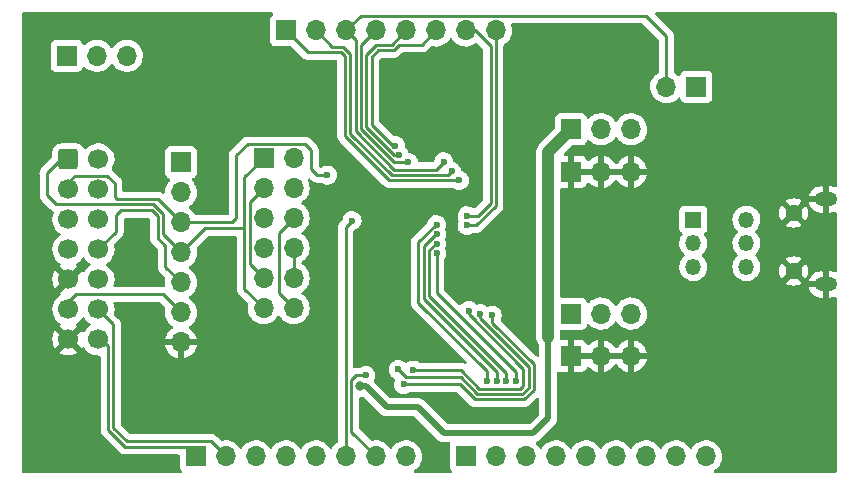
<source format=gbl>
G04 #@! TF.GenerationSoftware,KiCad,Pcbnew,(6.0.7)*
G04 #@! TF.CreationDate,2022-09-17T20:46:44+02:00*
G04 #@! TF.ProjectId,SLAU272_FR5739,534c4155-3237-4325-9f46-52353733392e,rev?*
G04 #@! TF.SameCoordinates,Original*
G04 #@! TF.FileFunction,Copper,L2,Bot*
G04 #@! TF.FilePolarity,Positive*
%FSLAX46Y46*%
G04 Gerber Fmt 4.6, Leading zero omitted, Abs format (unit mm)*
G04 Created by KiCad (PCBNEW (6.0.7)) date 2022-09-17 20:46:44*
%MOMM*%
%LPD*%
G01*
G04 APERTURE LIST*
G04 Aperture macros list*
%AMRoundRect*
0 Rectangle with rounded corners*
0 $1 Rounding radius*
0 $2 $3 $4 $5 $6 $7 $8 $9 X,Y pos of 4 corners*
0 Add a 4 corners polygon primitive as box body*
4,1,4,$2,$3,$4,$5,$6,$7,$8,$9,$2,$3,0*
0 Add four circle primitives for the rounded corners*
1,1,$1+$1,$2,$3*
1,1,$1+$1,$4,$5*
1,1,$1+$1,$6,$7*
1,1,$1+$1,$8,$9*
0 Add four rect primitives between the rounded corners*
20,1,$1+$1,$2,$3,$4,$5,0*
20,1,$1+$1,$4,$5,$6,$7,0*
20,1,$1+$1,$6,$7,$8,$9,0*
20,1,$1+$1,$8,$9,$2,$3,0*%
G04 Aperture macros list end*
G04 #@! TA.AperFunction,ComponentPad*
%ADD10RoundRect,0.250000X-0.600000X-0.600000X0.600000X-0.600000X0.600000X0.600000X-0.600000X0.600000X0*%
G04 #@! TD*
G04 #@! TA.AperFunction,ComponentPad*
%ADD11C,1.700000*%
G04 #@! TD*
G04 #@! TA.AperFunction,ComponentPad*
%ADD12R,1.700000X1.700000*%
G04 #@! TD*
G04 #@! TA.AperFunction,ComponentPad*
%ADD13O,1.700000X1.700000*%
G04 #@! TD*
G04 #@! TA.AperFunction,ComponentPad*
%ADD14C,1.450000*%
G04 #@! TD*
G04 #@! TA.AperFunction,ComponentPad*
%ADD15O,1.900000X1.200000*%
G04 #@! TD*
G04 #@! TA.AperFunction,ComponentPad*
%ADD16R,1.350000X1.350000*%
G04 #@! TD*
G04 #@! TA.AperFunction,ComponentPad*
%ADD17O,1.350000X1.350000*%
G04 #@! TD*
G04 #@! TA.AperFunction,ViaPad*
%ADD18C,0.800000*%
G04 #@! TD*
G04 #@! TA.AperFunction,ViaPad*
%ADD19C,0.600000*%
G04 #@! TD*
G04 #@! TA.AperFunction,ViaPad*
%ADD20C,1.000000*%
G04 #@! TD*
G04 #@! TA.AperFunction,Conductor*
%ADD21C,0.254000*%
G04 #@! TD*
G04 #@! TA.AperFunction,Conductor*
%ADD22C,0.508000*%
G04 #@! TD*
G04 #@! TA.AperFunction,Conductor*
%ADD23C,1.000000*%
G04 #@! TD*
G04 APERTURE END LIST*
D10*
X112445000Y-95950000D03*
D11*
X114985000Y-95950000D03*
X112445000Y-98490000D03*
X114985000Y-98490000D03*
X112445000Y-101030000D03*
X114985000Y-101030000D03*
X112445000Y-103570000D03*
X114985000Y-103570000D03*
X112445000Y-106110000D03*
X114985000Y-106110000D03*
X112445000Y-108650000D03*
X114985000Y-108650000D03*
X112445000Y-111190000D03*
X114985000Y-111190000D03*
D12*
X130860000Y-85030000D03*
D13*
X133400000Y-85030000D03*
X135940000Y-85030000D03*
X138480000Y-85030000D03*
X141020000Y-85030000D03*
X143560000Y-85030000D03*
X146100000Y-85030000D03*
X148640000Y-85030000D03*
D12*
X146100000Y-121100000D03*
D13*
X148640000Y-121100000D03*
X151180000Y-121100000D03*
X153720000Y-121100000D03*
X156260000Y-121100000D03*
X158800000Y-121100000D03*
X161340000Y-121100000D03*
X163880000Y-121100000D03*
X166420000Y-121100000D03*
D12*
X121970000Y-96203000D03*
D13*
X121970000Y-98743000D03*
X121970000Y-101283000D03*
X121970000Y-103823000D03*
X121970000Y-106363000D03*
X121970000Y-108903000D03*
X121970000Y-111443000D03*
D12*
X165600000Y-89800000D03*
D13*
X163060000Y-89800000D03*
D12*
X123240000Y-121100000D03*
D13*
X125780000Y-121100000D03*
X128320000Y-121100000D03*
X130860000Y-121100000D03*
X133400000Y-121100000D03*
X135940000Y-121100000D03*
X138480000Y-121100000D03*
X141020000Y-121100000D03*
D12*
X155000000Y-93400000D03*
D13*
X157540000Y-93400000D03*
X160080000Y-93400000D03*
D12*
X155000000Y-97000000D03*
D13*
X157540000Y-97000000D03*
X160080000Y-97000000D03*
D12*
X155000000Y-112600000D03*
D13*
X157540000Y-112600000D03*
X160080000Y-112600000D03*
D12*
X155000000Y-109000000D03*
D13*
X157540000Y-109000000D03*
X160080000Y-109000000D03*
D14*
X173846000Y-100489000D03*
D15*
X176546000Y-99339000D03*
X176546000Y-106539000D03*
D14*
X173846000Y-105389000D03*
D12*
X112300000Y-87180000D03*
D13*
X114840000Y-87180000D03*
X117380000Y-87180000D03*
D16*
X165350000Y-101050000D03*
D17*
X165350000Y-103050000D03*
X165350000Y-105050000D03*
X169850000Y-101050000D03*
X169850000Y-103050000D03*
X169850000Y-105050000D03*
D12*
X128969200Y-95827000D03*
D13*
X131509200Y-95827000D03*
X128969200Y-98367000D03*
X131509200Y-98367000D03*
X128969200Y-100907000D03*
X131509200Y-100907000D03*
X128969200Y-103447000D03*
X131509200Y-103447000D03*
X128969200Y-105987000D03*
X131509200Y-105987000D03*
X128969200Y-108527000D03*
X131509200Y-108527000D03*
D18*
X146404800Y-104336000D03*
X139089600Y-102558000D03*
D19*
X115010400Y-91585200D03*
X124713200Y-98748000D03*
X144423600Y-117036000D03*
D18*
X150468800Y-107180800D03*
D19*
X141477200Y-118661600D03*
X134416000Y-107434800D03*
X118414000Y-104437600D03*
X123646400Y-91382000D03*
X149249600Y-117594800D03*
X141172400Y-89400800D03*
D18*
X153050000Y-110949600D03*
X137108400Y-115156400D03*
D20*
X153050000Y-105900000D03*
D19*
X143610800Y-103903006D03*
X150316400Y-114724600D03*
X143610800Y-103103503D03*
X149503600Y-114724600D03*
X148690800Y-114724600D03*
X143610800Y-102304000D03*
X147878000Y-114724600D03*
X143610800Y-101491200D03*
X141629600Y-113784800D03*
X146341815Y-108743785D03*
X137616400Y-114242000D03*
X136448000Y-101135600D03*
X140816800Y-115004000D03*
X148310040Y-109150869D03*
X140385000Y-113734000D03*
X147318477Y-109025138D03*
X146201600Y-101542000D03*
X140466803Y-95571000D03*
X141223200Y-96197500D03*
X144220400Y-96157200D03*
X144880800Y-96970000D03*
X145541200Y-97732000D03*
X140133137Y-94790211D03*
X146201600Y-100729200D03*
X134365200Y-97274800D03*
D21*
X130237750Y-102178450D02*
X130237750Y-107255550D01*
X131509200Y-100907000D02*
X130237750Y-102178450D01*
X130237750Y-107255550D02*
X131509200Y-108527000D01*
X131509200Y-103447000D02*
X131509200Y-105987000D01*
D22*
X137616400Y-115156400D02*
X139394400Y-116934400D01*
D23*
X153050000Y-105900000D02*
X153050000Y-95350000D01*
D22*
X139394400Y-116934400D02*
X142036000Y-116934400D01*
X153050000Y-117858400D02*
X153050000Y-110949600D01*
X142036000Y-116934400D02*
X144220400Y-119118800D01*
X151789600Y-119118800D02*
X153050000Y-117858400D01*
D23*
X153050000Y-105900000D02*
X153050000Y-110949600D01*
D22*
X144220400Y-119118800D02*
X151789600Y-119118800D01*
X137108400Y-115156400D02*
X137616400Y-115156400D01*
D23*
X153050000Y-95350000D02*
X155000000Y-93400000D01*
D21*
X143610800Y-107231600D02*
X150316400Y-113937200D01*
X143610800Y-103903006D02*
X143610800Y-107231600D01*
X150316400Y-113937200D02*
X150316400Y-114724600D01*
X142983800Y-103643294D02*
X143523591Y-103103503D01*
X149503600Y-114724600D02*
X149503600Y-114010406D01*
X143523591Y-103103503D02*
X143610800Y-103103503D01*
X149503600Y-114010406D02*
X142983800Y-107490606D01*
X142983800Y-107490606D02*
X142983800Y-103643294D01*
X148690800Y-113937200D02*
X142529800Y-107776200D01*
X142529800Y-107776200D02*
X142529800Y-103297791D01*
X148690800Y-114724600D02*
X148690800Y-113937200D01*
X142529800Y-103297791D02*
X143523591Y-102304000D01*
X143523591Y-102304000D02*
X143610800Y-102304000D01*
X142075800Y-102952288D02*
X143536888Y-101491200D01*
X147878000Y-113886400D02*
X142075800Y-108084200D01*
X143536888Y-101491200D02*
X143610800Y-101491200D01*
X147878000Y-114724600D02*
X147878000Y-113886400D01*
X142075800Y-108084200D02*
X142075800Y-102952288D01*
X150943400Y-115099496D02*
X150676896Y-115366000D01*
X146341815Y-108743785D02*
X146341815Y-109075903D01*
X146341815Y-109075903D02*
X150943400Y-113677488D01*
X145668200Y-113784800D02*
X141629600Y-113784800D01*
X150943400Y-113677488D02*
X150943400Y-115099496D01*
X150676896Y-115366000D02*
X147238104Y-115366000D01*
X147238104Y-115366000D02*
X145668200Y-113796096D01*
X145668200Y-113796096D02*
X145668200Y-113784800D01*
X136397200Y-119017200D02*
X138480000Y-121100000D01*
X136381400Y-114613400D02*
X136381400Y-115293000D01*
X137616400Y-114242000D02*
X136752800Y-114242000D01*
X136397200Y-115308800D02*
X136397200Y-119017200D01*
X136381400Y-115293000D02*
X136397200Y-115308800D01*
X136752800Y-114242000D02*
X136381400Y-114613400D01*
X135927400Y-101656200D02*
X135927400Y-117175800D01*
X136448000Y-101135600D02*
X135927400Y-101656200D01*
X135927400Y-117175800D02*
X135940000Y-117188400D01*
X135940000Y-117188400D02*
X135940000Y-121100000D01*
X151851400Y-115475600D02*
X151053000Y-116274000D01*
X148310040Y-109150869D02*
X148310040Y-109760023D01*
X151053000Y-116274000D02*
X146862000Y-116274000D01*
X151851400Y-113301382D02*
X151851400Y-115475600D01*
X146862000Y-116274000D02*
X145592000Y-115004000D01*
X145592000Y-115004000D02*
X140816800Y-115004000D01*
X148310040Y-109760023D02*
X151851400Y-113301382D01*
X150864948Y-115820000D02*
X151397400Y-115287548D01*
X140385000Y-113734000D02*
X141062800Y-114411800D01*
X151397400Y-115287548D02*
X151397400Y-113489435D01*
X141062800Y-114411800D02*
X145641852Y-114411800D01*
X145641852Y-114411800D02*
X147050052Y-115820000D01*
X147318477Y-109410512D02*
X147318477Y-109025138D01*
X151397400Y-113489435D02*
X147318477Y-109410512D01*
X147050052Y-115820000D02*
X150864948Y-115820000D01*
X122424000Y-120284000D02*
X123240000Y-121100000D01*
X115209600Y-111190000D02*
X115801000Y-111781400D01*
X115801000Y-111781400D02*
X115801000Y-118868000D01*
X115801000Y-118868000D02*
X117217000Y-120284000D01*
X117217000Y-120284000D02*
X122424000Y-120284000D01*
X114985000Y-111190000D02*
X115209600Y-111190000D01*
X114985000Y-108650000D02*
X116255000Y-109920000D01*
X116255000Y-109920000D02*
X116255000Y-118679948D01*
X124510000Y-119830000D02*
X125780000Y-121100000D01*
X116255000Y-118679948D02*
X117405052Y-119830000D01*
X117405052Y-119830000D02*
X124510000Y-119830000D01*
X146201600Y-101542000D02*
X146963600Y-101542000D01*
X148640000Y-99865600D02*
X148640000Y-85030000D01*
X146963600Y-101542000D02*
X148640000Y-99865600D01*
X138480000Y-86251200D02*
X139798800Y-86251200D01*
X137664000Y-87067200D02*
X138480000Y-86251200D01*
X140466803Y-95571000D02*
X140027920Y-95571000D01*
X137664000Y-93207080D02*
X137664000Y-87067200D01*
X139798800Y-86251200D02*
X141020000Y-85030000D01*
X140027920Y-95571000D02*
X137664000Y-93207080D01*
X137210000Y-86300000D02*
X138480000Y-85030000D01*
X141223200Y-96197500D02*
X140012368Y-96197500D01*
X137210000Y-93395132D02*
X137210000Y-86300000D01*
X140012368Y-96197500D02*
X137210000Y-93395132D01*
X163060000Y-85532800D02*
X163060000Y-89800000D01*
X135940000Y-85030000D02*
X136756000Y-85846000D01*
X143553600Y-96824000D02*
X144220400Y-96157200D01*
X136756000Y-85846000D02*
X136756000Y-93583184D01*
X139996816Y-96824000D02*
X143553600Y-96824000D01*
X161316700Y-83789500D02*
X163060000Y-85532800D01*
X136756000Y-93583184D02*
X139996816Y-96824000D01*
X135940000Y-85030000D02*
X137180500Y-83789500D01*
X137180500Y-83789500D02*
X161316700Y-83789500D01*
X135686000Y-86403600D02*
X136302000Y-87019600D01*
X144572800Y-97278000D02*
X144880800Y-96970000D01*
X133400000Y-85030000D02*
X134773600Y-86403600D01*
X136302000Y-87019600D02*
X136302000Y-93771236D01*
X139808764Y-97278000D02*
X144572800Y-97278000D01*
X134773600Y-86403600D02*
X135686000Y-86403600D01*
X136302000Y-93771236D02*
X139808764Y-97278000D01*
X135479600Y-86857600D02*
X135848000Y-87226000D01*
X135848000Y-87226000D02*
X135848000Y-93959288D01*
X132687600Y-86857600D02*
X135479600Y-86857600D01*
X139620712Y-97732000D02*
X145541200Y-97732000D01*
X130860000Y-85030000D02*
X132687600Y-86857600D01*
X135848000Y-93959288D02*
X139620712Y-97732000D01*
X116890000Y-100272000D02*
X119499148Y-100272000D01*
X114985000Y-103570000D02*
X116483600Y-102071400D01*
X120651700Y-103271700D02*
X120651700Y-105044700D01*
X119499148Y-100272000D02*
X119992000Y-100764852D01*
X116483600Y-100678400D02*
X116890000Y-100272000D01*
X119992000Y-100764852D02*
X119992000Y-102612000D01*
X116483600Y-102071400D02*
X116483600Y-100678400D01*
X120651700Y-105044700D02*
X121970000Y-106363000D01*
X119992000Y-102612000D02*
X120651700Y-103271700D01*
X120445550Y-107378550D02*
X121970000Y-108903000D01*
X113081450Y-107378550D02*
X120445550Y-107378550D01*
X112445000Y-108650000D02*
X112445000Y-108015000D01*
X112445000Y-108015000D02*
X113081450Y-107378550D01*
X128969200Y-98367000D02*
X127792200Y-99544000D01*
X127792200Y-104810000D02*
X128969200Y-105987000D01*
X127792200Y-99544000D02*
X127792200Y-104810000D01*
X127338200Y-97458000D02*
X127338200Y-101779400D01*
X110633000Y-97127000D02*
X110633000Y-98977530D01*
X128969200Y-95827000D02*
X127338200Y-97458000D01*
X112445000Y-95950000D02*
X111810000Y-95950000D01*
X127338200Y-106896000D02*
X128969200Y-108527000D01*
X120446000Y-100576800D02*
X120446000Y-102304000D01*
X111810000Y-95950000D02*
X110633000Y-97127000D01*
X120451000Y-102304000D02*
X121970000Y-103823000D01*
X119633200Y-99764000D02*
X120446000Y-100576800D01*
X124013600Y-101779400D02*
X127338200Y-101779400D01*
X110633000Y-98977530D02*
X111419470Y-99764000D01*
X121970000Y-103823000D02*
X124013600Y-101779400D01*
X111419470Y-99764000D02*
X119633200Y-99764000D01*
X120446000Y-102304000D02*
X120451000Y-102304000D01*
X127338200Y-101779400D02*
X127338200Y-106896000D01*
X139889183Y-94790211D02*
X138118000Y-93019028D01*
X142338800Y-86251200D02*
X143560000Y-85030000D01*
X140133137Y-94790211D02*
X139889183Y-94790211D01*
X139986853Y-86705200D02*
X140440852Y-86251200D01*
X140440852Y-86251200D02*
X142338800Y-86251200D01*
X138118000Y-93019028D02*
X138118000Y-87273600D01*
X138686400Y-86705200D02*
X139986853Y-86705200D01*
X138118000Y-87273600D02*
X138686400Y-86705200D01*
X146860000Y-85030000D02*
X146100000Y-85030000D01*
X148186000Y-99677548D02*
X148186000Y-86356000D01*
X146201600Y-100729200D02*
X147134348Y-100729200D01*
X147134348Y-100729200D02*
X148186000Y-99677548D01*
X148186000Y-86356000D02*
X146860000Y-85030000D01*
X112445000Y-97855000D02*
X112987000Y-97313000D01*
X134365200Y-97274800D02*
X133501600Y-97274800D01*
X116382000Y-97986000D02*
X116382000Y-99103600D01*
X119997000Y-99310000D02*
X121970000Y-101283000D01*
X112987000Y-97313000D02*
X115709000Y-97313000D01*
X116382000Y-99103600D02*
X116588400Y-99310000D01*
X127609099Y-94650000D02*
X126669000Y-95590099D01*
X116588400Y-99310000D02*
X119997000Y-99310000D01*
X115709000Y-97313000D02*
X116382000Y-97986000D01*
X132993600Y-95192000D02*
X132451600Y-94650000D01*
X126669000Y-100907000D02*
X126293000Y-101283000D01*
X112445000Y-98490000D02*
X112445000Y-97855000D01*
X132451600Y-94650000D02*
X127609099Y-94650000D01*
X126293000Y-101283000D02*
X121970000Y-101283000D01*
X126669000Y-95590099D02*
X126669000Y-100907000D01*
X132993600Y-96766800D02*
X132993600Y-95192000D01*
X133501600Y-97274800D02*
X132993600Y-96766800D01*
G04 #@! TA.AperFunction,Conductor*
G36*
X129747924Y-83528502D02*
G01*
X129794417Y-83582158D01*
X129804521Y-83652432D01*
X129775027Y-83717012D01*
X129755368Y-83735326D01*
X129646739Y-83816739D01*
X129559385Y-83933295D01*
X129508255Y-84069684D01*
X129501500Y-84131866D01*
X129501500Y-85928134D01*
X129508255Y-85990316D01*
X129559385Y-86126705D01*
X129646739Y-86243261D01*
X129763295Y-86330615D01*
X129899684Y-86381745D01*
X129961866Y-86388500D01*
X131267577Y-86388500D01*
X131335698Y-86408502D01*
X131356672Y-86425405D01*
X132182350Y-87251083D01*
X132189926Y-87259409D01*
X132194047Y-87265903D01*
X132199822Y-87271326D01*
X132243865Y-87312685D01*
X132246707Y-87315440D01*
X132266506Y-87335239D01*
X132269631Y-87337663D01*
X132269640Y-87337671D01*
X132269726Y-87337737D01*
X132278751Y-87345445D01*
X132311094Y-87375817D01*
X132318038Y-87379635D01*
X132318040Y-87379636D01*
X132328929Y-87385622D01*
X132345447Y-87396473D01*
X132361533Y-87408950D01*
X132402266Y-87426576D01*
X132412914Y-87431793D01*
X132451797Y-87453169D01*
X132459472Y-87455140D01*
X132459478Y-87455142D01*
X132471511Y-87458231D01*
X132490213Y-87464634D01*
X132508892Y-87472717D01*
X132542728Y-87478076D01*
X132552727Y-87479660D01*
X132564340Y-87482065D01*
X132607318Y-87493100D01*
X132627665Y-87493100D01*
X132647377Y-87494651D01*
X132667479Y-87497835D01*
X132675371Y-87497089D01*
X132711656Y-87493659D01*
X132723514Y-87493100D01*
X135086500Y-87493100D01*
X135154621Y-87513102D01*
X135201114Y-87566758D01*
X135212500Y-87619100D01*
X135212500Y-93880268D01*
X135211970Y-93891502D01*
X135210292Y-93899007D01*
X135210541Y-93906926D01*
X135212438Y-93967300D01*
X135212500Y-93971257D01*
X135212500Y-93999271D01*
X135212996Y-94003196D01*
X135212996Y-94003197D01*
X135213008Y-94003292D01*
X135213941Y-94015137D01*
X135215335Y-94059493D01*
X135217547Y-94067105D01*
X135221013Y-94079036D01*
X135225023Y-94098400D01*
X135226109Y-94106994D01*
X135227573Y-94118587D01*
X135230489Y-94125951D01*
X135230490Y-94125956D01*
X135243907Y-94159844D01*
X135247752Y-94171073D01*
X135249880Y-94178398D01*
X135260131Y-94213681D01*
X135264169Y-94220508D01*
X135264170Y-94220511D01*
X135270488Y-94231194D01*
X135279188Y-94248952D01*
X135283761Y-94260503D01*
X135283765Y-94260509D01*
X135286681Y-94267876D01*
X135291339Y-94274287D01*
X135291340Y-94274289D01*
X135312764Y-94303776D01*
X135319281Y-94313698D01*
X135337826Y-94345056D01*
X135337829Y-94345060D01*
X135341866Y-94351886D01*
X135356250Y-94366270D01*
X135369091Y-94381304D01*
X135381058Y-94397775D01*
X135387166Y-94402828D01*
X135415255Y-94426065D01*
X135424035Y-94434055D01*
X139115457Y-98125477D01*
X139123034Y-98133803D01*
X139127159Y-98140303D01*
X139132937Y-98145729D01*
X139132938Y-98145730D01*
X139176993Y-98187100D01*
X139179835Y-98189855D01*
X139199618Y-98209638D01*
X139202826Y-98212126D01*
X139211855Y-98219837D01*
X139244206Y-98250217D01*
X139251155Y-98254037D01*
X139262041Y-98260022D01*
X139278565Y-98270876D01*
X139286843Y-98277297D01*
X139294645Y-98283349D01*
X139301922Y-98286498D01*
X139335362Y-98300969D01*
X139346023Y-98306192D01*
X139377959Y-98323749D01*
X139377964Y-98323751D01*
X139384909Y-98327569D01*
X139392583Y-98329539D01*
X139392590Y-98329542D01*
X139404625Y-98332632D01*
X139423330Y-98339036D01*
X139425290Y-98339884D01*
X139442004Y-98347117D01*
X139469054Y-98351401D01*
X139485839Y-98354060D01*
X139497452Y-98356465D01*
X139540430Y-98367500D01*
X139560777Y-98367500D01*
X139580488Y-98369051D01*
X139592762Y-98370995D01*
X139600591Y-98372235D01*
X139608483Y-98371489D01*
X139644768Y-98368059D01*
X139656626Y-98367500D01*
X144998159Y-98367500D01*
X145067152Y-98388068D01*
X145141788Y-98436908D01*
X145174359Y-98458222D01*
X145180963Y-98460678D01*
X145180965Y-98460679D01*
X145337758Y-98518990D01*
X145337760Y-98518990D01*
X145344368Y-98521448D01*
X145428195Y-98532633D01*
X145517180Y-98544507D01*
X145517184Y-98544507D01*
X145524161Y-98545438D01*
X145531172Y-98544800D01*
X145531176Y-98544800D01*
X145673659Y-98531832D01*
X145704800Y-98528998D01*
X145711502Y-98526820D01*
X145711504Y-98526820D01*
X145870609Y-98475124D01*
X145870612Y-98475123D01*
X145877308Y-98472947D01*
X146033112Y-98380069D01*
X146164466Y-98254982D01*
X146264843Y-98103902D01*
X146323312Y-97949983D01*
X146326755Y-97940920D01*
X146326756Y-97940918D01*
X146329255Y-97934338D01*
X146334522Y-97896860D01*
X146353948Y-97758639D01*
X146353948Y-97758636D01*
X146354499Y-97754717D01*
X146354816Y-97732000D01*
X146334597Y-97551745D01*
X146319760Y-97509138D01*
X146277264Y-97387106D01*
X146277262Y-97387103D01*
X146274945Y-97380448D01*
X146223299Y-97297797D01*
X146182559Y-97232598D01*
X146178826Y-97226624D01*
X146163428Y-97211118D01*
X146055978Y-97102915D01*
X146055974Y-97102912D01*
X146051015Y-97097918D01*
X145897866Y-97000727D01*
X145763713Y-96952958D01*
X145706250Y-96911264D01*
X145680765Y-96848303D01*
X145680733Y-96848011D01*
X145674197Y-96789745D01*
X145669201Y-96775398D01*
X145616864Y-96625106D01*
X145616862Y-96625103D01*
X145614545Y-96618448D01*
X145528136Y-96480164D01*
X145522159Y-96470598D01*
X145518426Y-96464624D01*
X145461037Y-96406833D01*
X145395578Y-96340915D01*
X145395574Y-96340912D01*
X145390615Y-96335918D01*
X145371319Y-96323672D01*
X145244235Y-96243023D01*
X145237466Y-96238727D01*
X145109249Y-96193071D01*
X145051785Y-96151377D01*
X145026301Y-96088418D01*
X145014582Y-95983943D01*
X145013797Y-95976945D01*
X145011480Y-95970291D01*
X144956464Y-95812306D01*
X144956462Y-95812303D01*
X144954145Y-95805648D01*
X144925371Y-95759599D01*
X144861759Y-95657798D01*
X144858026Y-95651824D01*
X144852714Y-95646475D01*
X144735178Y-95528115D01*
X144735174Y-95528112D01*
X144730215Y-95523118D01*
X144719097Y-95516062D01*
X144670938Y-95485500D01*
X144577066Y-95425927D01*
X144517027Y-95404548D01*
X144412825Y-95367443D01*
X144412820Y-95367442D01*
X144406190Y-95365081D01*
X144399202Y-95364248D01*
X144399199Y-95364247D01*
X144276098Y-95349568D01*
X144226080Y-95343604D01*
X144219077Y-95344340D01*
X144219076Y-95344340D01*
X144052688Y-95361828D01*
X144052686Y-95361829D01*
X144045688Y-95362564D01*
X143873979Y-95421018D01*
X143859857Y-95429706D01*
X143725495Y-95512366D01*
X143725492Y-95512368D01*
X143719488Y-95516062D01*
X143714453Y-95520993D01*
X143714450Y-95520995D01*
X143611309Y-95621999D01*
X143589893Y-95642971D01*
X143491635Y-95795438D01*
X143489226Y-95802058D01*
X143489224Y-95802061D01*
X143454905Y-95896351D01*
X143429597Y-95965885D01*
X143422946Y-96018531D01*
X143394566Y-96083604D01*
X143387036Y-96091831D01*
X143327272Y-96151595D01*
X143264960Y-96185621D01*
X143238177Y-96188500D01*
X142148463Y-96188500D01*
X142080342Y-96168498D01*
X142033849Y-96114842D01*
X142023248Y-96076544D01*
X142021542Y-96061327D01*
X142016597Y-96017245D01*
X142010667Y-96000215D01*
X141959264Y-95852606D01*
X141959262Y-95852603D01*
X141956945Y-95845948D01*
X141902989Y-95759599D01*
X141864559Y-95698098D01*
X141860826Y-95692124D01*
X141844865Y-95676051D01*
X141737978Y-95568415D01*
X141737974Y-95568412D01*
X141733015Y-95563418D01*
X141707353Y-95547132D01*
X141657855Y-95515720D01*
X141579866Y-95466227D01*
X141550663Y-95455828D01*
X141415625Y-95407743D01*
X141415620Y-95407742D01*
X141408990Y-95405381D01*
X141360381Y-95399585D01*
X141337249Y-95396826D01*
X141271976Y-95368898D01*
X141233178Y-95313149D01*
X141202867Y-95226106D01*
X141202865Y-95226103D01*
X141200548Y-95219448D01*
X141177146Y-95181997D01*
X141108162Y-95071598D01*
X141104429Y-95065624D01*
X141089551Y-95050642D01*
X140978986Y-94939302D01*
X140945179Y-94876871D01*
X140943618Y-94832985D01*
X140945884Y-94816858D01*
X140945884Y-94816853D01*
X140946436Y-94812928D01*
X140946753Y-94790211D01*
X140926534Y-94609956D01*
X140924217Y-94603302D01*
X140869201Y-94445317D01*
X140869199Y-94445314D01*
X140866882Y-94438659D01*
X140861377Y-94429849D01*
X140774496Y-94290809D01*
X140770763Y-94284835D01*
X140765259Y-94279292D01*
X140647915Y-94161126D01*
X140647911Y-94161123D01*
X140642952Y-94156129D01*
X140632471Y-94149477D01*
X140565527Y-94106994D01*
X140489803Y-94058938D01*
X140458032Y-94047625D01*
X140325562Y-94000454D01*
X140325557Y-94000453D01*
X140318927Y-93998092D01*
X140311939Y-93997259D01*
X140311936Y-93997258D01*
X140188835Y-93982579D01*
X140138817Y-93976615D01*
X140131814Y-93977351D01*
X140131812Y-93977351D01*
X140049732Y-93985978D01*
X139979894Y-93973206D01*
X139947467Y-93949763D01*
X138790405Y-92792700D01*
X138756379Y-92730388D01*
X138753500Y-92703605D01*
X138753500Y-87589023D01*
X138773502Y-87520902D01*
X138790405Y-87499927D01*
X138912729Y-87377604D01*
X138975041Y-87343579D01*
X139001824Y-87340700D01*
X139907822Y-87340700D01*
X139919061Y-87341230D01*
X139926573Y-87342909D01*
X139934498Y-87342660D01*
X139934499Y-87342660D01*
X139994884Y-87340762D01*
X139998842Y-87340700D01*
X140026836Y-87340700D01*
X140030770Y-87340203D01*
X140030772Y-87340203D01*
X140030859Y-87340192D01*
X140042693Y-87339260D01*
X140087059Y-87337865D01*
X140106598Y-87332188D01*
X140125958Y-87328179D01*
X140138284Y-87326622D01*
X140138293Y-87326620D01*
X140146152Y-87325627D01*
X140187413Y-87309291D01*
X140198641Y-87305447D01*
X140233635Y-87295280D01*
X140233638Y-87295279D01*
X140241247Y-87293068D01*
X140258767Y-87282707D01*
X140276511Y-87274014D01*
X140295441Y-87266519D01*
X140322872Y-87246590D01*
X140331342Y-87240436D01*
X140341262Y-87233920D01*
X140372624Y-87215372D01*
X140379452Y-87211334D01*
X140393839Y-87196947D01*
X140408873Y-87184106D01*
X140418926Y-87176802D01*
X140425340Y-87172142D01*
X140453630Y-87137945D01*
X140461611Y-87129175D01*
X140667180Y-86923605D01*
X140729492Y-86889580D01*
X140756276Y-86886700D01*
X142259780Y-86886700D01*
X142271014Y-86887230D01*
X142278519Y-86888908D01*
X142346812Y-86886762D01*
X142350769Y-86886700D01*
X142378783Y-86886700D01*
X142382708Y-86886204D01*
X142382709Y-86886204D01*
X142382804Y-86886192D01*
X142394649Y-86885259D01*
X142424470Y-86884322D01*
X142431082Y-86884114D01*
X142431083Y-86884114D01*
X142439005Y-86883865D01*
X142458549Y-86878187D01*
X142477912Y-86874177D01*
X142490240Y-86872620D01*
X142490242Y-86872620D01*
X142498099Y-86871627D01*
X142505463Y-86868711D01*
X142505468Y-86868710D01*
X142539356Y-86855293D01*
X142550585Y-86851448D01*
X142567265Y-86846602D01*
X142593193Y-86839069D01*
X142600020Y-86835031D01*
X142600023Y-86835030D01*
X142610706Y-86828712D01*
X142628464Y-86820012D01*
X142640015Y-86815439D01*
X142640021Y-86815435D01*
X142647388Y-86812519D01*
X142683291Y-86786434D01*
X142693210Y-86779919D01*
X142724568Y-86761374D01*
X142724572Y-86761371D01*
X142731398Y-86757334D01*
X142745782Y-86742950D01*
X142760816Y-86730109D01*
X142770873Y-86722802D01*
X142777287Y-86718142D01*
X142805573Y-86683950D01*
X142813563Y-86675169D01*
X143106901Y-86381832D01*
X143169213Y-86347807D01*
X143221117Y-86347458D01*
X143398597Y-86383567D01*
X143403772Y-86383757D01*
X143403774Y-86383757D01*
X143616673Y-86391564D01*
X143616677Y-86391564D01*
X143621837Y-86391753D01*
X143626957Y-86391097D01*
X143626959Y-86391097D01*
X143838288Y-86364025D01*
X143838289Y-86364025D01*
X143843416Y-86363368D01*
X143893717Y-86348277D01*
X144052429Y-86300661D01*
X144052434Y-86300659D01*
X144057384Y-86299174D01*
X144257994Y-86200896D01*
X144439860Y-86071173D01*
X144451171Y-86059902D01*
X144585795Y-85925747D01*
X144598096Y-85913489D01*
X144659343Y-85828255D01*
X144728453Y-85732077D01*
X144729776Y-85733028D01*
X144776645Y-85689857D01*
X144846580Y-85677625D01*
X144912026Y-85705144D01*
X144939875Y-85736994D01*
X144999987Y-85835088D01*
X145146250Y-86003938D01*
X145318126Y-86146632D01*
X145511000Y-86259338D01*
X145719692Y-86339030D01*
X145724760Y-86340061D01*
X145724763Y-86340062D01*
X145832017Y-86361883D01*
X145938597Y-86383567D01*
X145943772Y-86383757D01*
X145943774Y-86383757D01*
X146156673Y-86391564D01*
X146156677Y-86391564D01*
X146161837Y-86391753D01*
X146166957Y-86391097D01*
X146166959Y-86391097D01*
X146378288Y-86364025D01*
X146378289Y-86364025D01*
X146383416Y-86363368D01*
X146433717Y-86348277D01*
X146592429Y-86300661D01*
X146592434Y-86300659D01*
X146597384Y-86299174D01*
X146797994Y-86200896D01*
X146874070Y-86146632D01*
X146906202Y-86123713D01*
X146973276Y-86100439D01*
X147042284Y-86117123D01*
X147068465Y-86137197D01*
X147513595Y-86582327D01*
X147547621Y-86644639D01*
X147550500Y-86671422D01*
X147550500Y-99362125D01*
X147530498Y-99430246D01*
X147513595Y-99451220D01*
X146908020Y-100056795D01*
X146845708Y-100090821D01*
X146818925Y-100093700D01*
X146745788Y-100093700D01*
X146678274Y-100074085D01*
X146564215Y-100001702D01*
X146564213Y-100001701D01*
X146558266Y-99997927D01*
X146544480Y-99993018D01*
X146394025Y-99939443D01*
X146394020Y-99939442D01*
X146387390Y-99937081D01*
X146380402Y-99936248D01*
X146380399Y-99936247D01*
X146254486Y-99921233D01*
X146207280Y-99915604D01*
X146200277Y-99916340D01*
X146200276Y-99916340D01*
X146033888Y-99933828D01*
X146033886Y-99933829D01*
X146026888Y-99934564D01*
X145855179Y-99993018D01*
X145824749Y-100011739D01*
X145706695Y-100084366D01*
X145706692Y-100084368D01*
X145700688Y-100088062D01*
X145695653Y-100092993D01*
X145695650Y-100092995D01*
X145578472Y-100207745D01*
X145571093Y-100214971D01*
X145472835Y-100367438D01*
X145470426Y-100374058D01*
X145470424Y-100374061D01*
X145422215Y-100506515D01*
X145410797Y-100537885D01*
X145388063Y-100717840D01*
X145405763Y-100898360D01*
X145463018Y-101070473D01*
X145466665Y-101076496D01*
X145469568Y-101082778D01*
X145479983Y-101153006D01*
X145471700Y-101179825D01*
X145472835Y-101180238D01*
X145415437Y-101337938D01*
X145410797Y-101350685D01*
X145388063Y-101530640D01*
X145405763Y-101711160D01*
X145463018Y-101883273D01*
X145466665Y-101889295D01*
X145466666Y-101889297D01*
X145551595Y-102029532D01*
X145556980Y-102038424D01*
X145561869Y-102043487D01*
X145561870Y-102043488D01*
X145610304Y-102093642D01*
X145682982Y-102168902D01*
X145715329Y-102190069D01*
X145821183Y-102259338D01*
X145834759Y-102268222D01*
X145841363Y-102270678D01*
X145841365Y-102270679D01*
X145998158Y-102328990D01*
X145998160Y-102328990D01*
X146004768Y-102331448D01*
X146088595Y-102342633D01*
X146177580Y-102354507D01*
X146177584Y-102354507D01*
X146184561Y-102355438D01*
X146191572Y-102354800D01*
X146191576Y-102354800D01*
X146334059Y-102341832D01*
X146365200Y-102338998D01*
X146371902Y-102336820D01*
X146371904Y-102336820D01*
X146531009Y-102285124D01*
X146531012Y-102285123D01*
X146537708Y-102282947D01*
X146678683Y-102198909D01*
X146684786Y-102195271D01*
X146749303Y-102177500D01*
X146884580Y-102177500D01*
X146895814Y-102178030D01*
X146903319Y-102179708D01*
X146971612Y-102177562D01*
X146975569Y-102177500D01*
X147003583Y-102177500D01*
X147007508Y-102177004D01*
X147007509Y-102177004D01*
X147007604Y-102176992D01*
X147019449Y-102176059D01*
X147049270Y-102175122D01*
X147055882Y-102174914D01*
X147055883Y-102174914D01*
X147063805Y-102174665D01*
X147083349Y-102168987D01*
X147102712Y-102164977D01*
X147115040Y-102163420D01*
X147115042Y-102163420D01*
X147122899Y-102162427D01*
X147130263Y-102159511D01*
X147130268Y-102159510D01*
X147164156Y-102146093D01*
X147175385Y-102142248D01*
X147192065Y-102137402D01*
X147217993Y-102129869D01*
X147224820Y-102125831D01*
X147224823Y-102125830D01*
X147235506Y-102119512D01*
X147253264Y-102110812D01*
X147264815Y-102106239D01*
X147264821Y-102106235D01*
X147272188Y-102103319D01*
X147285508Y-102093642D01*
X147308088Y-102077236D01*
X147318010Y-102070719D01*
X147349368Y-102052174D01*
X147349372Y-102052171D01*
X147356198Y-102048134D01*
X147370582Y-102033750D01*
X147385616Y-102020909D01*
X147395673Y-102013602D01*
X147402087Y-102008942D01*
X147430378Y-101974744D01*
X147438367Y-101965965D01*
X149033483Y-100370850D01*
X149041809Y-100363274D01*
X149048303Y-100359153D01*
X149095086Y-100309334D01*
X149097840Y-100306493D01*
X149117639Y-100286694D01*
X149120068Y-100283563D01*
X149120072Y-100283558D01*
X149120139Y-100283472D01*
X149127847Y-100274447D01*
X149152792Y-100247883D01*
X149158217Y-100242106D01*
X149162035Y-100235161D01*
X149162038Y-100235157D01*
X149168026Y-100224266D01*
X149178878Y-100207745D01*
X149181741Y-100204054D01*
X149191350Y-100191666D01*
X149208971Y-100150945D01*
X149214192Y-100140289D01*
X149231748Y-100108355D01*
X149231750Y-100108349D01*
X149235569Y-100101403D01*
X149237540Y-100093728D01*
X149237542Y-100093722D01*
X149240631Y-100081689D01*
X149247034Y-100062987D01*
X149255117Y-100044308D01*
X149256357Y-100036482D01*
X149256358Y-100036477D01*
X149262060Y-100000480D01*
X149264466Y-99988860D01*
X149273528Y-99953563D01*
X149273528Y-99953562D01*
X149275500Y-99945882D01*
X149275500Y-99925534D01*
X149277051Y-99905823D01*
X149278995Y-99893549D01*
X149280235Y-99885720D01*
X149276059Y-99841544D01*
X149275500Y-99829686D01*
X149275500Y-86309235D01*
X149295502Y-86241114D01*
X149336171Y-86201789D01*
X149337994Y-86200896D01*
X149519860Y-86071173D01*
X149531171Y-86059902D01*
X149665795Y-85925747D01*
X149678096Y-85913489D01*
X149739343Y-85828255D01*
X149805435Y-85736277D01*
X149808453Y-85732077D01*
X149829320Y-85689857D01*
X149905136Y-85536453D01*
X149905137Y-85536451D01*
X149907430Y-85531811D01*
X149972370Y-85318069D01*
X150001529Y-85096590D01*
X150003156Y-85030000D01*
X149984852Y-84807361D01*
X149930431Y-84590702D01*
X149930234Y-84590249D01*
X149927273Y-84520674D01*
X149963082Y-84459370D01*
X150026351Y-84427158D01*
X150049569Y-84425000D01*
X161001278Y-84425000D01*
X161069399Y-84445002D01*
X161090373Y-84461905D01*
X162387595Y-85759128D01*
X162421621Y-85821440D01*
X162424500Y-85848223D01*
X162424500Y-88522733D01*
X162404498Y-88590854D01*
X162356680Y-88634496D01*
X162333607Y-88646507D01*
X162329474Y-88649610D01*
X162329471Y-88649612D01*
X162159100Y-88777530D01*
X162154965Y-88780635D01*
X162115525Y-88821907D01*
X162061280Y-88878671D01*
X162000629Y-88942138D01*
X161874743Y-89126680D01*
X161780688Y-89329305D01*
X161720989Y-89544570D01*
X161697251Y-89766695D01*
X161710110Y-89989715D01*
X161711247Y-89994761D01*
X161711248Y-89994767D01*
X161735304Y-90101508D01*
X161759222Y-90207639D01*
X161843266Y-90414616D01*
X161959987Y-90605088D01*
X162106250Y-90773938D01*
X162278126Y-90916632D01*
X162471000Y-91029338D01*
X162679692Y-91109030D01*
X162684760Y-91110061D01*
X162684763Y-91110062D01*
X162792017Y-91131883D01*
X162898597Y-91153567D01*
X162903772Y-91153757D01*
X162903774Y-91153757D01*
X163116673Y-91161564D01*
X163116677Y-91161564D01*
X163121837Y-91161753D01*
X163126957Y-91161097D01*
X163126959Y-91161097D01*
X163338288Y-91134025D01*
X163338289Y-91134025D01*
X163343416Y-91133368D01*
X163348366Y-91131883D01*
X163552429Y-91070661D01*
X163552434Y-91070659D01*
X163557384Y-91069174D01*
X163757994Y-90970896D01*
X163939860Y-90841173D01*
X164048091Y-90733319D01*
X164110462Y-90699404D01*
X164181268Y-90704592D01*
X164238030Y-90747238D01*
X164255012Y-90778341D01*
X164299385Y-90896705D01*
X164386739Y-91013261D01*
X164503295Y-91100615D01*
X164639684Y-91151745D01*
X164701866Y-91158500D01*
X166498134Y-91158500D01*
X166560316Y-91151745D01*
X166696705Y-91100615D01*
X166813261Y-91013261D01*
X166900615Y-90896705D01*
X166951745Y-90760316D01*
X166958500Y-90698134D01*
X166958500Y-88901866D01*
X166951745Y-88839684D01*
X166900615Y-88703295D01*
X166813261Y-88586739D01*
X166696705Y-88499385D01*
X166560316Y-88448255D01*
X166498134Y-88441500D01*
X164701866Y-88441500D01*
X164639684Y-88448255D01*
X164503295Y-88499385D01*
X164386739Y-88586739D01*
X164299385Y-88703295D01*
X164296233Y-88711703D01*
X164254919Y-88821907D01*
X164212277Y-88878671D01*
X164145716Y-88903371D01*
X164076367Y-88888163D01*
X164043743Y-88862476D01*
X163993151Y-88806875D01*
X163993142Y-88806866D01*
X163989670Y-88803051D01*
X163985619Y-88799852D01*
X163985615Y-88799848D01*
X163818414Y-88667800D01*
X163818410Y-88667798D01*
X163814359Y-88664598D01*
X163809835Y-88662101D01*
X163809831Y-88662098D01*
X163760608Y-88634926D01*
X163710636Y-88584494D01*
X163695500Y-88524617D01*
X163695500Y-85611832D01*
X163696030Y-85600593D01*
X163697709Y-85593081D01*
X163695562Y-85524769D01*
X163695500Y-85520812D01*
X163695500Y-85492817D01*
X163694992Y-85488794D01*
X163694059Y-85476952D01*
X163692914Y-85440518D01*
X163692665Y-85432596D01*
X163686988Y-85413057D01*
X163682979Y-85393696D01*
X163681422Y-85381368D01*
X163681419Y-85381358D01*
X163680427Y-85373501D01*
X163677509Y-85366130D01*
X163664094Y-85332246D01*
X163660249Y-85321019D01*
X163659392Y-85318069D01*
X163647869Y-85278407D01*
X163637510Y-85260891D01*
X163628813Y-85243141D01*
X163621319Y-85224212D01*
X163595238Y-85188314D01*
X163588722Y-85178394D01*
X163570173Y-85147029D01*
X163570171Y-85147026D01*
X163566135Y-85140202D01*
X163551747Y-85125814D01*
X163538906Y-85110780D01*
X163531602Y-85100727D01*
X163526942Y-85094313D01*
X163492750Y-85066027D01*
X163483971Y-85058038D01*
X162149528Y-83723595D01*
X162115502Y-83661283D01*
X162120567Y-83590468D01*
X162163114Y-83533632D01*
X162229634Y-83508821D01*
X162238623Y-83508500D01*
X177365500Y-83508500D01*
X177433621Y-83528502D01*
X177480114Y-83582158D01*
X177491500Y-83634500D01*
X177491500Y-98197762D01*
X177471498Y-98265883D01*
X177417842Y-98312376D01*
X177347568Y-98322480D01*
X177318401Y-98314628D01*
X177217685Y-98274038D01*
X177206230Y-98270645D01*
X177009072Y-98232143D01*
X177000209Y-98231066D01*
X176997500Y-98231000D01*
X176818115Y-98231000D01*
X176802876Y-98235475D01*
X176801671Y-98236865D01*
X176800000Y-98244548D01*
X176800000Y-100428885D01*
X176804475Y-100444124D01*
X176805865Y-100445329D01*
X176813548Y-100447000D01*
X176945832Y-100447000D01*
X176951808Y-100446715D01*
X177100494Y-100432529D01*
X177112228Y-100430270D01*
X177303598Y-100374129D01*
X177318708Y-100368085D01*
X177389385Y-100361359D01*
X177452479Y-100393911D01*
X177487958Y-100455407D01*
X177491500Y-100485074D01*
X177491500Y-105397762D01*
X177471498Y-105465883D01*
X177417842Y-105512376D01*
X177347568Y-105522480D01*
X177318401Y-105514628D01*
X177217685Y-105474038D01*
X177206230Y-105470645D01*
X177009072Y-105432143D01*
X177000209Y-105431066D01*
X176997500Y-105431000D01*
X176818115Y-105431000D01*
X176802876Y-105435475D01*
X176801671Y-105436865D01*
X176800000Y-105444548D01*
X176800000Y-107628885D01*
X176804475Y-107644124D01*
X176805865Y-107645329D01*
X176813548Y-107647000D01*
X176945832Y-107647000D01*
X176951808Y-107646715D01*
X177100494Y-107632529D01*
X177112228Y-107630270D01*
X177303598Y-107574129D01*
X177318708Y-107568085D01*
X177389385Y-107561359D01*
X177452479Y-107593911D01*
X177487958Y-107655407D01*
X177491500Y-107685074D01*
X177491500Y-122365500D01*
X177471498Y-122433621D01*
X177417842Y-122480114D01*
X177365500Y-122491500D01*
X167202343Y-122491500D01*
X167134222Y-122471498D01*
X167087729Y-122417842D01*
X167077625Y-122347568D01*
X167107119Y-122282988D01*
X167129175Y-122262921D01*
X167295656Y-122144172D01*
X167295659Y-122144170D01*
X167299860Y-122141173D01*
X167458096Y-121983489D01*
X167588453Y-121802077D01*
X167609320Y-121759857D01*
X167685136Y-121606453D01*
X167685137Y-121606451D01*
X167687430Y-121601811D01*
X167752370Y-121388069D01*
X167781529Y-121166590D01*
X167783156Y-121100000D01*
X167764852Y-120877361D01*
X167710431Y-120660702D01*
X167621354Y-120455840D01*
X167500014Y-120268277D01*
X167349670Y-120103051D01*
X167345619Y-120099852D01*
X167345615Y-120099848D01*
X167178414Y-119967800D01*
X167178410Y-119967798D01*
X167174359Y-119964598D01*
X166978789Y-119856638D01*
X166973920Y-119854914D01*
X166973916Y-119854912D01*
X166773087Y-119783795D01*
X166773083Y-119783794D01*
X166768212Y-119782069D01*
X166763119Y-119781162D01*
X166763116Y-119781161D01*
X166553373Y-119743800D01*
X166553367Y-119743799D01*
X166548284Y-119742894D01*
X166474452Y-119741992D01*
X166330081Y-119740228D01*
X166330079Y-119740228D01*
X166324911Y-119740165D01*
X166104091Y-119773955D01*
X165891756Y-119843357D01*
X165693607Y-119946507D01*
X165689474Y-119949610D01*
X165689471Y-119949612D01*
X165519100Y-120077530D01*
X165514965Y-120080635D01*
X165360629Y-120242138D01*
X165253201Y-120399621D01*
X165198293Y-120444621D01*
X165127768Y-120452792D01*
X165064021Y-120421538D01*
X165043324Y-120397054D01*
X164962822Y-120272617D01*
X164962820Y-120272614D01*
X164960014Y-120268277D01*
X164809670Y-120103051D01*
X164805619Y-120099852D01*
X164805615Y-120099848D01*
X164638414Y-119967800D01*
X164638410Y-119967798D01*
X164634359Y-119964598D01*
X164438789Y-119856638D01*
X164433920Y-119854914D01*
X164433916Y-119854912D01*
X164233087Y-119783795D01*
X164233083Y-119783794D01*
X164228212Y-119782069D01*
X164223119Y-119781162D01*
X164223116Y-119781161D01*
X164013373Y-119743800D01*
X164013367Y-119743799D01*
X164008284Y-119742894D01*
X163934452Y-119741992D01*
X163790081Y-119740228D01*
X163790079Y-119740228D01*
X163784911Y-119740165D01*
X163564091Y-119773955D01*
X163351756Y-119843357D01*
X163153607Y-119946507D01*
X163149474Y-119949610D01*
X163149471Y-119949612D01*
X162979100Y-120077530D01*
X162974965Y-120080635D01*
X162820629Y-120242138D01*
X162713201Y-120399621D01*
X162658293Y-120444621D01*
X162587768Y-120452792D01*
X162524021Y-120421538D01*
X162503324Y-120397054D01*
X162422822Y-120272617D01*
X162422820Y-120272614D01*
X162420014Y-120268277D01*
X162269670Y-120103051D01*
X162265619Y-120099852D01*
X162265615Y-120099848D01*
X162098414Y-119967800D01*
X162098410Y-119967798D01*
X162094359Y-119964598D01*
X161898789Y-119856638D01*
X161893920Y-119854914D01*
X161893916Y-119854912D01*
X161693087Y-119783795D01*
X161693083Y-119783794D01*
X161688212Y-119782069D01*
X161683119Y-119781162D01*
X161683116Y-119781161D01*
X161473373Y-119743800D01*
X161473367Y-119743799D01*
X161468284Y-119742894D01*
X161394452Y-119741992D01*
X161250081Y-119740228D01*
X161250079Y-119740228D01*
X161244911Y-119740165D01*
X161024091Y-119773955D01*
X160811756Y-119843357D01*
X160613607Y-119946507D01*
X160609474Y-119949610D01*
X160609471Y-119949612D01*
X160439100Y-120077530D01*
X160434965Y-120080635D01*
X160280629Y-120242138D01*
X160173201Y-120399621D01*
X160118293Y-120444621D01*
X160047768Y-120452792D01*
X159984021Y-120421538D01*
X159963324Y-120397054D01*
X159882822Y-120272617D01*
X159882820Y-120272614D01*
X159880014Y-120268277D01*
X159729670Y-120103051D01*
X159725619Y-120099852D01*
X159725615Y-120099848D01*
X159558414Y-119967800D01*
X159558410Y-119967798D01*
X159554359Y-119964598D01*
X159358789Y-119856638D01*
X159353920Y-119854914D01*
X159353916Y-119854912D01*
X159153087Y-119783795D01*
X159153083Y-119783794D01*
X159148212Y-119782069D01*
X159143119Y-119781162D01*
X159143116Y-119781161D01*
X158933373Y-119743800D01*
X158933367Y-119743799D01*
X158928284Y-119742894D01*
X158854452Y-119741992D01*
X158710081Y-119740228D01*
X158710079Y-119740228D01*
X158704911Y-119740165D01*
X158484091Y-119773955D01*
X158271756Y-119843357D01*
X158073607Y-119946507D01*
X158069474Y-119949610D01*
X158069471Y-119949612D01*
X157899100Y-120077530D01*
X157894965Y-120080635D01*
X157740629Y-120242138D01*
X157633201Y-120399621D01*
X157578293Y-120444621D01*
X157507768Y-120452792D01*
X157444021Y-120421538D01*
X157423324Y-120397054D01*
X157342822Y-120272617D01*
X157342820Y-120272614D01*
X157340014Y-120268277D01*
X157189670Y-120103051D01*
X157185619Y-120099852D01*
X157185615Y-120099848D01*
X157018414Y-119967800D01*
X157018410Y-119967798D01*
X157014359Y-119964598D01*
X156818789Y-119856638D01*
X156813920Y-119854914D01*
X156813916Y-119854912D01*
X156613087Y-119783795D01*
X156613083Y-119783794D01*
X156608212Y-119782069D01*
X156603119Y-119781162D01*
X156603116Y-119781161D01*
X156393373Y-119743800D01*
X156393367Y-119743799D01*
X156388284Y-119742894D01*
X156314452Y-119741992D01*
X156170081Y-119740228D01*
X156170079Y-119740228D01*
X156164911Y-119740165D01*
X155944091Y-119773955D01*
X155731756Y-119843357D01*
X155533607Y-119946507D01*
X155529474Y-119949610D01*
X155529471Y-119949612D01*
X155359100Y-120077530D01*
X155354965Y-120080635D01*
X155200629Y-120242138D01*
X155093201Y-120399621D01*
X155038293Y-120444621D01*
X154967768Y-120452792D01*
X154904021Y-120421538D01*
X154883324Y-120397054D01*
X154802822Y-120272617D01*
X154802820Y-120272614D01*
X154800014Y-120268277D01*
X154649670Y-120103051D01*
X154645619Y-120099852D01*
X154645615Y-120099848D01*
X154478414Y-119967800D01*
X154478410Y-119967798D01*
X154474359Y-119964598D01*
X154278789Y-119856638D01*
X154273920Y-119854914D01*
X154273916Y-119854912D01*
X154073087Y-119783795D01*
X154073083Y-119783794D01*
X154068212Y-119782069D01*
X154063119Y-119781162D01*
X154063116Y-119781161D01*
X153853373Y-119743800D01*
X153853367Y-119743799D01*
X153848284Y-119742894D01*
X153774452Y-119741992D01*
X153630081Y-119740228D01*
X153630079Y-119740228D01*
X153624911Y-119740165D01*
X153404091Y-119773955D01*
X153191756Y-119843357D01*
X152993607Y-119946507D01*
X152989474Y-119949610D01*
X152989471Y-119949612D01*
X152819100Y-120077530D01*
X152814965Y-120080635D01*
X152660629Y-120242138D01*
X152553201Y-120399621D01*
X152498293Y-120444621D01*
X152427768Y-120452792D01*
X152364021Y-120421538D01*
X152343324Y-120397054D01*
X152262822Y-120272617D01*
X152262820Y-120272614D01*
X152260014Y-120268277D01*
X152109670Y-120103051D01*
X152105619Y-120099852D01*
X152105615Y-120099848D01*
X152037507Y-120046060D01*
X151996444Y-119988143D01*
X151993212Y-119917220D01*
X152028837Y-119855808D01*
X152076766Y-119827312D01*
X152109175Y-119816813D01*
X152115438Y-119813013D01*
X152120980Y-119810475D01*
X152126456Y-119807733D01*
X152133341Y-119805234D01*
X152194732Y-119764985D01*
X152198400Y-119762670D01*
X152261181Y-119724573D01*
X152265386Y-119720859D01*
X152265389Y-119720857D01*
X152269605Y-119717133D01*
X152269631Y-119717162D01*
X152272562Y-119714562D01*
X152275916Y-119711758D01*
X152282035Y-119707746D01*
X152335590Y-119651212D01*
X152337968Y-119648770D01*
X153541528Y-118445210D01*
X153555941Y-118432823D01*
X153567665Y-118424195D01*
X153573564Y-118419854D01*
X153607979Y-118379345D01*
X153614909Y-118371829D01*
X153620653Y-118366085D01*
X153622927Y-118363211D01*
X153622933Y-118363204D01*
X153638372Y-118343689D01*
X153641163Y-118340285D01*
X153683945Y-118289928D01*
X153683948Y-118289924D01*
X153688684Y-118284349D01*
X153692012Y-118277832D01*
X153695389Y-118272768D01*
X153698616Y-118267544D01*
X153703160Y-118261800D01*
X153734242Y-118195296D01*
X153736147Y-118191399D01*
X153769543Y-118125996D01*
X153771284Y-118118882D01*
X153773416Y-118113148D01*
X153775344Y-118107352D01*
X153778444Y-118100720D01*
X153793395Y-118028840D01*
X153794365Y-118024556D01*
X153810469Y-117958742D01*
X153811804Y-117953288D01*
X153812500Y-117942070D01*
X153812537Y-117942072D01*
X153812773Y-117938173D01*
X153813163Y-117933802D01*
X153814652Y-117926643D01*
X153812546Y-117848823D01*
X153812500Y-117845414D01*
X153812500Y-114047842D01*
X153832502Y-113979721D01*
X153886158Y-113933228D01*
X153956432Y-113923124D01*
X153982730Y-113929860D01*
X154032394Y-113948478D01*
X154047649Y-113952105D01*
X154098514Y-113957631D01*
X154105328Y-113958000D01*
X154727885Y-113958000D01*
X154743124Y-113953525D01*
X154744329Y-113952135D01*
X154746000Y-113944452D01*
X154746000Y-113939884D01*
X155254000Y-113939884D01*
X155258475Y-113955123D01*
X155259865Y-113956328D01*
X155267548Y-113957999D01*
X155894669Y-113957999D01*
X155901490Y-113957629D01*
X155952352Y-113952105D01*
X155967604Y-113948479D01*
X156088054Y-113903324D01*
X156103649Y-113894786D01*
X156205724Y-113818285D01*
X156218285Y-113805724D01*
X156294786Y-113703649D01*
X156303325Y-113688052D01*
X156344425Y-113578418D01*
X156387066Y-113521653D01*
X156453628Y-113496953D01*
X156522977Y-113512160D01*
X156557645Y-113540150D01*
X156583219Y-113569674D01*
X156590580Y-113576883D01*
X156754434Y-113712916D01*
X156762881Y-113718831D01*
X156946756Y-113826279D01*
X156956042Y-113830729D01*
X157155001Y-113906703D01*
X157164899Y-113909579D01*
X157268250Y-113930606D01*
X157282299Y-113929410D01*
X157286000Y-113919065D01*
X157286000Y-113918517D01*
X157794000Y-113918517D01*
X157798064Y-113932359D01*
X157811478Y-113934393D01*
X157818184Y-113933534D01*
X157828262Y-113931392D01*
X158032255Y-113870191D01*
X158041842Y-113866433D01*
X158233095Y-113772739D01*
X158241945Y-113767464D01*
X158415328Y-113643792D01*
X158423200Y-113637139D01*
X158574052Y-113486812D01*
X158580730Y-113478965D01*
X158708022Y-113301819D01*
X158709147Y-113302627D01*
X158756669Y-113258876D01*
X158826607Y-113246661D01*
X158892046Y-113274197D01*
X158919870Y-113306028D01*
X158977690Y-113400383D01*
X158983777Y-113408699D01*
X159123213Y-113569667D01*
X159130580Y-113576883D01*
X159294434Y-113712916D01*
X159302881Y-113718831D01*
X159486756Y-113826279D01*
X159496042Y-113830729D01*
X159695001Y-113906703D01*
X159704899Y-113909579D01*
X159808250Y-113930606D01*
X159822299Y-113929410D01*
X159826000Y-113919065D01*
X159826000Y-113918517D01*
X160334000Y-113918517D01*
X160338064Y-113932359D01*
X160351478Y-113934393D01*
X160358184Y-113933534D01*
X160368262Y-113931392D01*
X160572255Y-113870191D01*
X160581842Y-113866433D01*
X160773095Y-113772739D01*
X160781945Y-113767464D01*
X160955328Y-113643792D01*
X160963200Y-113637139D01*
X161114052Y-113486812D01*
X161120730Y-113478965D01*
X161245003Y-113306020D01*
X161250313Y-113297183D01*
X161344670Y-113106267D01*
X161348469Y-113096672D01*
X161410377Y-112892910D01*
X161412555Y-112882837D01*
X161413986Y-112871962D01*
X161411775Y-112857778D01*
X161398617Y-112854000D01*
X160352115Y-112854000D01*
X160336876Y-112858475D01*
X160335671Y-112859865D01*
X160334000Y-112867548D01*
X160334000Y-113918517D01*
X159826000Y-113918517D01*
X159826000Y-112872115D01*
X159821525Y-112856876D01*
X159820135Y-112855671D01*
X159812452Y-112854000D01*
X157812115Y-112854000D01*
X157796876Y-112858475D01*
X157795671Y-112859865D01*
X157794000Y-112867548D01*
X157794000Y-113918517D01*
X157286000Y-113918517D01*
X157286000Y-112872115D01*
X157281525Y-112856876D01*
X157280135Y-112855671D01*
X157272452Y-112854000D01*
X155272115Y-112854000D01*
X155256876Y-112858475D01*
X155255671Y-112859865D01*
X155254000Y-112867548D01*
X155254000Y-113939884D01*
X154746000Y-113939884D01*
X154746000Y-112327885D01*
X155254000Y-112327885D01*
X155258475Y-112343124D01*
X155259865Y-112344329D01*
X155267548Y-112346000D01*
X157267885Y-112346000D01*
X157283124Y-112341525D01*
X157284329Y-112340135D01*
X157286000Y-112332452D01*
X157286000Y-112327885D01*
X157794000Y-112327885D01*
X157798475Y-112343124D01*
X157799865Y-112344329D01*
X157807548Y-112346000D01*
X159807885Y-112346000D01*
X159823124Y-112341525D01*
X159824329Y-112340135D01*
X159826000Y-112332452D01*
X159826000Y-112327885D01*
X160334000Y-112327885D01*
X160338475Y-112343124D01*
X160339865Y-112344329D01*
X160347548Y-112346000D01*
X161398344Y-112346000D01*
X161411875Y-112342027D01*
X161413180Y-112332947D01*
X161371214Y-112165875D01*
X161367894Y-112156124D01*
X161282972Y-111960814D01*
X161278105Y-111951739D01*
X161162426Y-111772926D01*
X161156136Y-111764757D01*
X161012806Y-111607240D01*
X161005273Y-111600215D01*
X160838139Y-111468222D01*
X160829552Y-111462517D01*
X160643117Y-111359599D01*
X160633705Y-111355369D01*
X160432959Y-111284280D01*
X160422988Y-111281646D01*
X160351837Y-111268972D01*
X160338540Y-111270432D01*
X160334000Y-111284989D01*
X160334000Y-112327885D01*
X159826000Y-112327885D01*
X159826000Y-111283102D01*
X159822082Y-111269758D01*
X159807806Y-111267771D01*
X159769324Y-111273660D01*
X159759288Y-111276051D01*
X159556868Y-111342212D01*
X159547359Y-111346209D01*
X159358463Y-111444542D01*
X159349738Y-111450036D01*
X159179433Y-111577905D01*
X159171726Y-111584748D01*
X159024590Y-111738717D01*
X159018104Y-111746727D01*
X158913193Y-111900521D01*
X158858282Y-111945524D01*
X158787757Y-111953695D01*
X158724010Y-111922441D01*
X158703313Y-111897957D01*
X158622427Y-111772926D01*
X158616136Y-111764757D01*
X158472806Y-111607240D01*
X158465273Y-111600215D01*
X158298139Y-111468222D01*
X158289552Y-111462517D01*
X158103117Y-111359599D01*
X158093705Y-111355369D01*
X157892959Y-111284280D01*
X157882988Y-111281646D01*
X157811837Y-111268972D01*
X157798540Y-111270432D01*
X157794000Y-111284989D01*
X157794000Y-112327885D01*
X157286000Y-112327885D01*
X157286000Y-111283102D01*
X157282082Y-111269758D01*
X157267806Y-111267771D01*
X157229324Y-111273660D01*
X157219288Y-111276051D01*
X157016868Y-111342212D01*
X157007359Y-111346209D01*
X156818463Y-111444542D01*
X156809738Y-111450036D01*
X156639433Y-111577905D01*
X156631726Y-111584748D01*
X156554094Y-111665985D01*
X156492570Y-111701415D01*
X156421657Y-111697958D01*
X156363871Y-111656712D01*
X156345018Y-111623164D01*
X156303324Y-111511946D01*
X156294786Y-111496351D01*
X156218285Y-111394276D01*
X156205724Y-111381715D01*
X156103649Y-111305214D01*
X156088054Y-111296676D01*
X155967606Y-111251522D01*
X155952351Y-111247895D01*
X155901486Y-111242369D01*
X155894672Y-111242000D01*
X155272115Y-111242000D01*
X155256876Y-111246475D01*
X155255671Y-111247865D01*
X155254000Y-111255548D01*
X155254000Y-112327885D01*
X154746000Y-112327885D01*
X154746000Y-111260116D01*
X154741525Y-111244877D01*
X154740135Y-111243672D01*
X154732452Y-111242001D01*
X154172994Y-111242001D01*
X154104873Y-111221999D01*
X154058380Y-111168343D01*
X154047779Y-111101956D01*
X154058107Y-111009873D01*
X154058500Y-111006373D01*
X154058500Y-110484500D01*
X154078502Y-110416379D01*
X154132158Y-110369886D01*
X154184500Y-110358500D01*
X155898134Y-110358500D01*
X155960316Y-110351745D01*
X156096705Y-110300615D01*
X156213261Y-110213261D01*
X156300615Y-110096705D01*
X156316170Y-110055213D01*
X156344598Y-109979382D01*
X156387240Y-109922618D01*
X156453802Y-109897918D01*
X156523150Y-109913126D01*
X156557817Y-109941114D01*
X156586250Y-109973938D01*
X156758126Y-110116632D01*
X156951000Y-110229338D01*
X156955825Y-110231180D01*
X156955826Y-110231181D01*
X157005022Y-110249967D01*
X157159692Y-110309030D01*
X157164760Y-110310061D01*
X157164763Y-110310062D01*
X157254903Y-110328401D01*
X157378597Y-110353567D01*
X157383772Y-110353757D01*
X157383774Y-110353757D01*
X157596673Y-110361564D01*
X157596677Y-110361564D01*
X157601837Y-110361753D01*
X157606957Y-110361097D01*
X157606959Y-110361097D01*
X157818288Y-110334025D01*
X157818289Y-110334025D01*
X157823416Y-110333368D01*
X157839972Y-110328401D01*
X158032429Y-110270661D01*
X158032434Y-110270659D01*
X158037384Y-110269174D01*
X158237994Y-110170896D01*
X158419860Y-110041173D01*
X158424543Y-110036507D01*
X158563616Y-109897918D01*
X158578096Y-109883489D01*
X158582804Y-109876938D01*
X158708453Y-109702077D01*
X158709776Y-109703028D01*
X158756645Y-109659857D01*
X158826580Y-109647625D01*
X158892026Y-109675144D01*
X158919875Y-109706994D01*
X158920623Y-109708215D01*
X158979987Y-109805088D01*
X159126250Y-109973938D01*
X159298126Y-110116632D01*
X159491000Y-110229338D01*
X159495825Y-110231180D01*
X159495826Y-110231181D01*
X159545022Y-110249967D01*
X159699692Y-110309030D01*
X159704760Y-110310061D01*
X159704763Y-110310062D01*
X159794903Y-110328401D01*
X159918597Y-110353567D01*
X159923772Y-110353757D01*
X159923774Y-110353757D01*
X160136673Y-110361564D01*
X160136677Y-110361564D01*
X160141837Y-110361753D01*
X160146957Y-110361097D01*
X160146959Y-110361097D01*
X160358288Y-110334025D01*
X160358289Y-110334025D01*
X160363416Y-110333368D01*
X160379972Y-110328401D01*
X160572429Y-110270661D01*
X160572434Y-110270659D01*
X160577384Y-110269174D01*
X160777994Y-110170896D01*
X160959860Y-110041173D01*
X160964543Y-110036507D01*
X161103616Y-109897918D01*
X161118096Y-109883489D01*
X161122804Y-109876938D01*
X161245435Y-109706277D01*
X161248453Y-109702077D01*
X161252361Y-109694171D01*
X161345136Y-109506453D01*
X161345137Y-109506451D01*
X161347430Y-109501811D01*
X161391429Y-109356994D01*
X161410865Y-109293023D01*
X161410865Y-109293021D01*
X161412370Y-109288069D01*
X161441529Y-109066590D01*
X161441941Y-109049716D01*
X161443074Y-109003365D01*
X161443074Y-109003361D01*
X161443156Y-109000000D01*
X161424852Y-108777361D01*
X161370431Y-108560702D01*
X161281354Y-108355840D01*
X161208677Y-108243499D01*
X161162822Y-108172617D01*
X161162820Y-108172614D01*
X161160014Y-108168277D01*
X161009670Y-108003051D01*
X161005619Y-107999852D01*
X161005615Y-107999848D01*
X160838414Y-107867800D01*
X160838410Y-107867798D01*
X160834359Y-107864598D01*
X160638789Y-107756638D01*
X160633920Y-107754914D01*
X160633916Y-107754912D01*
X160433087Y-107683795D01*
X160433083Y-107683794D01*
X160428212Y-107682069D01*
X160423119Y-107681162D01*
X160423116Y-107681161D01*
X160213373Y-107643800D01*
X160213367Y-107643799D01*
X160208284Y-107642894D01*
X160134452Y-107641992D01*
X159990081Y-107640228D01*
X159990079Y-107640228D01*
X159984911Y-107640165D01*
X159764091Y-107673955D01*
X159551756Y-107743357D01*
X159353607Y-107846507D01*
X159349474Y-107849610D01*
X159349471Y-107849612D01*
X159179100Y-107977530D01*
X159174965Y-107980635D01*
X159118536Y-108039684D01*
X159058368Y-108102647D01*
X159020629Y-108142138D01*
X158913201Y-108299621D01*
X158858293Y-108344621D01*
X158787768Y-108352792D01*
X158724021Y-108321538D01*
X158703324Y-108297054D01*
X158622822Y-108172617D01*
X158622820Y-108172614D01*
X158620014Y-108168277D01*
X158469670Y-108003051D01*
X158465619Y-107999852D01*
X158465615Y-107999848D01*
X158298414Y-107867800D01*
X158298410Y-107867798D01*
X158294359Y-107864598D01*
X158098789Y-107756638D01*
X158093920Y-107754914D01*
X158093916Y-107754912D01*
X157893087Y-107683795D01*
X157893083Y-107683794D01*
X157888212Y-107682069D01*
X157883119Y-107681162D01*
X157883116Y-107681161D01*
X157673373Y-107643800D01*
X157673367Y-107643799D01*
X157668284Y-107642894D01*
X157594452Y-107641992D01*
X157450081Y-107640228D01*
X157450079Y-107640228D01*
X157444911Y-107640165D01*
X157224091Y-107673955D01*
X157011756Y-107743357D01*
X156813607Y-107846507D01*
X156809474Y-107849610D01*
X156809471Y-107849612D01*
X156639100Y-107977530D01*
X156634965Y-107980635D01*
X156578537Y-108039684D01*
X156554283Y-108065064D01*
X156492759Y-108100494D01*
X156421846Y-108097037D01*
X156364060Y-108055791D01*
X156345207Y-108022243D01*
X156303767Y-107911703D01*
X156300615Y-107903295D01*
X156213261Y-107786739D01*
X156096705Y-107699385D01*
X155960316Y-107648255D01*
X155898134Y-107641500D01*
X154184500Y-107641500D01*
X154116379Y-107621498D01*
X154069886Y-107567842D01*
X154058500Y-107515500D01*
X154058500Y-106806399D01*
X175120712Y-106806399D01*
X175142194Y-106895537D01*
X175146083Y-106906832D01*
X175228629Y-107088382D01*
X175234576Y-107098724D01*
X175349968Y-107261397D01*
X175357761Y-107270425D01*
X175501831Y-107408342D01*
X175511196Y-107415738D01*
X175678741Y-107523921D01*
X175689345Y-107529417D01*
X175874312Y-107603961D01*
X175885770Y-107607355D01*
X176082928Y-107645857D01*
X176091791Y-107646934D01*
X176094500Y-107647000D01*
X176273885Y-107647000D01*
X176289124Y-107642525D01*
X176290329Y-107641135D01*
X176292000Y-107633452D01*
X176292000Y-106811115D01*
X176287525Y-106795876D01*
X176286135Y-106794671D01*
X176278452Y-106793000D01*
X175135598Y-106793000D01*
X175122067Y-106796973D01*
X175120712Y-106806399D01*
X154058500Y-106806399D01*
X154058500Y-106421211D01*
X173178344Y-106421211D01*
X173187640Y-106433226D01*
X173222637Y-106457731D01*
X173232132Y-106463214D01*
X173417696Y-106549744D01*
X173427988Y-106553490D01*
X173625759Y-106606482D01*
X173636554Y-106608385D01*
X173840525Y-106626231D01*
X173851475Y-106626231D01*
X174055446Y-106608385D01*
X174066241Y-106606482D01*
X174264012Y-106553490D01*
X174274304Y-106549744D01*
X174459868Y-106463214D01*
X174469363Y-106457731D01*
X174505197Y-106432640D01*
X174513573Y-106422161D01*
X174506505Y-106408715D01*
X174368506Y-106270716D01*
X175116352Y-106270716D01*
X175117820Y-106281008D01*
X175131385Y-106285000D01*
X176273885Y-106285000D01*
X176289124Y-106280525D01*
X176290329Y-106279135D01*
X176292000Y-106271452D01*
X176292000Y-105449115D01*
X176287525Y-105433876D01*
X176286135Y-105432671D01*
X176278452Y-105431000D01*
X176146168Y-105431000D01*
X176140192Y-105431285D01*
X175991506Y-105445471D01*
X175979772Y-105447730D01*
X175788401Y-105503872D01*
X175777325Y-105508302D01*
X175600022Y-105599619D01*
X175589976Y-105606069D01*
X175433143Y-105729262D01*
X175424494Y-105737499D01*
X175293788Y-105888123D01*
X175286853Y-105897847D01*
X175186990Y-106070467D01*
X175182016Y-106081331D01*
X175116593Y-106269727D01*
X175116352Y-106270716D01*
X174368506Y-106270716D01*
X173858812Y-105761022D01*
X173844868Y-105753408D01*
X173843035Y-105753539D01*
X173836420Y-105757790D01*
X173184774Y-106409436D01*
X173178344Y-106421211D01*
X154058500Y-106421211D01*
X154058500Y-105971722D01*
X154059492Y-105955944D01*
X154062985Y-105928295D01*
X154063380Y-105900000D01*
X154059101Y-105856360D01*
X154058500Y-105844064D01*
X154058500Y-105018887D01*
X164161837Y-105018887D01*
X164176063Y-105235933D01*
X164177484Y-105241529D01*
X164177485Y-105241534D01*
X164225469Y-105430468D01*
X164229605Y-105446753D01*
X164320668Y-105644285D01*
X164324001Y-105649001D01*
X164400886Y-105757790D01*
X164446204Y-105821914D01*
X164450346Y-105825949D01*
X164468082Y-105843227D01*
X164602009Y-105973692D01*
X164606813Y-105976902D01*
X164659884Y-106012363D01*
X164782863Y-106094536D01*
X164788171Y-106096817D01*
X164788172Y-106096817D01*
X164977409Y-106178119D01*
X164977412Y-106178120D01*
X164982712Y-106180397D01*
X164988342Y-106181671D01*
X165086464Y-106203874D01*
X165194860Y-106228402D01*
X165200631Y-106228629D01*
X165200633Y-106228629D01*
X165273620Y-106231496D01*
X165412205Y-106236941D01*
X165627466Y-106205730D01*
X165632930Y-106203875D01*
X165632935Y-106203874D01*
X165827963Y-106137671D01*
X165827968Y-106137669D01*
X165833435Y-106135813D01*
X166023213Y-106029532D01*
X166190446Y-105890446D01*
X166329532Y-105723213D01*
X166435813Y-105533435D01*
X166437669Y-105527968D01*
X166437671Y-105527963D01*
X166503874Y-105332935D01*
X166503875Y-105332930D01*
X166505730Y-105327466D01*
X166536941Y-105112205D01*
X166538570Y-105050000D01*
X166535711Y-105018887D01*
X168661837Y-105018887D01*
X168676063Y-105235933D01*
X168677484Y-105241529D01*
X168677485Y-105241534D01*
X168725469Y-105430468D01*
X168729605Y-105446753D01*
X168820668Y-105644285D01*
X168824001Y-105649001D01*
X168900886Y-105757790D01*
X168946204Y-105821914D01*
X168950346Y-105825949D01*
X168968082Y-105843227D01*
X169102009Y-105973692D01*
X169106813Y-105976902D01*
X169159884Y-106012363D01*
X169282863Y-106094536D01*
X169288171Y-106096817D01*
X169288172Y-106096817D01*
X169477409Y-106178119D01*
X169477412Y-106178120D01*
X169482712Y-106180397D01*
X169488342Y-106181671D01*
X169586464Y-106203874D01*
X169694860Y-106228402D01*
X169700631Y-106228629D01*
X169700633Y-106228629D01*
X169773620Y-106231496D01*
X169912205Y-106236941D01*
X170127466Y-106205730D01*
X170132930Y-106203875D01*
X170132935Y-106203874D01*
X170327963Y-106137671D01*
X170327968Y-106137669D01*
X170333435Y-106135813D01*
X170523213Y-106029532D01*
X170690446Y-105890446D01*
X170829532Y-105723213D01*
X170935813Y-105533435D01*
X170937669Y-105527968D01*
X170937671Y-105527963D01*
X170982984Y-105394475D01*
X172608769Y-105394475D01*
X172626615Y-105598446D01*
X172628518Y-105609241D01*
X172681510Y-105807012D01*
X172685256Y-105817304D01*
X172771786Y-106002868D01*
X172777269Y-106012363D01*
X172802360Y-106048197D01*
X172812839Y-106056573D01*
X172826285Y-106049505D01*
X173473978Y-105401812D01*
X173480356Y-105390132D01*
X174210408Y-105390132D01*
X174210539Y-105391965D01*
X174214790Y-105398580D01*
X174866436Y-106050226D01*
X174878211Y-106056656D01*
X174890226Y-106047360D01*
X174914731Y-106012363D01*
X174920214Y-106002868D01*
X175006744Y-105817304D01*
X175010490Y-105807012D01*
X175063482Y-105609241D01*
X175065385Y-105598446D01*
X175083231Y-105394475D01*
X175083231Y-105383525D01*
X175065385Y-105179554D01*
X175063482Y-105168759D01*
X175010490Y-104970988D01*
X175006744Y-104960696D01*
X174920214Y-104775132D01*
X174914731Y-104765637D01*
X174889640Y-104729803D01*
X174879161Y-104721427D01*
X174865715Y-104728495D01*
X174218022Y-105376188D01*
X174210408Y-105390132D01*
X173480356Y-105390132D01*
X173481592Y-105387868D01*
X173481461Y-105386035D01*
X173477210Y-105379420D01*
X172825564Y-104727774D01*
X172813789Y-104721344D01*
X172801774Y-104730640D01*
X172777269Y-104765637D01*
X172771786Y-104775132D01*
X172685256Y-104960696D01*
X172681510Y-104970988D01*
X172628518Y-105168759D01*
X172626615Y-105179554D01*
X172608769Y-105383525D01*
X172608769Y-105394475D01*
X170982984Y-105394475D01*
X171003874Y-105332935D01*
X171003875Y-105332930D01*
X171005730Y-105327466D01*
X171036941Y-105112205D01*
X171038570Y-105050000D01*
X171018667Y-104833400D01*
X170959626Y-104624055D01*
X170863423Y-104428974D01*
X170808811Y-104355839D01*
X173178427Y-104355839D01*
X173185495Y-104369285D01*
X173833188Y-105016978D01*
X173847132Y-105024592D01*
X173848965Y-105024461D01*
X173855580Y-105020210D01*
X174507226Y-104368564D01*
X174513656Y-104356789D01*
X174504360Y-104344774D01*
X174469363Y-104320269D01*
X174459868Y-104314786D01*
X174274304Y-104228256D01*
X174264012Y-104224510D01*
X174066241Y-104171518D01*
X174055446Y-104169615D01*
X173851475Y-104151769D01*
X173840525Y-104151769D01*
X173636554Y-104169615D01*
X173625759Y-104171518D01*
X173427988Y-104224510D01*
X173417696Y-104228256D01*
X173232132Y-104314786D01*
X173222637Y-104320269D01*
X173186803Y-104345360D01*
X173178427Y-104355839D01*
X170808811Y-104355839D01*
X170749935Y-104276994D01*
X170736733Y-104259315D01*
X170736732Y-104259314D01*
X170733280Y-104254691D01*
X170700631Y-104224510D01*
X170611078Y-104141729D01*
X170574633Y-104080800D01*
X170576914Y-104009840D01*
X170616038Y-103952330D01*
X170620270Y-103948811D01*
X170690446Y-103890446D01*
X170829532Y-103723213D01*
X170935813Y-103533435D01*
X170937669Y-103527968D01*
X170937671Y-103527963D01*
X171003874Y-103332935D01*
X171003875Y-103332930D01*
X171005730Y-103327466D01*
X171036941Y-103112205D01*
X171038570Y-103050000D01*
X171018667Y-102833400D01*
X171015812Y-102823275D01*
X170983414Y-102708401D01*
X170959626Y-102624055D01*
X170896134Y-102495305D01*
X170865978Y-102434155D01*
X170863423Y-102428974D01*
X170854114Y-102416507D01*
X170736733Y-102259315D01*
X170736732Y-102259314D01*
X170733280Y-102254691D01*
X170722399Y-102244632D01*
X170633469Y-102162427D01*
X170611078Y-102141729D01*
X170574633Y-102080800D01*
X170576914Y-102009840D01*
X170616038Y-101952330D01*
X170617770Y-101950890D01*
X170690446Y-101890446D01*
X170829532Y-101723213D01*
X170935813Y-101533435D01*
X170937669Y-101527968D01*
X170937671Y-101527963D01*
X170939963Y-101521211D01*
X173178344Y-101521211D01*
X173187640Y-101533226D01*
X173222637Y-101557731D01*
X173232132Y-101563214D01*
X173417696Y-101649744D01*
X173427988Y-101653490D01*
X173625759Y-101706482D01*
X173636554Y-101708385D01*
X173840525Y-101726231D01*
X173851475Y-101726231D01*
X174055446Y-101708385D01*
X174066241Y-101706482D01*
X174264012Y-101653490D01*
X174274304Y-101649744D01*
X174459868Y-101563214D01*
X174469363Y-101557731D01*
X174505197Y-101532640D01*
X174513573Y-101522161D01*
X174506505Y-101508715D01*
X173858812Y-100861022D01*
X173844868Y-100853408D01*
X173843035Y-100853539D01*
X173836420Y-100857790D01*
X173184774Y-101509436D01*
X173178344Y-101521211D01*
X170939963Y-101521211D01*
X171003874Y-101332935D01*
X171003875Y-101332930D01*
X171005730Y-101327466D01*
X171036941Y-101112205D01*
X171038570Y-101050000D01*
X171018667Y-100833400D01*
X171004749Y-100784048D01*
X170983651Y-100709241D01*
X170959626Y-100624055D01*
X170895724Y-100494475D01*
X172608769Y-100494475D01*
X172626615Y-100698446D01*
X172628518Y-100709241D01*
X172681510Y-100907012D01*
X172685256Y-100917304D01*
X172771786Y-101102868D01*
X172777269Y-101112363D01*
X172802360Y-101148197D01*
X172812839Y-101156573D01*
X172826285Y-101149505D01*
X173473978Y-100501812D01*
X173480356Y-100490132D01*
X174210408Y-100490132D01*
X174210539Y-100491965D01*
X174214790Y-100498580D01*
X174866436Y-101150226D01*
X174878211Y-101156656D01*
X174890226Y-101147360D01*
X174914731Y-101112363D01*
X174920214Y-101102868D01*
X175006744Y-100917304D01*
X175010490Y-100907012D01*
X175063482Y-100709241D01*
X175065385Y-100698446D01*
X175083231Y-100494475D01*
X175083231Y-100483525D01*
X175065385Y-100279554D01*
X175063482Y-100268759D01*
X175010490Y-100070988D01*
X175006744Y-100060696D01*
X174920214Y-99875132D01*
X174914731Y-99865637D01*
X174889640Y-99829803D01*
X174879161Y-99821427D01*
X174865715Y-99828495D01*
X174218022Y-100476188D01*
X174210408Y-100490132D01*
X173480356Y-100490132D01*
X173481592Y-100487868D01*
X173481461Y-100486035D01*
X173477210Y-100479420D01*
X172825564Y-99827774D01*
X172813789Y-99821344D01*
X172801774Y-99830640D01*
X172777269Y-99865637D01*
X172771786Y-99875132D01*
X172685256Y-100060696D01*
X172681510Y-100070988D01*
X172628518Y-100268759D01*
X172626615Y-100279554D01*
X172608769Y-100483525D01*
X172608769Y-100494475D01*
X170895724Y-100494475D01*
X170863423Y-100428974D01*
X170822469Y-100374129D01*
X170736733Y-100259315D01*
X170736732Y-100259314D01*
X170733280Y-100254691D01*
X170725915Y-100247883D01*
X170577796Y-100110963D01*
X170577793Y-100110961D01*
X170573556Y-100107044D01*
X170389599Y-99990976D01*
X170187572Y-99910376D01*
X169974239Y-99867941D01*
X169968464Y-99867865D01*
X169968460Y-99867865D01*
X169859419Y-99866438D01*
X169756746Y-99865094D01*
X169751049Y-99866073D01*
X169751048Y-99866073D01*
X169548065Y-99900952D01*
X169548062Y-99900953D01*
X169542375Y-99901930D01*
X169338307Y-99977214D01*
X169225533Y-100044308D01*
X169175483Y-100074085D01*
X169151376Y-100088427D01*
X168987842Y-100231842D01*
X168984270Y-100236373D01*
X168857526Y-100397147D01*
X168853181Y-100402658D01*
X168850493Y-100407767D01*
X168829852Y-100447000D01*
X168751905Y-100595154D01*
X168750192Y-100600671D01*
X168691184Y-100790706D01*
X168687403Y-100802882D01*
X168661837Y-101018887D01*
X168676063Y-101235933D01*
X168677484Y-101241529D01*
X168677485Y-101241534D01*
X168727290Y-101437639D01*
X168729605Y-101446753D01*
X168732022Y-101451996D01*
X168758170Y-101508715D01*
X168820668Y-101644285D01*
X168830772Y-101658582D01*
X168911730Y-101773134D01*
X168946204Y-101821914D01*
X168950346Y-101825949D01*
X168959962Y-101835316D01*
X169078891Y-101951171D01*
X169089741Y-101961741D01*
X169124579Y-102023602D01*
X169120442Y-102094478D01*
X169084899Y-102146726D01*
X168987842Y-102231842D01*
X168984270Y-102236373D01*
X168885735Y-102361364D01*
X168853181Y-102402658D01*
X168850493Y-102407767D01*
X168844261Y-102419612D01*
X168751905Y-102595154D01*
X168747251Y-102610143D01*
X168694922Y-102778668D01*
X168687403Y-102802882D01*
X168661837Y-103018887D01*
X168676063Y-103235933D01*
X168677484Y-103241529D01*
X168677485Y-103241534D01*
X168722832Y-103420084D01*
X168729605Y-103446753D01*
X168732022Y-103451996D01*
X168815576Y-103633240D01*
X168820668Y-103644285D01*
X168946204Y-103821914D01*
X168950346Y-103825949D01*
X169089741Y-103961741D01*
X169124579Y-104023602D01*
X169120442Y-104094478D01*
X169084899Y-104146726D01*
X168987842Y-104231842D01*
X168984270Y-104236373D01*
X168874916Y-104375088D01*
X168853181Y-104402658D01*
X168850493Y-104407767D01*
X168810107Y-104484529D01*
X168751905Y-104595154D01*
X168750192Y-104600671D01*
X168692586Y-104786191D01*
X168687403Y-104802882D01*
X168661837Y-105018887D01*
X166535711Y-105018887D01*
X166518667Y-104833400D01*
X166459626Y-104624055D01*
X166363423Y-104428974D01*
X166249935Y-104276994D01*
X166236733Y-104259315D01*
X166236732Y-104259314D01*
X166233280Y-104254691D01*
X166200631Y-104224510D01*
X166111078Y-104141729D01*
X166074633Y-104080800D01*
X166076914Y-104009840D01*
X166116038Y-103952330D01*
X166120270Y-103948811D01*
X166190446Y-103890446D01*
X166329532Y-103723213D01*
X166435813Y-103533435D01*
X166437669Y-103527968D01*
X166437671Y-103527963D01*
X166503874Y-103332935D01*
X166503875Y-103332930D01*
X166505730Y-103327466D01*
X166536941Y-103112205D01*
X166538570Y-103050000D01*
X166518667Y-102833400D01*
X166515812Y-102823275D01*
X166483414Y-102708401D01*
X166459626Y-102624055D01*
X166396134Y-102495305D01*
X166365978Y-102434155D01*
X166363423Y-102428974D01*
X166354114Y-102416507D01*
X166284465Y-102323236D01*
X166259733Y-102256686D01*
X166274907Y-102187330D01*
X166309858Y-102147021D01*
X166381080Y-102093643D01*
X166381081Y-102093642D01*
X166388261Y-102088261D01*
X166475615Y-101971705D01*
X166526745Y-101835316D01*
X166533500Y-101773134D01*
X166533500Y-100326866D01*
X166526745Y-100264684D01*
X166475615Y-100128295D01*
X166388261Y-100011739D01*
X166271705Y-99924385D01*
X166135316Y-99873255D01*
X166073134Y-99866500D01*
X164626866Y-99866500D01*
X164564684Y-99873255D01*
X164428295Y-99924385D01*
X164311739Y-100011739D01*
X164224385Y-100128295D01*
X164173255Y-100264684D01*
X164166500Y-100326866D01*
X164166500Y-101773134D01*
X164173255Y-101835316D01*
X164224385Y-101971705D01*
X164311739Y-102088261D01*
X164370208Y-102132081D01*
X164390269Y-102147116D01*
X164432784Y-102203975D01*
X164437810Y-102274794D01*
X164413654Y-102325948D01*
X164373669Y-102376669D01*
X164353181Y-102402658D01*
X164350493Y-102407767D01*
X164344261Y-102419612D01*
X164251905Y-102595154D01*
X164247251Y-102610143D01*
X164194922Y-102778668D01*
X164187403Y-102802882D01*
X164161837Y-103018887D01*
X164176063Y-103235933D01*
X164177484Y-103241529D01*
X164177485Y-103241534D01*
X164222832Y-103420084D01*
X164229605Y-103446753D01*
X164232022Y-103451996D01*
X164315576Y-103633240D01*
X164320668Y-103644285D01*
X164446204Y-103821914D01*
X164450346Y-103825949D01*
X164589741Y-103961741D01*
X164624579Y-104023602D01*
X164620442Y-104094478D01*
X164584899Y-104146726D01*
X164487842Y-104231842D01*
X164484270Y-104236373D01*
X164374916Y-104375088D01*
X164353181Y-104402658D01*
X164350493Y-104407767D01*
X164310107Y-104484529D01*
X164251905Y-104595154D01*
X164250192Y-104600671D01*
X164192586Y-104786191D01*
X164187403Y-104802882D01*
X164161837Y-105018887D01*
X154058500Y-105018887D01*
X154058500Y-99455839D01*
X173178427Y-99455839D01*
X173185495Y-99469285D01*
X173833188Y-100116978D01*
X173847132Y-100124592D01*
X173848965Y-100124461D01*
X173855580Y-100120210D01*
X174369391Y-99606399D01*
X175120712Y-99606399D01*
X175142194Y-99695537D01*
X175146083Y-99706832D01*
X175228629Y-99888382D01*
X175234576Y-99898724D01*
X175349968Y-100061397D01*
X175357761Y-100070425D01*
X175501831Y-100208342D01*
X175511196Y-100215738D01*
X175678741Y-100323921D01*
X175689345Y-100329417D01*
X175874312Y-100403961D01*
X175885770Y-100407355D01*
X176082928Y-100445857D01*
X176091791Y-100446934D01*
X176094500Y-100447000D01*
X176273885Y-100447000D01*
X176289124Y-100442525D01*
X176290329Y-100441135D01*
X176292000Y-100433452D01*
X176292000Y-99611115D01*
X176287525Y-99595876D01*
X176286135Y-99594671D01*
X176278452Y-99593000D01*
X175135598Y-99593000D01*
X175122067Y-99596973D01*
X175120712Y-99606399D01*
X174369391Y-99606399D01*
X174507226Y-99468564D01*
X174513656Y-99456789D01*
X174504360Y-99444774D01*
X174469363Y-99420269D01*
X174459868Y-99414786D01*
X174274304Y-99328256D01*
X174264012Y-99324510D01*
X174066241Y-99271518D01*
X174055446Y-99269615D01*
X173851475Y-99251769D01*
X173840525Y-99251769D01*
X173636554Y-99269615D01*
X173625759Y-99271518D01*
X173427988Y-99324510D01*
X173417696Y-99328256D01*
X173232132Y-99414786D01*
X173222637Y-99420269D01*
X173186803Y-99445360D01*
X173178427Y-99455839D01*
X154058500Y-99455839D01*
X154058500Y-99070716D01*
X175116352Y-99070716D01*
X175117820Y-99081008D01*
X175131385Y-99085000D01*
X176273885Y-99085000D01*
X176289124Y-99080525D01*
X176290329Y-99079135D01*
X176292000Y-99071452D01*
X176292000Y-98249115D01*
X176287525Y-98233876D01*
X176286135Y-98232671D01*
X176278452Y-98231000D01*
X176146168Y-98231000D01*
X176140192Y-98231285D01*
X175991506Y-98245471D01*
X175979772Y-98247730D01*
X175788401Y-98303872D01*
X175777325Y-98308302D01*
X175600022Y-98399619D01*
X175589976Y-98406069D01*
X175433143Y-98529262D01*
X175424494Y-98537499D01*
X175293788Y-98688123D01*
X175286853Y-98697847D01*
X175186990Y-98870467D01*
X175182016Y-98881331D01*
X175116593Y-99069727D01*
X175116352Y-99070716D01*
X154058500Y-99070716D01*
X154058500Y-98484000D01*
X154078502Y-98415879D01*
X154132158Y-98369386D01*
X154184500Y-98358000D01*
X154727885Y-98358000D01*
X154743124Y-98353525D01*
X154744329Y-98352135D01*
X154746000Y-98344452D01*
X154746000Y-98339884D01*
X155254000Y-98339884D01*
X155258475Y-98355123D01*
X155259865Y-98356328D01*
X155267548Y-98357999D01*
X155894669Y-98357999D01*
X155901490Y-98357629D01*
X155952352Y-98352105D01*
X155967604Y-98348479D01*
X156088054Y-98303324D01*
X156103649Y-98294786D01*
X156205724Y-98218285D01*
X156218285Y-98205724D01*
X156294786Y-98103649D01*
X156303325Y-98088052D01*
X156344425Y-97978418D01*
X156387066Y-97921653D01*
X156453628Y-97896953D01*
X156522977Y-97912160D01*
X156557645Y-97940150D01*
X156583219Y-97969674D01*
X156590580Y-97976883D01*
X156754434Y-98112916D01*
X156762881Y-98118831D01*
X156946756Y-98226279D01*
X156956042Y-98230729D01*
X157155001Y-98306703D01*
X157164899Y-98309579D01*
X157268250Y-98330606D01*
X157282299Y-98329410D01*
X157286000Y-98319065D01*
X157286000Y-98318517D01*
X157794000Y-98318517D01*
X157798064Y-98332359D01*
X157811478Y-98334393D01*
X157818184Y-98333534D01*
X157828262Y-98331392D01*
X158032255Y-98270191D01*
X158041842Y-98266433D01*
X158233095Y-98172739D01*
X158241945Y-98167464D01*
X158415328Y-98043792D01*
X158423200Y-98037139D01*
X158574052Y-97886812D01*
X158580730Y-97878965D01*
X158708022Y-97701819D01*
X158709147Y-97702627D01*
X158756669Y-97658876D01*
X158826607Y-97646661D01*
X158892046Y-97674197D01*
X158919870Y-97706028D01*
X158977690Y-97800383D01*
X158983777Y-97808699D01*
X159123213Y-97969667D01*
X159130580Y-97976883D01*
X159294434Y-98112916D01*
X159302881Y-98118831D01*
X159486756Y-98226279D01*
X159496042Y-98230729D01*
X159695001Y-98306703D01*
X159704899Y-98309579D01*
X159808250Y-98330606D01*
X159822299Y-98329410D01*
X159826000Y-98319065D01*
X159826000Y-98318517D01*
X160334000Y-98318517D01*
X160338064Y-98332359D01*
X160351478Y-98334393D01*
X160358184Y-98333534D01*
X160368262Y-98331392D01*
X160572255Y-98270191D01*
X160581842Y-98266433D01*
X160773095Y-98172739D01*
X160781945Y-98167464D01*
X160955328Y-98043792D01*
X160963200Y-98037139D01*
X161114052Y-97886812D01*
X161120730Y-97878965D01*
X161245003Y-97706020D01*
X161250313Y-97697183D01*
X161344670Y-97506267D01*
X161348469Y-97496672D01*
X161410377Y-97292910D01*
X161412555Y-97282837D01*
X161413986Y-97271962D01*
X161411775Y-97257778D01*
X161398617Y-97254000D01*
X160352115Y-97254000D01*
X160336876Y-97258475D01*
X160335671Y-97259865D01*
X160334000Y-97267548D01*
X160334000Y-98318517D01*
X159826000Y-98318517D01*
X159826000Y-97272115D01*
X159821525Y-97256876D01*
X159820135Y-97255671D01*
X159812452Y-97254000D01*
X157812115Y-97254000D01*
X157796876Y-97258475D01*
X157795671Y-97259865D01*
X157794000Y-97267548D01*
X157794000Y-98318517D01*
X157286000Y-98318517D01*
X157286000Y-97272115D01*
X157281525Y-97256876D01*
X157280135Y-97255671D01*
X157272452Y-97254000D01*
X155272115Y-97254000D01*
X155256876Y-97258475D01*
X155255671Y-97259865D01*
X155254000Y-97267548D01*
X155254000Y-98339884D01*
X154746000Y-98339884D01*
X154746000Y-96727885D01*
X155254000Y-96727885D01*
X155258475Y-96743124D01*
X155259865Y-96744329D01*
X155267548Y-96746000D01*
X157267885Y-96746000D01*
X157283124Y-96741525D01*
X157284329Y-96740135D01*
X157286000Y-96732452D01*
X157286000Y-96727885D01*
X157794000Y-96727885D01*
X157798475Y-96743124D01*
X157799865Y-96744329D01*
X157807548Y-96746000D01*
X159807885Y-96746000D01*
X159823124Y-96741525D01*
X159824329Y-96740135D01*
X159826000Y-96732452D01*
X159826000Y-96727885D01*
X160334000Y-96727885D01*
X160338475Y-96743124D01*
X160339865Y-96744329D01*
X160347548Y-96746000D01*
X161398344Y-96746000D01*
X161411875Y-96742027D01*
X161413180Y-96732947D01*
X161371214Y-96565875D01*
X161367894Y-96556124D01*
X161282972Y-96360814D01*
X161278105Y-96351739D01*
X161162426Y-96172926D01*
X161156136Y-96164757D01*
X161012806Y-96007240D01*
X161005273Y-96000215D01*
X160838139Y-95868222D01*
X160829552Y-95862517D01*
X160643117Y-95759599D01*
X160633705Y-95755369D01*
X160432959Y-95684280D01*
X160422988Y-95681646D01*
X160351837Y-95668972D01*
X160338540Y-95670432D01*
X160334000Y-95684989D01*
X160334000Y-96727885D01*
X159826000Y-96727885D01*
X159826000Y-95683102D01*
X159822082Y-95669758D01*
X159807806Y-95667771D01*
X159769324Y-95673660D01*
X159759288Y-95676051D01*
X159556868Y-95742212D01*
X159547359Y-95746209D01*
X159358463Y-95844542D01*
X159349738Y-95850036D01*
X159179433Y-95977905D01*
X159171726Y-95984748D01*
X159024590Y-96138717D01*
X159018104Y-96146727D01*
X158913193Y-96300521D01*
X158858282Y-96345524D01*
X158787757Y-96353695D01*
X158724010Y-96322441D01*
X158703313Y-96297957D01*
X158622427Y-96172926D01*
X158616136Y-96164757D01*
X158472806Y-96007240D01*
X158465273Y-96000215D01*
X158298139Y-95868222D01*
X158289552Y-95862517D01*
X158103117Y-95759599D01*
X158093705Y-95755369D01*
X157892959Y-95684280D01*
X157882988Y-95681646D01*
X157811837Y-95668972D01*
X157798540Y-95670432D01*
X157794000Y-95684989D01*
X157794000Y-96727885D01*
X157286000Y-96727885D01*
X157286000Y-95683102D01*
X157282082Y-95669758D01*
X157267806Y-95667771D01*
X157229324Y-95673660D01*
X157219288Y-95676051D01*
X157016868Y-95742212D01*
X157007359Y-95746209D01*
X156818463Y-95844542D01*
X156809738Y-95850036D01*
X156639433Y-95977905D01*
X156631726Y-95984748D01*
X156554094Y-96065985D01*
X156492570Y-96101415D01*
X156421657Y-96097958D01*
X156363871Y-96056712D01*
X156345018Y-96023164D01*
X156303324Y-95911946D01*
X156294786Y-95896351D01*
X156218285Y-95794276D01*
X156205724Y-95781715D01*
X156103649Y-95705214D01*
X156088054Y-95696676D01*
X155967606Y-95651522D01*
X155952351Y-95647895D01*
X155901486Y-95642369D01*
X155894672Y-95642000D01*
X155272115Y-95642000D01*
X155256876Y-95646475D01*
X155255671Y-95647865D01*
X155254000Y-95655548D01*
X155254000Y-96727885D01*
X154746000Y-96727885D01*
X154746000Y-95660116D01*
X154741525Y-95644877D01*
X154740135Y-95643672D01*
X154732452Y-95642001D01*
X154488424Y-95642001D01*
X154420303Y-95621999D01*
X154373810Y-95568343D01*
X154363706Y-95498069D01*
X154393200Y-95433489D01*
X154399329Y-95426906D01*
X155030830Y-94795405D01*
X155093142Y-94761379D01*
X155119925Y-94758500D01*
X155898134Y-94758500D01*
X155960316Y-94751745D01*
X156096705Y-94700615D01*
X156213261Y-94613261D01*
X156300615Y-94496705D01*
X156321433Y-94441173D01*
X156344598Y-94379382D01*
X156387240Y-94322618D01*
X156453802Y-94297918D01*
X156523150Y-94313126D01*
X156557817Y-94341114D01*
X156586250Y-94373938D01*
X156758126Y-94516632D01*
X156951000Y-94629338D01*
X156955825Y-94631180D01*
X156955826Y-94631181D01*
X157019723Y-94655581D01*
X157159692Y-94709030D01*
X157164760Y-94710061D01*
X157164763Y-94710062D01*
X157239307Y-94725228D01*
X157378597Y-94753567D01*
X157383772Y-94753757D01*
X157383774Y-94753757D01*
X157596673Y-94761564D01*
X157596677Y-94761564D01*
X157601837Y-94761753D01*
X157606957Y-94761097D01*
X157606959Y-94761097D01*
X157818288Y-94734025D01*
X157818289Y-94734025D01*
X157823416Y-94733368D01*
X157850548Y-94725228D01*
X158032429Y-94670661D01*
X158032434Y-94670659D01*
X158037384Y-94669174D01*
X158237994Y-94570896D01*
X158419860Y-94441173D01*
X158578096Y-94283489D01*
X158597480Y-94256514D01*
X158708453Y-94102077D01*
X158709776Y-94103028D01*
X158756645Y-94059857D01*
X158826580Y-94047625D01*
X158892026Y-94075144D01*
X158919875Y-94106994D01*
X158935066Y-94131783D01*
X158979987Y-94205088D01*
X158983367Y-94208990D01*
X158990522Y-94217250D01*
X159126250Y-94373938D01*
X159298126Y-94516632D01*
X159491000Y-94629338D01*
X159495825Y-94631180D01*
X159495826Y-94631181D01*
X159559723Y-94655581D01*
X159699692Y-94709030D01*
X159704760Y-94710061D01*
X159704763Y-94710062D01*
X159779307Y-94725228D01*
X159918597Y-94753567D01*
X159923772Y-94753757D01*
X159923774Y-94753757D01*
X160136673Y-94761564D01*
X160136677Y-94761564D01*
X160141837Y-94761753D01*
X160146957Y-94761097D01*
X160146959Y-94761097D01*
X160358288Y-94734025D01*
X160358289Y-94734025D01*
X160363416Y-94733368D01*
X160390548Y-94725228D01*
X160572429Y-94670661D01*
X160572434Y-94670659D01*
X160577384Y-94669174D01*
X160777994Y-94570896D01*
X160959860Y-94441173D01*
X161118096Y-94283489D01*
X161137480Y-94256514D01*
X161245435Y-94106277D01*
X161248453Y-94102077D01*
X161255134Y-94088560D01*
X161345136Y-93906453D01*
X161345137Y-93906451D01*
X161347430Y-93901811D01*
X161412370Y-93688069D01*
X161441529Y-93466590D01*
X161443156Y-93400000D01*
X161424852Y-93177361D01*
X161370431Y-92960702D01*
X161281354Y-92755840D01*
X161160014Y-92568277D01*
X161009670Y-92403051D01*
X161005619Y-92399852D01*
X161005615Y-92399848D01*
X160838414Y-92267800D01*
X160838410Y-92267798D01*
X160834359Y-92264598D01*
X160638789Y-92156638D01*
X160633920Y-92154914D01*
X160633916Y-92154912D01*
X160433087Y-92083795D01*
X160433083Y-92083794D01*
X160428212Y-92082069D01*
X160423119Y-92081162D01*
X160423116Y-92081161D01*
X160213373Y-92043800D01*
X160213367Y-92043799D01*
X160208284Y-92042894D01*
X160134452Y-92041992D01*
X159990081Y-92040228D01*
X159990079Y-92040228D01*
X159984911Y-92040165D01*
X159764091Y-92073955D01*
X159551756Y-92143357D01*
X159353607Y-92246507D01*
X159349474Y-92249610D01*
X159349471Y-92249612D01*
X159179100Y-92377530D01*
X159174965Y-92380635D01*
X159171393Y-92384373D01*
X159063729Y-92497037D01*
X159020629Y-92542138D01*
X158913201Y-92699621D01*
X158858293Y-92744621D01*
X158787768Y-92752792D01*
X158724021Y-92721538D01*
X158703324Y-92697054D01*
X158622822Y-92572617D01*
X158622820Y-92572614D01*
X158620014Y-92568277D01*
X158469670Y-92403051D01*
X158465619Y-92399852D01*
X158465615Y-92399848D01*
X158298414Y-92267800D01*
X158298410Y-92267798D01*
X158294359Y-92264598D01*
X158098789Y-92156638D01*
X158093920Y-92154914D01*
X158093916Y-92154912D01*
X157893087Y-92083795D01*
X157893083Y-92083794D01*
X157888212Y-92082069D01*
X157883119Y-92081162D01*
X157883116Y-92081161D01*
X157673373Y-92043800D01*
X157673367Y-92043799D01*
X157668284Y-92042894D01*
X157594452Y-92041992D01*
X157450081Y-92040228D01*
X157450079Y-92040228D01*
X157444911Y-92040165D01*
X157224091Y-92073955D01*
X157011756Y-92143357D01*
X156813607Y-92246507D01*
X156809474Y-92249610D01*
X156809471Y-92249612D01*
X156639100Y-92377530D01*
X156634965Y-92380635D01*
X156578537Y-92439684D01*
X156554283Y-92465064D01*
X156492759Y-92500494D01*
X156421846Y-92497037D01*
X156364060Y-92455791D01*
X156345207Y-92422243D01*
X156303767Y-92311703D01*
X156300615Y-92303295D01*
X156213261Y-92186739D01*
X156096705Y-92099385D01*
X155960316Y-92048255D01*
X155898134Y-92041500D01*
X154101866Y-92041500D01*
X154039684Y-92048255D01*
X153903295Y-92099385D01*
X153786739Y-92186739D01*
X153699385Y-92303295D01*
X153648255Y-92439684D01*
X153641500Y-92501866D01*
X153641500Y-93280076D01*
X153621498Y-93348197D01*
X153604595Y-93369171D01*
X152380621Y-94593145D01*
X152370478Y-94602247D01*
X152340975Y-94625968D01*
X152316127Y-94655581D01*
X152308709Y-94664421D01*
X152305528Y-94668069D01*
X152303885Y-94669881D01*
X152301691Y-94672075D01*
X152274358Y-94705349D01*
X152273696Y-94706147D01*
X152213846Y-94777474D01*
X152211278Y-94782144D01*
X152207897Y-94786261D01*
X152192703Y-94814598D01*
X152164023Y-94868086D01*
X152163394Y-94869245D01*
X152121538Y-94945381D01*
X152121535Y-94945389D01*
X152118567Y-94950787D01*
X152116955Y-94955869D01*
X152114438Y-94960563D01*
X152087238Y-95049531D01*
X152086918Y-95050559D01*
X152058765Y-95139306D01*
X152058171Y-95144602D01*
X152056613Y-95149698D01*
X152047429Y-95240113D01*
X152047218Y-95242187D01*
X152047089Y-95243393D01*
X152041500Y-95293227D01*
X152041500Y-95296754D01*
X152041445Y-95297739D01*
X152040998Y-95303419D01*
X152036626Y-95346462D01*
X152038747Y-95368898D01*
X152040941Y-95392109D01*
X152041500Y-95403967D01*
X152041500Y-105836181D01*
X152040715Y-105850225D01*
X152036719Y-105885851D01*
X152037235Y-105891995D01*
X152041058Y-105937524D01*
X152041500Y-105948067D01*
X152041500Y-110999369D01*
X152041800Y-111002425D01*
X152041800Y-111002432D01*
X152042432Y-111008875D01*
X152055920Y-111146433D01*
X152057702Y-111152334D01*
X152057702Y-111152336D01*
X152062535Y-111168343D01*
X152113084Y-111335769D01*
X152205934Y-111510396D01*
X152209828Y-111515171D01*
X152209833Y-111515178D01*
X152259143Y-111575638D01*
X152286697Y-111641069D01*
X152287500Y-111655273D01*
X152287500Y-112534559D01*
X152267498Y-112602680D01*
X152213842Y-112649173D01*
X152143568Y-112659277D01*
X152078988Y-112629783D01*
X152072405Y-112623654D01*
X149074209Y-109625459D01*
X149040183Y-109563147D01*
X149045516Y-109491620D01*
X149049356Y-109481513D01*
X149098095Y-109353207D01*
X149101681Y-109327689D01*
X149122788Y-109177508D01*
X149122788Y-109177505D01*
X149123339Y-109173586D01*
X149123656Y-109150869D01*
X149103437Y-108970614D01*
X149101120Y-108963960D01*
X149046104Y-108805975D01*
X149046102Y-108805972D01*
X149043785Y-108799317D01*
X149033290Y-108782522D01*
X148951399Y-108651467D01*
X148947666Y-108645493D01*
X148942704Y-108640496D01*
X148824818Y-108521784D01*
X148824814Y-108521781D01*
X148819855Y-108516787D01*
X148791593Y-108498851D01*
X148696667Y-108438610D01*
X148666706Y-108419596D01*
X148609430Y-108399201D01*
X148502465Y-108361112D01*
X148502460Y-108361111D01*
X148495830Y-108358750D01*
X148488842Y-108357917D01*
X148488839Y-108357916D01*
X148365738Y-108343237D01*
X148315720Y-108337273D01*
X148308717Y-108338009D01*
X148308716Y-108338009D01*
X148142328Y-108355497D01*
X148142326Y-108355498D01*
X148135328Y-108356233D01*
X148083537Y-108373864D01*
X147970286Y-108412417D01*
X147970283Y-108412418D01*
X147966266Y-108413786D01*
X147966265Y-108413786D01*
X147963619Y-108414687D01*
X147963461Y-108414222D01*
X147897773Y-108424436D01*
X147835325Y-108397718D01*
X147833255Y-108396054D01*
X147828292Y-108391056D01*
X147675143Y-108293865D01*
X147645940Y-108283466D01*
X147510902Y-108235381D01*
X147510897Y-108235380D01*
X147504267Y-108233019D01*
X147497279Y-108232186D01*
X147497276Y-108232185D01*
X147359102Y-108215709D01*
X147324157Y-108211542D01*
X147317154Y-108212278D01*
X147317153Y-108212278D01*
X147150765Y-108229766D01*
X147150763Y-108229767D01*
X147143765Y-108230502D01*
X147089621Y-108248934D01*
X147018690Y-108251952D01*
X146959611Y-108218440D01*
X146856593Y-108114700D01*
X146856589Y-108114697D01*
X146851630Y-108109703D01*
X146840512Y-108102647D01*
X146766678Y-108055791D01*
X146698481Y-108012512D01*
X146662916Y-107999848D01*
X146534240Y-107954028D01*
X146534235Y-107954027D01*
X146527605Y-107951666D01*
X146520617Y-107950833D01*
X146520614Y-107950832D01*
X146397513Y-107936153D01*
X146347495Y-107930189D01*
X146340492Y-107930925D01*
X146340491Y-107930925D01*
X146174103Y-107948413D01*
X146174101Y-107948414D01*
X146167103Y-107949149D01*
X145995394Y-108007603D01*
X145984915Y-108014050D01*
X145846910Y-108098951D01*
X145846907Y-108098953D01*
X145840903Y-108102647D01*
X145835868Y-108107578D01*
X145835865Y-108107580D01*
X145727732Y-108213472D01*
X145711308Y-108229556D01*
X145708086Y-108234556D01*
X145649894Y-108274459D01*
X145578929Y-108276580D01*
X145521705Y-108243772D01*
X144283205Y-107005272D01*
X144249179Y-106942960D01*
X144246300Y-106916177D01*
X144246300Y-104445615D01*
X144267352Y-104375888D01*
X144280041Y-104356789D01*
X144334443Y-104274908D01*
X144383135Y-104146727D01*
X144396355Y-104111926D01*
X144396356Y-104111924D01*
X144398855Y-104105344D01*
X144401233Y-104088427D01*
X144423548Y-103929645D01*
X144423548Y-103929642D01*
X144424099Y-103925723D01*
X144424416Y-103903006D01*
X144404197Y-103722751D01*
X144351004Y-103570000D01*
X144346864Y-103558113D01*
X144346864Y-103558112D01*
X144344545Y-103551454D01*
X144345016Y-103551290D01*
X144334350Y-103485707D01*
X144341589Y-103456593D01*
X144396355Y-103312423D01*
X144396356Y-103312421D01*
X144398855Y-103305841D01*
X144424099Y-103126220D01*
X144424295Y-103112205D01*
X144424361Y-103107465D01*
X144424361Y-103107460D01*
X144424416Y-103103503D01*
X144404197Y-102923248D01*
X144396893Y-102902272D01*
X144346864Y-102758610D01*
X144346864Y-102758609D01*
X144344545Y-102751951D01*
X144345016Y-102751787D01*
X144334350Y-102686204D01*
X144341589Y-102657090D01*
X144396355Y-102512920D01*
X144396356Y-102512918D01*
X144398855Y-102506338D01*
X144400801Y-102492494D01*
X144423548Y-102330639D01*
X144423548Y-102330636D01*
X144424099Y-102326717D01*
X144424274Y-102314153D01*
X144424361Y-102307962D01*
X144424361Y-102307957D01*
X144424416Y-102304000D01*
X144404197Y-102123745D01*
X144395702Y-102099350D01*
X144346862Y-101959101D01*
X144346861Y-101959100D01*
X144344545Y-101952448D01*
X144342702Y-101949498D01*
X144331534Y-101880813D01*
X144338772Y-101851706D01*
X144396355Y-101700120D01*
X144396356Y-101700118D01*
X144398855Y-101693538D01*
X144400722Y-101680256D01*
X144423548Y-101517839D01*
X144423548Y-101517836D01*
X144424099Y-101513917D01*
X144424252Y-101502938D01*
X144424361Y-101495162D01*
X144424361Y-101495157D01*
X144424416Y-101491200D01*
X144404197Y-101310945D01*
X144401880Y-101304291D01*
X144346864Y-101146306D01*
X144346862Y-101146303D01*
X144344545Y-101139648D01*
X144248426Y-100985824D01*
X144234741Y-100972043D01*
X144125578Y-100862115D01*
X144125574Y-100862112D01*
X144120615Y-100857118D01*
X144109497Y-100850062D01*
X144061338Y-100819500D01*
X143967466Y-100759927D01*
X143938263Y-100749528D01*
X143803225Y-100701443D01*
X143803220Y-100701442D01*
X143796590Y-100699081D01*
X143789602Y-100698248D01*
X143789599Y-100698247D01*
X143666498Y-100683568D01*
X143616480Y-100677604D01*
X143609477Y-100678340D01*
X143609476Y-100678340D01*
X143443088Y-100695828D01*
X143443086Y-100695829D01*
X143436088Y-100696564D01*
X143264379Y-100755018D01*
X143224248Y-100779707D01*
X143115895Y-100846366D01*
X143115892Y-100846368D01*
X143109888Y-100850062D01*
X143104853Y-100854993D01*
X143104850Y-100854995D01*
X142992130Y-100965379D01*
X142980293Y-100976971D01*
X142882035Y-101129438D01*
X142879626Y-101136058D01*
X142879624Y-101136061D01*
X142824129Y-101288532D01*
X142794823Y-101334532D01*
X141682317Y-102447038D01*
X141673991Y-102454614D01*
X141667497Y-102458735D01*
X141639491Y-102488558D01*
X141620715Y-102508553D01*
X141617960Y-102511395D01*
X141598161Y-102531194D01*
X141595737Y-102534319D01*
X141595729Y-102534328D01*
X141595663Y-102534414D01*
X141587955Y-102543439D01*
X141557583Y-102575782D01*
X141553765Y-102582726D01*
X141553764Y-102582728D01*
X141547778Y-102593617D01*
X141536927Y-102610135D01*
X141524450Y-102626221D01*
X141506824Y-102666954D01*
X141501607Y-102677602D01*
X141480231Y-102716485D01*
X141478260Y-102724160D01*
X141478258Y-102724166D01*
X141475169Y-102736199D01*
X141468766Y-102754901D01*
X141460683Y-102773580D01*
X141456737Y-102798492D01*
X141453740Y-102817415D01*
X141451335Y-102829028D01*
X141440300Y-102872006D01*
X141440300Y-102892353D01*
X141438749Y-102912064D01*
X141435565Y-102932167D01*
X141436311Y-102940059D01*
X141439741Y-102976344D01*
X141440300Y-102988202D01*
X141440300Y-108005180D01*
X141439770Y-108016414D01*
X141438092Y-108023919D01*
X141438942Y-108050955D01*
X141440238Y-108092212D01*
X141440300Y-108096169D01*
X141440300Y-108124183D01*
X141440796Y-108128108D01*
X141440796Y-108128109D01*
X141440808Y-108128204D01*
X141441741Y-108140049D01*
X141443135Y-108184405D01*
X141445347Y-108192017D01*
X141448813Y-108203948D01*
X141452823Y-108223312D01*
X141454348Y-108235381D01*
X141455373Y-108243499D01*
X141458289Y-108250863D01*
X141458290Y-108250868D01*
X141471707Y-108284756D01*
X141475552Y-108295985D01*
X141476608Y-108299618D01*
X141487931Y-108338593D01*
X141491969Y-108345420D01*
X141491970Y-108345423D01*
X141498288Y-108356106D01*
X141506988Y-108373864D01*
X141511561Y-108385415D01*
X141511565Y-108385421D01*
X141514481Y-108392788D01*
X141519139Y-108399199D01*
X141519140Y-108399201D01*
X141540564Y-108428688D01*
X141547081Y-108438610D01*
X141565626Y-108469968D01*
X141565629Y-108469972D01*
X141569666Y-108476798D01*
X141584050Y-108491182D01*
X141596891Y-108506216D01*
X141608858Y-108522687D01*
X141614966Y-108527740D01*
X141643055Y-108550977D01*
X141651835Y-108558967D01*
X146115564Y-113022697D01*
X146149590Y-113085009D01*
X146144525Y-113155824D01*
X146101978Y-113212660D01*
X146035458Y-113237471D01*
X145972822Y-113225800D01*
X145960426Y-113219968D01*
X145953404Y-113216390D01*
X145904003Y-113189231D01*
X145896329Y-113187261D01*
X145896327Y-113187260D01*
X145896124Y-113187208D01*
X145895965Y-113187167D01*
X145873652Y-113179134D01*
X145873316Y-113178976D01*
X145873313Y-113178975D01*
X145866141Y-113175600D01*
X145858356Y-113174115D01*
X145858353Y-113174114D01*
X145810788Y-113165041D01*
X145803063Y-113163314D01*
X145779884Y-113157363D01*
X145748482Y-113149300D01*
X145740183Y-113149300D01*
X145716574Y-113147068D01*
X145716209Y-113146998D01*
X145716204Y-113146998D01*
X145708421Y-113145513D01*
X145652187Y-113149051D01*
X145644275Y-113149300D01*
X142173788Y-113149300D01*
X142106274Y-113129685D01*
X141992215Y-113057302D01*
X141992213Y-113057301D01*
X141986266Y-113053527D01*
X141972480Y-113048618D01*
X141822025Y-112995043D01*
X141822020Y-112995042D01*
X141815390Y-112992681D01*
X141808402Y-112991848D01*
X141808399Y-112991847D01*
X141685298Y-112977168D01*
X141635280Y-112971204D01*
X141628277Y-112971940D01*
X141628276Y-112971940D01*
X141461888Y-112989428D01*
X141461886Y-112989429D01*
X141454888Y-112990164D01*
X141283179Y-113048618D01*
X141225940Y-113083832D01*
X141134690Y-113139969D01*
X141134687Y-113139971D01*
X141128688Y-113143662D01*
X141123658Y-113148587D01*
X141123655Y-113148590D01*
X141121541Y-113150661D01*
X141119857Y-113151558D01*
X141118102Y-113152929D01*
X141117861Y-113152621D01*
X141058876Y-113184033D01*
X140988117Y-113178228D01*
X140943976Y-113149423D01*
X140899778Y-113104915D01*
X140899774Y-113104912D01*
X140894815Y-113099918D01*
X140883697Y-113092862D01*
X140810400Y-113046347D01*
X140741666Y-113002727D01*
X140704318Y-112989428D01*
X140577425Y-112944243D01*
X140577420Y-112944242D01*
X140570790Y-112941881D01*
X140563802Y-112941048D01*
X140563799Y-112941047D01*
X140440698Y-112926368D01*
X140390680Y-112920404D01*
X140383677Y-112921140D01*
X140383676Y-112921140D01*
X140217288Y-112938628D01*
X140217286Y-112938629D01*
X140210288Y-112939364D01*
X140038579Y-112997818D01*
X140032575Y-113001512D01*
X139890095Y-113089166D01*
X139890092Y-113089168D01*
X139884088Y-113092862D01*
X139879053Y-113097793D01*
X139879050Y-113097795D01*
X139759525Y-113214843D01*
X139754493Y-113219771D01*
X139656235Y-113372238D01*
X139653826Y-113378858D01*
X139653824Y-113378861D01*
X139606271Y-113509512D01*
X139594197Y-113542685D01*
X139571463Y-113722640D01*
X139589163Y-113903160D01*
X139646418Y-114075273D01*
X139650065Y-114081295D01*
X139650066Y-114081297D01*
X139691452Y-114149633D01*
X139740380Y-114230424D01*
X139745269Y-114235487D01*
X139745270Y-114235488D01*
X139777284Y-114268639D01*
X139866382Y-114360902D01*
X140018159Y-114460222D01*
X140024759Y-114462677D01*
X140031049Y-114465854D01*
X140030249Y-114467438D01*
X140079875Y-114504514D01*
X140104748Y-114571011D01*
X140091937Y-114636145D01*
X140091854Y-114636312D01*
X140088035Y-114642238D01*
X140085626Y-114648858D01*
X140085624Y-114648861D01*
X140057279Y-114726738D01*
X140025997Y-114812685D01*
X140003263Y-114992640D01*
X140020963Y-115173160D01*
X140078218Y-115345273D01*
X140172180Y-115500424D01*
X140298182Y-115630902D01*
X140449959Y-115730222D01*
X140456563Y-115732678D01*
X140456565Y-115732679D01*
X140613358Y-115790990D01*
X140613360Y-115790990D01*
X140619968Y-115793448D01*
X140703795Y-115804633D01*
X140792780Y-115816507D01*
X140792784Y-115816507D01*
X140799761Y-115817438D01*
X140806772Y-115816800D01*
X140806776Y-115816800D01*
X140949259Y-115803832D01*
X140980400Y-115800998D01*
X140987102Y-115798820D01*
X140987104Y-115798820D01*
X141146209Y-115747124D01*
X141146212Y-115747123D01*
X141152908Y-115744947D01*
X141299985Y-115657271D01*
X141364503Y-115639500D01*
X145276578Y-115639500D01*
X145344699Y-115659502D01*
X145365673Y-115676405D01*
X146356745Y-116667477D01*
X146364322Y-116675803D01*
X146368447Y-116682303D01*
X146374225Y-116687729D01*
X146374226Y-116687730D01*
X146418281Y-116729100D01*
X146421123Y-116731855D01*
X146440906Y-116751638D01*
X146444114Y-116754126D01*
X146453143Y-116761837D01*
X146485494Y-116792217D01*
X146492443Y-116796037D01*
X146503329Y-116802022D01*
X146519853Y-116812876D01*
X146535933Y-116825349D01*
X146543210Y-116828498D01*
X146576650Y-116842969D01*
X146587311Y-116848192D01*
X146619247Y-116865749D01*
X146619252Y-116865751D01*
X146626197Y-116869569D01*
X146633871Y-116871539D01*
X146633878Y-116871542D01*
X146645913Y-116874632D01*
X146664618Y-116881036D01*
X146676013Y-116885967D01*
X146683292Y-116889117D01*
X146698401Y-116891510D01*
X146727127Y-116896060D01*
X146738740Y-116898465D01*
X146781718Y-116909500D01*
X146802065Y-116909500D01*
X146821777Y-116911051D01*
X146841879Y-116914235D01*
X146849771Y-116913489D01*
X146886056Y-116910059D01*
X146897914Y-116909500D01*
X150973980Y-116909500D01*
X150985214Y-116910030D01*
X150992719Y-116911708D01*
X151061012Y-116909562D01*
X151064969Y-116909500D01*
X151092983Y-116909500D01*
X151096908Y-116909004D01*
X151096909Y-116909004D01*
X151097004Y-116908992D01*
X151108849Y-116908059D01*
X151138670Y-116907122D01*
X151145282Y-116906914D01*
X151145283Y-116906914D01*
X151153205Y-116906665D01*
X151172749Y-116900987D01*
X151192112Y-116896977D01*
X151204440Y-116895420D01*
X151204442Y-116895420D01*
X151212299Y-116894427D01*
X151219663Y-116891511D01*
X151219668Y-116891510D01*
X151253556Y-116878093D01*
X151264785Y-116874248D01*
X151281465Y-116869402D01*
X151307393Y-116861869D01*
X151314220Y-116857831D01*
X151314223Y-116857830D01*
X151324906Y-116851512D01*
X151342664Y-116842812D01*
X151354215Y-116838239D01*
X151354221Y-116838235D01*
X151361588Y-116835319D01*
X151370977Y-116828498D01*
X151397488Y-116809236D01*
X151407410Y-116802719D01*
X151438768Y-116784174D01*
X151438772Y-116784171D01*
X151445598Y-116780134D01*
X151459982Y-116765750D01*
X151475016Y-116752909D01*
X151485073Y-116745602D01*
X151491487Y-116740942D01*
X151519773Y-116706750D01*
X151527763Y-116697969D01*
X152072405Y-116153328D01*
X152134717Y-116119303D01*
X152205533Y-116124368D01*
X152262368Y-116166915D01*
X152287179Y-116233435D01*
X152287500Y-116242424D01*
X152287500Y-117490372D01*
X152267498Y-117558493D01*
X152250595Y-117579467D01*
X151510667Y-118319395D01*
X151448355Y-118353421D01*
X151421572Y-118356300D01*
X144588427Y-118356300D01*
X144520306Y-118336298D01*
X144499332Y-118319395D01*
X142622810Y-116442872D01*
X142610423Y-116428459D01*
X142601795Y-116416735D01*
X142597454Y-116410836D01*
X142556945Y-116376421D01*
X142549429Y-116369491D01*
X142543685Y-116363747D01*
X142540811Y-116361473D01*
X142540804Y-116361467D01*
X142521289Y-116346028D01*
X142517885Y-116343237D01*
X142467528Y-116300455D01*
X142467524Y-116300452D01*
X142461949Y-116295716D01*
X142455432Y-116292388D01*
X142450368Y-116289011D01*
X142445144Y-116285784D01*
X142439400Y-116281240D01*
X142413109Y-116268952D01*
X142372918Y-116250168D01*
X142368967Y-116248237D01*
X142310117Y-116218187D01*
X142303596Y-116214857D01*
X142296481Y-116213116D01*
X142290735Y-116210979D01*
X142284952Y-116209055D01*
X142278321Y-116205956D01*
X142206443Y-116191006D01*
X142202171Y-116190039D01*
X142130888Y-116172596D01*
X142125289Y-116172249D01*
X142125285Y-116172248D01*
X142119670Y-116171900D01*
X142119672Y-116171861D01*
X142115771Y-116171628D01*
X142111412Y-116171239D01*
X142104244Y-116169748D01*
X142096927Y-116169946D01*
X142026423Y-116171854D01*
X142023014Y-116171900D01*
X139762428Y-116171900D01*
X139694307Y-116151898D01*
X139673333Y-116134995D01*
X138338000Y-114799662D01*
X138303974Y-114737350D01*
X138309039Y-114666535D01*
X138322146Y-114640841D01*
X138336145Y-114619770D01*
X138336147Y-114619766D01*
X138340043Y-114613902D01*
X138404455Y-114444338D01*
X138416181Y-114360902D01*
X138429148Y-114268639D01*
X138429148Y-114268636D01*
X138429699Y-114264717D01*
X138430016Y-114242000D01*
X138409797Y-114061745D01*
X138407480Y-114055091D01*
X138352464Y-113897106D01*
X138352462Y-113897103D01*
X138350145Y-113890448D01*
X138254026Y-113736624D01*
X138249064Y-113731627D01*
X138131178Y-113612915D01*
X138131174Y-113612912D01*
X138126215Y-113607918D01*
X138115097Y-113600862D01*
X138012994Y-113536066D01*
X137973066Y-113510727D01*
X137883868Y-113478965D01*
X137808825Y-113452243D01*
X137808820Y-113452242D01*
X137802190Y-113449881D01*
X137795202Y-113449048D01*
X137795199Y-113449047D01*
X137672098Y-113434368D01*
X137622080Y-113428404D01*
X137615077Y-113429140D01*
X137615076Y-113429140D01*
X137448688Y-113446628D01*
X137448686Y-113446629D01*
X137441688Y-113447364D01*
X137269979Y-113505818D01*
X137210053Y-113542685D01*
X137136692Y-113587817D01*
X137070670Y-113606500D01*
X136831832Y-113606500D01*
X136820593Y-113605970D01*
X136813081Y-113604291D01*
X136805156Y-113604540D01*
X136805155Y-113604540D01*
X136744770Y-113606438D01*
X136740812Y-113606500D01*
X136712817Y-113606500D01*
X136708883Y-113606997D01*
X136708881Y-113606997D01*
X136708794Y-113607008D01*
X136696931Y-113607941D01*
X136692837Y-113608069D01*
X136624125Y-113590206D01*
X136575978Y-113538029D01*
X136562900Y-113482131D01*
X136562900Y-102039966D01*
X136582902Y-101971845D01*
X136636558Y-101925352D01*
X136649964Y-101920133D01*
X136777409Y-101878724D01*
X136777412Y-101878723D01*
X136784108Y-101876547D01*
X136922352Y-101794137D01*
X136933860Y-101787277D01*
X136933862Y-101787276D01*
X136939912Y-101783669D01*
X137071266Y-101658582D01*
X137171643Y-101507502D01*
X137221478Y-101376312D01*
X137233555Y-101344520D01*
X137233556Y-101344518D01*
X137236055Y-101337938D01*
X137242999Y-101288532D01*
X137260748Y-101162239D01*
X137260748Y-101162236D01*
X137261299Y-101158317D01*
X137261616Y-101135600D01*
X137241397Y-100955345D01*
X137237587Y-100944405D01*
X137184064Y-100790706D01*
X137184062Y-100790703D01*
X137181745Y-100784048D01*
X137175365Y-100773838D01*
X137089359Y-100636198D01*
X137085626Y-100630224D01*
X137050800Y-100595154D01*
X136962778Y-100506515D01*
X136962774Y-100506512D01*
X136957815Y-100501518D01*
X136946697Y-100494462D01*
X136885155Y-100455407D01*
X136804666Y-100404327D01*
X136733868Y-100379117D01*
X136640425Y-100345843D01*
X136640420Y-100345842D01*
X136633790Y-100343481D01*
X136626802Y-100342648D01*
X136626799Y-100342647D01*
X136503698Y-100327968D01*
X136453680Y-100322004D01*
X136446677Y-100322740D01*
X136446676Y-100322740D01*
X136280288Y-100340228D01*
X136280286Y-100340229D01*
X136273288Y-100340964D01*
X136101579Y-100399418D01*
X136093600Y-100404327D01*
X135953095Y-100490766D01*
X135953092Y-100490768D01*
X135947088Y-100494462D01*
X135942053Y-100499393D01*
X135942050Y-100499395D01*
X135875783Y-100564289D01*
X135817493Y-100621371D01*
X135719235Y-100773838D01*
X135716826Y-100780458D01*
X135716824Y-100780461D01*
X135659606Y-100937666D01*
X135657197Y-100944285D01*
X135650546Y-100996931D01*
X135622166Y-101062004D01*
X135614636Y-101070231D01*
X135533917Y-101150950D01*
X135525591Y-101158526D01*
X135519097Y-101162647D01*
X135513674Y-101168422D01*
X135472315Y-101212465D01*
X135469560Y-101215307D01*
X135449761Y-101235106D01*
X135447337Y-101238231D01*
X135447329Y-101238240D01*
X135447263Y-101238326D01*
X135439555Y-101247351D01*
X135409183Y-101279694D01*
X135405365Y-101286638D01*
X135405364Y-101286640D01*
X135399378Y-101297529D01*
X135388527Y-101314047D01*
X135376050Y-101330133D01*
X135358424Y-101370866D01*
X135353207Y-101381514D01*
X135331831Y-101420397D01*
X135329860Y-101428072D01*
X135329858Y-101428078D01*
X135326769Y-101440111D01*
X135320366Y-101458813D01*
X135312283Y-101477492D01*
X135308573Y-101500914D01*
X135305340Y-101521327D01*
X135302935Y-101532940D01*
X135291900Y-101575918D01*
X135291900Y-101596265D01*
X135290349Y-101615976D01*
X135287165Y-101636079D01*
X135287911Y-101643971D01*
X135291341Y-101680256D01*
X135291900Y-101692114D01*
X135291900Y-117096780D01*
X135291370Y-117108014D01*
X135289692Y-117115519D01*
X135289941Y-117123438D01*
X135291838Y-117183812D01*
X135291900Y-117187769D01*
X135291900Y-117215783D01*
X135292396Y-117219708D01*
X135292396Y-117219709D01*
X135292408Y-117219804D01*
X135293341Y-117231649D01*
X135294735Y-117276005D01*
X135296946Y-117283614D01*
X135296947Y-117283622D01*
X135299496Y-117292394D01*
X135304500Y-117327549D01*
X135304500Y-119822733D01*
X135284498Y-119890854D01*
X135236680Y-119934496D01*
X135213607Y-119946507D01*
X135209474Y-119949610D01*
X135209471Y-119949612D01*
X135039100Y-120077530D01*
X135034965Y-120080635D01*
X134880629Y-120242138D01*
X134773201Y-120399621D01*
X134718293Y-120444621D01*
X134647768Y-120452792D01*
X134584021Y-120421538D01*
X134563324Y-120397054D01*
X134482822Y-120272617D01*
X134482820Y-120272614D01*
X134480014Y-120268277D01*
X134329670Y-120103051D01*
X134325619Y-120099852D01*
X134325615Y-120099848D01*
X134158414Y-119967800D01*
X134158410Y-119967798D01*
X134154359Y-119964598D01*
X133958789Y-119856638D01*
X133953920Y-119854914D01*
X133953916Y-119854912D01*
X133753087Y-119783795D01*
X133753083Y-119783794D01*
X133748212Y-119782069D01*
X133743119Y-119781162D01*
X133743116Y-119781161D01*
X133533373Y-119743800D01*
X133533367Y-119743799D01*
X133528284Y-119742894D01*
X133454452Y-119741992D01*
X133310081Y-119740228D01*
X133310079Y-119740228D01*
X133304911Y-119740165D01*
X133084091Y-119773955D01*
X132871756Y-119843357D01*
X132673607Y-119946507D01*
X132669474Y-119949610D01*
X132669471Y-119949612D01*
X132499100Y-120077530D01*
X132494965Y-120080635D01*
X132340629Y-120242138D01*
X132233201Y-120399621D01*
X132178293Y-120444621D01*
X132107768Y-120452792D01*
X132044021Y-120421538D01*
X132023324Y-120397054D01*
X131942822Y-120272617D01*
X131942820Y-120272614D01*
X131940014Y-120268277D01*
X131789670Y-120103051D01*
X131785619Y-120099852D01*
X131785615Y-120099848D01*
X131618414Y-119967800D01*
X131618410Y-119967798D01*
X131614359Y-119964598D01*
X131418789Y-119856638D01*
X131413920Y-119854914D01*
X131413916Y-119854912D01*
X131213087Y-119783795D01*
X131213083Y-119783794D01*
X131208212Y-119782069D01*
X131203119Y-119781162D01*
X131203116Y-119781161D01*
X130993373Y-119743800D01*
X130993367Y-119743799D01*
X130988284Y-119742894D01*
X130914452Y-119741992D01*
X130770081Y-119740228D01*
X130770079Y-119740228D01*
X130764911Y-119740165D01*
X130544091Y-119773955D01*
X130331756Y-119843357D01*
X130133607Y-119946507D01*
X130129474Y-119949610D01*
X130129471Y-119949612D01*
X129959100Y-120077530D01*
X129954965Y-120080635D01*
X129800629Y-120242138D01*
X129693201Y-120399621D01*
X129638293Y-120444621D01*
X129567768Y-120452792D01*
X129504021Y-120421538D01*
X129483324Y-120397054D01*
X129402822Y-120272617D01*
X129402820Y-120272614D01*
X129400014Y-120268277D01*
X129249670Y-120103051D01*
X129245619Y-120099852D01*
X129245615Y-120099848D01*
X129078414Y-119967800D01*
X129078410Y-119967798D01*
X129074359Y-119964598D01*
X128878789Y-119856638D01*
X128873920Y-119854914D01*
X128873916Y-119854912D01*
X128673087Y-119783795D01*
X128673083Y-119783794D01*
X128668212Y-119782069D01*
X128663119Y-119781162D01*
X128663116Y-119781161D01*
X128453373Y-119743800D01*
X128453367Y-119743799D01*
X128448284Y-119742894D01*
X128374452Y-119741992D01*
X128230081Y-119740228D01*
X128230079Y-119740228D01*
X128224911Y-119740165D01*
X128004091Y-119773955D01*
X127791756Y-119843357D01*
X127593607Y-119946507D01*
X127589474Y-119949610D01*
X127589471Y-119949612D01*
X127419100Y-120077530D01*
X127414965Y-120080635D01*
X127260629Y-120242138D01*
X127153201Y-120399621D01*
X127098293Y-120444621D01*
X127027768Y-120452792D01*
X126964021Y-120421538D01*
X126943324Y-120397054D01*
X126862822Y-120272617D01*
X126862820Y-120272614D01*
X126860014Y-120268277D01*
X126709670Y-120103051D01*
X126705619Y-120099852D01*
X126705615Y-120099848D01*
X126538414Y-119967800D01*
X126538410Y-119967798D01*
X126534359Y-119964598D01*
X126338789Y-119856638D01*
X126333920Y-119854914D01*
X126333916Y-119854912D01*
X126133087Y-119783795D01*
X126133083Y-119783794D01*
X126128212Y-119782069D01*
X126123119Y-119781162D01*
X126123116Y-119781161D01*
X125913373Y-119743800D01*
X125913367Y-119743799D01*
X125908284Y-119742894D01*
X125834452Y-119741992D01*
X125690081Y-119740228D01*
X125690079Y-119740228D01*
X125684911Y-119740165D01*
X125538048Y-119762638D01*
X125469200Y-119773173D01*
X125469197Y-119773174D01*
X125464091Y-119773955D01*
X125459184Y-119775559D01*
X125459171Y-119775562D01*
X125453661Y-119777363D01*
X125382697Y-119779512D01*
X125325425Y-119746692D01*
X125015250Y-119436517D01*
X125007674Y-119428191D01*
X125003553Y-119421697D01*
X124953734Y-119374914D01*
X124950893Y-119372160D01*
X124931094Y-119352361D01*
X124927969Y-119349937D01*
X124927960Y-119349929D01*
X124927874Y-119349863D01*
X124918849Y-119342155D01*
X124892285Y-119317210D01*
X124886506Y-119311783D01*
X124868669Y-119301977D01*
X124852153Y-119291127D01*
X124836067Y-119278650D01*
X124795334Y-119261024D01*
X124784686Y-119255807D01*
X124773058Y-119249415D01*
X124745803Y-119234431D01*
X124738128Y-119232460D01*
X124738122Y-119232458D01*
X124726089Y-119229369D01*
X124707387Y-119222966D01*
X124688708Y-119214883D01*
X124654872Y-119209524D01*
X124644873Y-119207940D01*
X124633260Y-119205535D01*
X124590282Y-119194500D01*
X124569935Y-119194500D01*
X124550224Y-119192949D01*
X124537950Y-119191005D01*
X124530121Y-119189765D01*
X124522229Y-119190511D01*
X124485944Y-119193941D01*
X124474086Y-119194500D01*
X117720475Y-119194500D01*
X117652354Y-119174498D01*
X117631380Y-119157595D01*
X116927405Y-118453620D01*
X116893379Y-118391308D01*
X116890500Y-118364525D01*
X116890500Y-111710966D01*
X120638257Y-111710966D01*
X120668565Y-111845446D01*
X120671645Y-111855275D01*
X120751770Y-112052603D01*
X120756413Y-112061794D01*
X120867694Y-112243388D01*
X120873777Y-112251699D01*
X121013213Y-112412667D01*
X121020580Y-112419883D01*
X121184434Y-112555916D01*
X121192881Y-112561831D01*
X121376756Y-112669279D01*
X121386042Y-112673729D01*
X121585001Y-112749703D01*
X121594899Y-112752579D01*
X121698250Y-112773606D01*
X121712299Y-112772410D01*
X121716000Y-112762065D01*
X121716000Y-112761517D01*
X122224000Y-112761517D01*
X122228064Y-112775359D01*
X122241478Y-112777393D01*
X122248184Y-112776534D01*
X122258262Y-112774392D01*
X122462255Y-112713191D01*
X122471842Y-112709433D01*
X122663095Y-112615739D01*
X122671945Y-112610464D01*
X122845328Y-112486792D01*
X122853200Y-112480139D01*
X123004052Y-112329812D01*
X123010730Y-112321965D01*
X123135003Y-112149020D01*
X123140313Y-112140183D01*
X123234670Y-111949267D01*
X123238469Y-111939672D01*
X123300377Y-111735910D01*
X123302555Y-111725837D01*
X123303986Y-111714962D01*
X123301775Y-111700778D01*
X123288617Y-111697000D01*
X122242115Y-111697000D01*
X122226876Y-111701475D01*
X122225671Y-111702865D01*
X122224000Y-111710548D01*
X122224000Y-112761517D01*
X121716000Y-112761517D01*
X121716000Y-111715115D01*
X121711525Y-111699876D01*
X121710135Y-111698671D01*
X121702452Y-111697000D01*
X120653225Y-111697000D01*
X120639694Y-111700973D01*
X120638257Y-111710966D01*
X116890500Y-111710966D01*
X116890500Y-109999020D01*
X116891030Y-109987786D01*
X116892708Y-109980281D01*
X116890562Y-109911988D01*
X116890500Y-109908031D01*
X116890500Y-109880017D01*
X116889992Y-109875996D01*
X116889058Y-109864144D01*
X116888973Y-109861412D01*
X116887665Y-109819795D01*
X116881987Y-109800251D01*
X116877977Y-109780888D01*
X116876420Y-109768560D01*
X116876420Y-109768558D01*
X116875427Y-109760701D01*
X116872511Y-109753337D01*
X116872510Y-109753332D01*
X116859093Y-109719444D01*
X116855248Y-109708215D01*
X116851168Y-109694171D01*
X116842869Y-109665607D01*
X116832510Y-109648091D01*
X116823813Y-109630341D01*
X116816319Y-109611412D01*
X116790240Y-109575517D01*
X116783722Y-109565595D01*
X116765170Y-109534224D01*
X116765166Y-109534219D01*
X116761134Y-109527401D01*
X116746747Y-109513014D01*
X116733906Y-109497980D01*
X116726602Y-109487927D01*
X116721942Y-109481513D01*
X116687750Y-109453227D01*
X116678971Y-109445238D01*
X116336877Y-109103144D01*
X116302851Y-109040832D01*
X116305414Y-108977420D01*
X116309504Y-108963960D01*
X116317370Y-108938069D01*
X116346529Y-108716590D01*
X116348156Y-108650000D01*
X116329852Y-108427361D01*
X116294032Y-108284756D01*
X116276689Y-108215709D01*
X116276688Y-108215705D01*
X116275431Y-108210702D01*
X116272494Y-108203948D01*
X116266557Y-108190292D01*
X116257738Y-108119845D01*
X116288404Y-108055814D01*
X116348821Y-108018526D01*
X116382107Y-108014050D01*
X120130128Y-108014050D01*
X120198249Y-108034052D01*
X120219223Y-108050955D01*
X120619164Y-108450896D01*
X120653190Y-108513208D01*
X120651486Y-108573662D01*
X120630989Y-108647570D01*
X120630441Y-108652700D01*
X120630440Y-108652704D01*
X120626933Y-108685522D01*
X120607251Y-108869695D01*
X120607548Y-108874848D01*
X120607548Y-108874851D01*
X120618604Y-109066590D01*
X120620110Y-109092715D01*
X120621247Y-109097761D01*
X120621248Y-109097767D01*
X120637443Y-109169626D01*
X120669222Y-109310639D01*
X120709346Y-109409453D01*
X120747835Y-109504240D01*
X120753266Y-109517616D01*
X120788749Y-109575519D01*
X120865137Y-109700173D01*
X120869987Y-109708088D01*
X121016250Y-109876938D01*
X121188126Y-110019632D01*
X121218753Y-110037529D01*
X121261955Y-110062774D01*
X121310679Y-110114412D01*
X121323750Y-110184195D01*
X121297019Y-110249967D01*
X121256562Y-110283327D01*
X121248457Y-110287546D01*
X121239738Y-110293036D01*
X121069433Y-110420905D01*
X121061726Y-110427748D01*
X120914590Y-110581717D01*
X120908104Y-110589727D01*
X120788098Y-110765649D01*
X120783000Y-110774623D01*
X120693338Y-110967783D01*
X120689775Y-110977470D01*
X120634389Y-111177183D01*
X120635912Y-111185607D01*
X120648292Y-111189000D01*
X123288344Y-111189000D01*
X123301875Y-111185027D01*
X123303180Y-111175947D01*
X123261214Y-111008875D01*
X123257894Y-110999124D01*
X123172972Y-110803814D01*
X123168105Y-110794739D01*
X123052426Y-110615926D01*
X123046136Y-110607757D01*
X122902806Y-110450240D01*
X122895273Y-110443215D01*
X122728139Y-110311222D01*
X122719556Y-110305520D01*
X122682602Y-110285120D01*
X122632631Y-110234687D01*
X122617859Y-110165245D01*
X122642975Y-110098839D01*
X122670327Y-110072232D01*
X122729496Y-110030027D01*
X122849860Y-109944173D01*
X122862884Y-109931195D01*
X122957346Y-109837062D01*
X123008096Y-109786489D01*
X123024740Y-109763327D01*
X123135435Y-109609277D01*
X123138453Y-109605077D01*
X123153062Y-109575519D01*
X123235136Y-109409453D01*
X123235137Y-109409451D01*
X123237430Y-109404811D01*
X123302370Y-109191069D01*
X123331529Y-108969590D01*
X123332383Y-108934639D01*
X123333074Y-108906365D01*
X123333074Y-108906361D01*
X123333156Y-108903000D01*
X123314852Y-108680361D01*
X123260431Y-108463702D01*
X123171354Y-108258840D01*
X123123130Y-108184297D01*
X123052822Y-108075617D01*
X123052820Y-108075614D01*
X123050014Y-108071277D01*
X122899670Y-107906051D01*
X122895619Y-107902852D01*
X122895615Y-107902848D01*
X122728414Y-107770800D01*
X122728410Y-107770798D01*
X122724359Y-107767598D01*
X122683053Y-107744796D01*
X122633084Y-107694364D01*
X122618312Y-107624921D01*
X122643428Y-107558516D01*
X122670780Y-107531909D01*
X122729879Y-107489754D01*
X122849860Y-107404173D01*
X122863457Y-107390624D01*
X122944366Y-107309997D01*
X123008096Y-107246489D01*
X123011389Y-107241907D01*
X123135435Y-107069277D01*
X123138453Y-107065077D01*
X123155211Y-107031171D01*
X123235136Y-106869453D01*
X123235137Y-106869451D01*
X123237430Y-106864811D01*
X123302370Y-106651069D01*
X123331529Y-106429590D01*
X123331734Y-106421211D01*
X123333074Y-106366365D01*
X123333074Y-106366361D01*
X123333156Y-106363000D01*
X123314852Y-106140361D01*
X123260431Y-105923702D01*
X123171354Y-105718840D01*
X123123122Y-105644285D01*
X123052822Y-105535617D01*
X123052820Y-105535614D01*
X123050014Y-105531277D01*
X122899670Y-105366051D01*
X122895619Y-105362852D01*
X122895615Y-105362848D01*
X122728414Y-105230800D01*
X122728410Y-105230798D01*
X122724359Y-105227598D01*
X122683053Y-105204796D01*
X122633084Y-105154364D01*
X122618312Y-105084921D01*
X122643428Y-105018516D01*
X122670780Y-104991909D01*
X122729496Y-104950027D01*
X122849860Y-104864173D01*
X122862884Y-104851195D01*
X122970817Y-104743638D01*
X123008096Y-104706489D01*
X123024740Y-104683327D01*
X123135435Y-104529277D01*
X123138453Y-104525077D01*
X123155211Y-104491171D01*
X123235136Y-104329453D01*
X123235137Y-104329451D01*
X123237430Y-104324811D01*
X123302370Y-104111069D01*
X123331529Y-103889590D01*
X123332299Y-103858069D01*
X123333074Y-103826365D01*
X123333074Y-103826361D01*
X123333156Y-103823000D01*
X123314852Y-103600361D01*
X123292215Y-103510240D01*
X123287389Y-103491025D01*
X123290193Y-103420084D01*
X123320498Y-103371235D01*
X124239928Y-102451805D01*
X124302240Y-102417779D01*
X124329023Y-102414900D01*
X126576700Y-102414900D01*
X126644821Y-102434902D01*
X126691314Y-102488558D01*
X126702700Y-102540900D01*
X126702700Y-106816980D01*
X126702170Y-106828214D01*
X126700492Y-106835719D01*
X126701406Y-106864811D01*
X126702638Y-106904012D01*
X126702700Y-106907969D01*
X126702700Y-106935983D01*
X126703196Y-106939908D01*
X126703196Y-106939909D01*
X126703208Y-106940004D01*
X126704141Y-106951849D01*
X126705535Y-106996205D01*
X126711213Y-107015748D01*
X126715223Y-107035112D01*
X126717773Y-107055299D01*
X126720689Y-107062663D01*
X126720690Y-107062668D01*
X126734107Y-107096556D01*
X126737952Y-107107785D01*
X126750331Y-107150393D01*
X126754369Y-107157220D01*
X126754370Y-107157223D01*
X126760688Y-107167906D01*
X126769388Y-107185664D01*
X126773961Y-107197215D01*
X126773965Y-107197221D01*
X126776881Y-107204588D01*
X126781539Y-107210999D01*
X126781540Y-107211001D01*
X126802964Y-107240488D01*
X126809481Y-107250410D01*
X126828026Y-107281768D01*
X126828029Y-107281772D01*
X126832066Y-107288598D01*
X126846450Y-107302982D01*
X126859291Y-107318016D01*
X126871258Y-107334487D01*
X126877366Y-107339540D01*
X126905455Y-107362777D01*
X126914235Y-107370767D01*
X127618364Y-108074896D01*
X127652390Y-108137208D01*
X127650686Y-108197662D01*
X127630189Y-108271570D01*
X127629641Y-108276700D01*
X127629640Y-108276704D01*
X127623840Y-108330978D01*
X127606451Y-108493695D01*
X127606748Y-108498848D01*
X127606748Y-108498851D01*
X127612211Y-108593590D01*
X127619310Y-108716715D01*
X127620447Y-108721761D01*
X127620448Y-108721767D01*
X127631846Y-108772342D01*
X127668422Y-108934639D01*
X127752466Y-109141616D01*
X127803219Y-109224438D01*
X127866491Y-109327688D01*
X127869187Y-109332088D01*
X128015450Y-109500938D01*
X128187326Y-109643632D01*
X128380200Y-109756338D01*
X128385025Y-109758180D01*
X128385026Y-109758181D01*
X128398502Y-109763327D01*
X128588892Y-109836030D01*
X128593960Y-109837061D01*
X128593963Y-109837062D01*
X128637104Y-109845839D01*
X128807797Y-109880567D01*
X128812972Y-109880757D01*
X128812974Y-109880757D01*
X129025873Y-109888564D01*
X129025877Y-109888564D01*
X129031037Y-109888753D01*
X129036157Y-109888097D01*
X129036159Y-109888097D01*
X129247488Y-109861025D01*
X129247489Y-109861025D01*
X129252616Y-109860368D01*
X129257566Y-109858883D01*
X129461629Y-109797661D01*
X129461634Y-109797659D01*
X129466584Y-109796174D01*
X129667194Y-109697896D01*
X129849060Y-109568173D01*
X129883866Y-109533489D01*
X130003635Y-109414137D01*
X130007296Y-109410489D01*
X130043728Y-109359789D01*
X130137653Y-109229077D01*
X130138976Y-109230028D01*
X130185845Y-109186857D01*
X130255780Y-109174625D01*
X130321226Y-109202144D01*
X130349075Y-109233994D01*
X130409187Y-109332088D01*
X130555450Y-109500938D01*
X130727326Y-109643632D01*
X130920200Y-109756338D01*
X130925025Y-109758180D01*
X130925026Y-109758181D01*
X130938502Y-109763327D01*
X131128892Y-109836030D01*
X131133960Y-109837061D01*
X131133963Y-109837062D01*
X131177104Y-109845839D01*
X131347797Y-109880567D01*
X131352972Y-109880757D01*
X131352974Y-109880757D01*
X131565873Y-109888564D01*
X131565877Y-109888564D01*
X131571037Y-109888753D01*
X131576157Y-109888097D01*
X131576159Y-109888097D01*
X131787488Y-109861025D01*
X131787489Y-109861025D01*
X131792616Y-109860368D01*
X131797566Y-109858883D01*
X132001629Y-109797661D01*
X132001634Y-109797659D01*
X132006584Y-109796174D01*
X132207194Y-109697896D01*
X132389060Y-109568173D01*
X132423866Y-109533489D01*
X132543635Y-109414137D01*
X132547296Y-109410489D01*
X132583728Y-109359789D01*
X132674635Y-109233277D01*
X132677653Y-109229077D01*
X132698520Y-109186857D01*
X132774336Y-109033453D01*
X132774337Y-109033451D01*
X132776630Y-109028811D01*
X132841570Y-108815069D01*
X132870729Y-108593590D01*
X132872356Y-108527000D01*
X132854052Y-108304361D01*
X132799631Y-108087702D01*
X132710554Y-107882840D01*
X132649459Y-107788401D01*
X132592022Y-107699617D01*
X132592020Y-107699614D01*
X132589214Y-107695277D01*
X132438870Y-107530051D01*
X132434819Y-107526852D01*
X132434815Y-107526848D01*
X132267614Y-107394800D01*
X132267610Y-107394798D01*
X132263559Y-107391598D01*
X132222253Y-107368796D01*
X132172284Y-107318364D01*
X132157512Y-107248921D01*
X132182628Y-107182516D01*
X132209980Y-107155909D01*
X132285450Y-107102077D01*
X132389060Y-107028173D01*
X132401529Y-107015748D01*
X132543635Y-106874137D01*
X132547296Y-106870489D01*
X132601777Y-106794671D01*
X132674635Y-106693277D01*
X132677653Y-106689077D01*
X132691929Y-106660193D01*
X132774336Y-106493453D01*
X132774337Y-106493451D01*
X132776630Y-106488811D01*
X132834082Y-106299715D01*
X132840065Y-106280023D01*
X132840065Y-106280021D01*
X132841570Y-106275069D01*
X132870729Y-106053590D01*
X132872356Y-105987000D01*
X132854052Y-105764361D01*
X132799631Y-105547702D01*
X132710554Y-105342840D01*
X132620734Y-105203999D01*
X132592022Y-105159617D01*
X132592020Y-105159614D01*
X132589214Y-105155277D01*
X132438870Y-104990051D01*
X132434819Y-104986852D01*
X132434815Y-104986848D01*
X132267614Y-104854800D01*
X132267610Y-104854798D01*
X132263559Y-104851598D01*
X132222253Y-104828796D01*
X132172284Y-104778364D01*
X132157512Y-104708921D01*
X132182628Y-104642516D01*
X132209980Y-104615909D01*
X132253803Y-104584650D01*
X132389060Y-104488173D01*
X132423866Y-104453489D01*
X132543635Y-104334137D01*
X132547296Y-104330489D01*
X132592603Y-104267438D01*
X132674635Y-104153277D01*
X132677653Y-104149077D01*
X132704638Y-104094478D01*
X132774336Y-103953453D01*
X132774337Y-103953451D01*
X132776630Y-103948811D01*
X132841570Y-103735069D01*
X132870729Y-103513590D01*
X132871109Y-103498029D01*
X132872274Y-103450365D01*
X132872274Y-103450361D01*
X132872356Y-103447000D01*
X132854052Y-103224361D01*
X132799631Y-103007702D01*
X132710554Y-102802840D01*
X132664563Y-102731748D01*
X132592022Y-102619617D01*
X132592020Y-102619614D01*
X132589214Y-102615277D01*
X132438870Y-102450051D01*
X132434819Y-102446852D01*
X132434815Y-102446848D01*
X132267614Y-102314800D01*
X132267610Y-102314798D01*
X132263559Y-102311598D01*
X132222253Y-102288796D01*
X132172284Y-102238364D01*
X132157512Y-102168921D01*
X132182628Y-102102516D01*
X132209980Y-102075909D01*
X132297331Y-102013602D01*
X132389060Y-101948173D01*
X132423866Y-101913489D01*
X132506956Y-101830688D01*
X132547296Y-101790489D01*
X132555688Y-101778811D01*
X132674635Y-101613277D01*
X132677653Y-101609077D01*
X132690124Y-101583845D01*
X132774336Y-101413453D01*
X132774338Y-101413449D01*
X132776630Y-101408811D01*
X132817615Y-101273915D01*
X132840065Y-101200023D01*
X132840065Y-101200021D01*
X132841570Y-101195069D01*
X132870729Y-100973590D01*
X132871175Y-100955345D01*
X132872274Y-100910365D01*
X132872274Y-100910361D01*
X132872356Y-100907000D01*
X132854052Y-100684361D01*
X132799631Y-100467702D01*
X132710554Y-100262840D01*
X132621250Y-100124797D01*
X132592022Y-100079617D01*
X132592020Y-100079614D01*
X132589214Y-100075277D01*
X132438870Y-99910051D01*
X132434819Y-99906852D01*
X132434815Y-99906848D01*
X132267614Y-99774800D01*
X132267610Y-99774798D01*
X132263559Y-99771598D01*
X132222253Y-99748796D01*
X132172284Y-99698364D01*
X132157512Y-99628921D01*
X132182628Y-99562516D01*
X132209980Y-99535909D01*
X132253803Y-99504650D01*
X132389060Y-99408173D01*
X132547296Y-99250489D01*
X132634954Y-99128500D01*
X132674635Y-99073277D01*
X132677653Y-99069077D01*
X132680186Y-99063953D01*
X132774336Y-98873453D01*
X132774337Y-98873451D01*
X132776630Y-98868811D01*
X132835068Y-98676471D01*
X132840065Y-98660023D01*
X132840065Y-98660021D01*
X132841570Y-98655069D01*
X132870729Y-98433590D01*
X132871162Y-98415879D01*
X132872274Y-98370365D01*
X132872274Y-98370361D01*
X132872356Y-98367000D01*
X132854052Y-98144361D01*
X132799631Y-97927702D01*
X132713345Y-97729259D01*
X132704524Y-97658812D01*
X132735191Y-97594780D01*
X132795607Y-97557492D01*
X132866592Y-97558788D01*
X132917989Y-97589921D01*
X132996345Y-97668277D01*
X133003922Y-97676603D01*
X133008047Y-97683103D01*
X133013825Y-97688529D01*
X133013826Y-97688530D01*
X133057881Y-97729900D01*
X133060723Y-97732655D01*
X133080506Y-97752438D01*
X133083714Y-97754926D01*
X133092743Y-97762637D01*
X133125094Y-97793017D01*
X133132043Y-97796837D01*
X133142929Y-97802822D01*
X133159453Y-97813676D01*
X133175533Y-97826149D01*
X133182810Y-97829298D01*
X133216250Y-97843769D01*
X133226911Y-97848992D01*
X133258847Y-97866549D01*
X133258852Y-97866551D01*
X133265797Y-97870369D01*
X133273471Y-97872339D01*
X133273478Y-97872342D01*
X133285513Y-97875432D01*
X133304218Y-97881836D01*
X133311849Y-97885138D01*
X133322892Y-97889917D01*
X133346903Y-97893720D01*
X133366727Y-97896860D01*
X133378340Y-97899265D01*
X133421318Y-97910300D01*
X133441665Y-97910300D01*
X133461377Y-97911851D01*
X133481479Y-97915035D01*
X133489371Y-97914289D01*
X133525656Y-97910859D01*
X133537514Y-97910300D01*
X133822159Y-97910300D01*
X133891152Y-97930868D01*
X133963132Y-97977970D01*
X133998359Y-98001022D01*
X134004963Y-98003478D01*
X134004965Y-98003479D01*
X134161758Y-98061790D01*
X134161760Y-98061790D01*
X134168368Y-98064248D01*
X134244265Y-98074375D01*
X134341180Y-98087307D01*
X134341184Y-98087307D01*
X134348161Y-98088238D01*
X134355172Y-98087600D01*
X134355176Y-98087600D01*
X134497659Y-98074632D01*
X134528800Y-98071798D01*
X134535502Y-98069620D01*
X134535504Y-98069620D01*
X134694609Y-98017924D01*
X134694612Y-98017923D01*
X134701308Y-98015747D01*
X134849005Y-97927702D01*
X134851060Y-97926477D01*
X134851062Y-97926476D01*
X134857112Y-97922869D01*
X134988466Y-97797782D01*
X135088843Y-97646702D01*
X135153255Y-97477138D01*
X135154235Y-97470166D01*
X135177948Y-97301439D01*
X135177948Y-97301436D01*
X135178499Y-97297517D01*
X135178816Y-97274800D01*
X135158597Y-97094545D01*
X135151926Y-97075388D01*
X135101264Y-96929906D01*
X135101262Y-96929903D01*
X135098945Y-96923248D01*
X135002826Y-96769424D01*
X134997864Y-96764427D01*
X134879978Y-96645715D01*
X134879974Y-96645712D01*
X134875015Y-96640718D01*
X134863897Y-96633662D01*
X134799771Y-96592967D01*
X134721866Y-96543527D01*
X134692663Y-96533128D01*
X134557625Y-96485043D01*
X134557620Y-96485042D01*
X134550990Y-96482681D01*
X134544002Y-96481848D01*
X134543999Y-96481847D01*
X134420898Y-96467168D01*
X134370880Y-96461204D01*
X134363877Y-96461940D01*
X134363876Y-96461940D01*
X134197488Y-96479428D01*
X134197486Y-96479429D01*
X134190488Y-96480164D01*
X134018779Y-96538618D01*
X134012775Y-96542312D01*
X133885492Y-96620617D01*
X133819470Y-96639300D01*
X133817023Y-96639300D01*
X133748902Y-96619298D01*
X133727928Y-96602395D01*
X133666005Y-96540472D01*
X133631979Y-96478160D01*
X133629100Y-96451377D01*
X133629100Y-95271032D01*
X133629630Y-95259793D01*
X133631309Y-95252281D01*
X133629162Y-95183969D01*
X133629100Y-95180012D01*
X133629100Y-95152017D01*
X133628592Y-95147994D01*
X133627659Y-95136152D01*
X133626719Y-95106223D01*
X133626265Y-95091795D01*
X133620587Y-95072251D01*
X133616577Y-95052888D01*
X133615020Y-95040560D01*
X133615020Y-95040558D01*
X133614027Y-95032701D01*
X133611111Y-95025337D01*
X133611110Y-95025332D01*
X133597693Y-94991444D01*
X133593848Y-94980215D01*
X133586934Y-94956417D01*
X133581469Y-94937607D01*
X133577346Y-94930635D01*
X133571112Y-94920094D01*
X133562412Y-94902336D01*
X133557839Y-94890785D01*
X133557835Y-94890779D01*
X133554919Y-94883412D01*
X133550041Y-94876697D01*
X133528836Y-94847512D01*
X133522319Y-94837590D01*
X133503774Y-94806232D01*
X133503771Y-94806228D01*
X133499734Y-94799402D01*
X133485350Y-94785018D01*
X133472509Y-94769984D01*
X133465202Y-94759927D01*
X133460542Y-94753513D01*
X133426352Y-94725228D01*
X133417573Y-94717240D01*
X132956846Y-94256514D01*
X132949274Y-94248192D01*
X132945153Y-94241697D01*
X132933969Y-94231194D01*
X132895334Y-94194914D01*
X132892492Y-94192159D01*
X132872694Y-94172361D01*
X132869569Y-94169937D01*
X132869560Y-94169929D01*
X132869474Y-94169863D01*
X132860449Y-94162155D01*
X132833885Y-94137210D01*
X132828106Y-94131783D01*
X132810269Y-94121977D01*
X132793753Y-94111127D01*
X132777667Y-94098650D01*
X132736934Y-94081024D01*
X132726286Y-94075807D01*
X132701409Y-94062131D01*
X132687403Y-94054431D01*
X132679728Y-94052460D01*
X132679722Y-94052458D01*
X132667689Y-94049369D01*
X132648987Y-94042966D01*
X132630308Y-94034883D01*
X132590513Y-94028580D01*
X132586473Y-94027940D01*
X132574860Y-94025535D01*
X132531882Y-94014500D01*
X132511535Y-94014500D01*
X132491824Y-94012949D01*
X132479550Y-94011005D01*
X132471721Y-94009765D01*
X132463829Y-94010511D01*
X132427544Y-94013941D01*
X132415686Y-94014500D01*
X127688131Y-94014500D01*
X127676892Y-94013970D01*
X127669380Y-94012291D01*
X127661455Y-94012540D01*
X127661454Y-94012540D01*
X127601069Y-94014438D01*
X127597111Y-94014500D01*
X127569116Y-94014500D01*
X127565182Y-94014997D01*
X127565180Y-94014997D01*
X127565093Y-94015008D01*
X127553259Y-94015940D01*
X127508894Y-94017335D01*
X127501281Y-94019547D01*
X127501280Y-94019547D01*
X127489351Y-94023013D01*
X127469987Y-94027023D01*
X127457659Y-94028580D01*
X127457657Y-94028580D01*
X127449800Y-94029573D01*
X127442436Y-94032489D01*
X127442431Y-94032490D01*
X127408543Y-94045907D01*
X127397314Y-94049752D01*
X127381210Y-94054431D01*
X127354706Y-94062131D01*
X127347879Y-94066169D01*
X127347876Y-94066170D01*
X127337193Y-94072488D01*
X127319435Y-94081188D01*
X127307884Y-94085761D01*
X127307878Y-94085765D01*
X127300511Y-94088681D01*
X127294100Y-94093339D01*
X127294098Y-94093340D01*
X127264611Y-94114764D01*
X127254689Y-94121281D01*
X127223331Y-94139826D01*
X127223327Y-94139829D01*
X127216501Y-94143866D01*
X127202117Y-94158250D01*
X127187083Y-94171091D01*
X127170612Y-94183058D01*
X127151578Y-94206066D01*
X127142326Y-94217250D01*
X127134336Y-94226031D01*
X126275512Y-95084854D01*
X126267193Y-95092424D01*
X126260697Y-95096546D01*
X126255271Y-95102324D01*
X126255270Y-95102325D01*
X126213915Y-95146364D01*
X126211160Y-95149206D01*
X126191361Y-95169005D01*
X126188937Y-95172130D01*
X126188929Y-95172139D01*
X126188863Y-95172225D01*
X126181155Y-95181250D01*
X126150783Y-95213593D01*
X126146965Y-95220537D01*
X126146964Y-95220539D01*
X126140978Y-95231428D01*
X126130127Y-95247946D01*
X126117650Y-95264032D01*
X126100024Y-95304765D01*
X126094807Y-95315413D01*
X126073431Y-95354296D01*
X126071460Y-95361971D01*
X126071458Y-95361977D01*
X126068369Y-95374010D01*
X126061966Y-95392712D01*
X126053883Y-95411391D01*
X126051773Y-95424712D01*
X126046940Y-95455226D01*
X126044535Y-95466839D01*
X126033500Y-95509817D01*
X126033500Y-95530164D01*
X126031949Y-95549875D01*
X126028765Y-95569978D01*
X126029511Y-95577870D01*
X126032941Y-95614155D01*
X126033500Y-95626013D01*
X126033500Y-100521500D01*
X126013498Y-100589621D01*
X125959842Y-100636114D01*
X125907500Y-100647500D01*
X123245511Y-100647500D01*
X123177390Y-100627498D01*
X123139719Y-100589940D01*
X123052822Y-100455617D01*
X123052820Y-100455614D01*
X123050014Y-100451277D01*
X122899670Y-100286051D01*
X122895619Y-100282852D01*
X122895615Y-100282848D01*
X122728414Y-100150800D01*
X122728410Y-100150798D01*
X122724359Y-100147598D01*
X122683053Y-100124796D01*
X122633084Y-100074364D01*
X122618312Y-100004921D01*
X122643428Y-99938516D01*
X122670780Y-99911909D01*
X122784715Y-99830640D01*
X122849860Y-99784173D01*
X122877518Y-99756612D01*
X123004435Y-99630137D01*
X123008096Y-99626489D01*
X123030960Y-99594671D01*
X123135435Y-99449277D01*
X123138453Y-99445077D01*
X123152816Y-99416017D01*
X123235136Y-99249453D01*
X123235137Y-99249451D01*
X123237430Y-99244811D01*
X123276371Y-99116642D01*
X123300865Y-99036023D01*
X123300865Y-99036021D01*
X123302370Y-99031069D01*
X123331529Y-98809590D01*
X123331611Y-98806240D01*
X123333074Y-98746365D01*
X123333074Y-98746361D01*
X123333156Y-98743000D01*
X123314852Y-98520361D01*
X123260431Y-98303702D01*
X123171354Y-98098840D01*
X123105577Y-97997164D01*
X123052822Y-97915617D01*
X123052820Y-97915614D01*
X123050014Y-97911277D01*
X123036896Y-97896860D01*
X122902798Y-97749488D01*
X122871746Y-97685642D01*
X122880141Y-97615143D01*
X122925317Y-97560375D01*
X122951761Y-97546706D01*
X123058297Y-97506767D01*
X123066705Y-97503615D01*
X123183261Y-97416261D01*
X123270615Y-97299705D01*
X123321745Y-97163316D01*
X123328500Y-97101134D01*
X123328500Y-95304866D01*
X123321745Y-95242684D01*
X123270615Y-95106295D01*
X123183261Y-94989739D01*
X123066705Y-94902385D01*
X122930316Y-94851255D01*
X122868134Y-94844500D01*
X121071866Y-94844500D01*
X121009684Y-94851255D01*
X120873295Y-94902385D01*
X120756739Y-94989739D01*
X120669385Y-95106295D01*
X120618255Y-95242684D01*
X120611500Y-95304866D01*
X120611500Y-97101134D01*
X120618255Y-97163316D01*
X120669385Y-97299705D01*
X120756739Y-97416261D01*
X120873295Y-97503615D01*
X120881704Y-97506767D01*
X120881705Y-97506768D01*
X120990451Y-97547535D01*
X121047216Y-97590176D01*
X121071916Y-97656738D01*
X121056709Y-97726087D01*
X121037316Y-97752568D01*
X120917550Y-97877896D01*
X120910629Y-97885138D01*
X120907715Y-97889410D01*
X120907714Y-97889411D01*
X120879434Y-97930868D01*
X120784743Y-98069680D01*
X120752407Y-98139342D01*
X120693414Y-98266433D01*
X120690688Y-98272305D01*
X120630989Y-98487570D01*
X120607251Y-98709695D01*
X120607548Y-98714853D01*
X120607422Y-98720024D01*
X120605893Y-98719987D01*
X120591408Y-98782411D01*
X120540517Y-98831915D01*
X120470941Y-98846047D01*
X120404770Y-98820319D01*
X120395412Y-98812354D01*
X120379286Y-98797210D01*
X120379282Y-98797207D01*
X120373506Y-98791783D01*
X120355669Y-98781977D01*
X120339153Y-98771127D01*
X120323067Y-98758650D01*
X120282334Y-98741024D01*
X120271686Y-98735807D01*
X120260058Y-98729415D01*
X120232803Y-98714431D01*
X120225128Y-98712460D01*
X120225122Y-98712458D01*
X120213089Y-98709369D01*
X120194387Y-98702966D01*
X120175708Y-98694883D01*
X120133028Y-98688123D01*
X120131873Y-98687940D01*
X120120260Y-98685535D01*
X120077282Y-98674500D01*
X120056935Y-98674500D01*
X120037224Y-98672949D01*
X120024950Y-98671005D01*
X120017121Y-98669765D01*
X120009229Y-98670511D01*
X119972944Y-98673941D01*
X119961086Y-98674500D01*
X117143500Y-98674500D01*
X117075379Y-98654498D01*
X117028886Y-98600842D01*
X117017500Y-98548500D01*
X117017500Y-98065032D01*
X117018030Y-98053793D01*
X117019709Y-98046281D01*
X117017562Y-97977969D01*
X117017500Y-97974012D01*
X117017500Y-97946017D01*
X117016992Y-97941994D01*
X117016059Y-97930152D01*
X117015972Y-97927366D01*
X117014665Y-97885795D01*
X117008987Y-97866251D01*
X117004977Y-97846888D01*
X117003420Y-97834560D01*
X117003420Y-97834558D01*
X117002427Y-97826701D01*
X116999511Y-97819337D01*
X116999510Y-97819332D01*
X116986093Y-97785444D01*
X116982248Y-97774215D01*
X116975921Y-97752438D01*
X116969869Y-97731607D01*
X116965830Y-97724777D01*
X116959512Y-97714094D01*
X116950812Y-97696336D01*
X116946239Y-97684785D01*
X116946235Y-97684779D01*
X116943319Y-97677412D01*
X116917234Y-97641509D01*
X116910719Y-97631590D01*
X116892174Y-97600232D01*
X116892171Y-97600228D01*
X116888134Y-97593402D01*
X116873750Y-97579018D01*
X116860909Y-97563984D01*
X116853602Y-97553927D01*
X116848942Y-97547513D01*
X116814750Y-97519227D01*
X116805969Y-97511237D01*
X116214245Y-96919512D01*
X116206675Y-96911193D01*
X116202553Y-96904697D01*
X116196357Y-96898878D01*
X116152735Y-96857915D01*
X116149893Y-96855160D01*
X116142744Y-96848011D01*
X116108718Y-96785699D01*
X116113783Y-96714884D01*
X116129515Y-96685391D01*
X116150436Y-96656275D01*
X116153453Y-96652077D01*
X116156598Y-96645715D01*
X116250136Y-96456453D01*
X116250137Y-96456451D01*
X116252430Y-96451811D01*
X116317370Y-96238069D01*
X116346529Y-96016590D01*
X116346676Y-96010591D01*
X116348074Y-95953365D01*
X116348074Y-95953361D01*
X116348156Y-95950000D01*
X116329852Y-95727361D01*
X116275431Y-95510702D01*
X116186354Y-95305840D01*
X116131170Y-95220539D01*
X116067822Y-95122617D01*
X116067820Y-95122614D01*
X116065014Y-95118277D01*
X115914670Y-94953051D01*
X115910619Y-94949852D01*
X115910615Y-94949848D01*
X115743414Y-94817800D01*
X115743410Y-94817798D01*
X115739359Y-94814598D01*
X115729161Y-94808968D01*
X115663562Y-94772756D01*
X115543789Y-94706638D01*
X115538920Y-94704914D01*
X115538916Y-94704912D01*
X115338087Y-94633795D01*
X115338083Y-94633794D01*
X115333212Y-94632069D01*
X115328119Y-94631162D01*
X115328116Y-94631161D01*
X115118373Y-94593800D01*
X115118367Y-94593799D01*
X115113284Y-94592894D01*
X115039452Y-94591992D01*
X114895081Y-94590228D01*
X114895079Y-94590228D01*
X114889911Y-94590165D01*
X114669091Y-94623955D01*
X114456756Y-94693357D01*
X114382748Y-94731883D01*
X114336678Y-94755866D01*
X114258607Y-94796507D01*
X114254474Y-94799610D01*
X114254471Y-94799612D01*
X114105377Y-94911555D01*
X114079965Y-94930635D01*
X113950967Y-95065624D01*
X113946027Y-95070793D01*
X113884503Y-95106223D01*
X113813590Y-95102766D01*
X113755804Y-95061520D01*
X113740833Y-95037194D01*
X113738865Y-95032994D01*
X113736550Y-95026054D01*
X113643478Y-94875652D01*
X113518303Y-94750695D01*
X113512072Y-94746854D01*
X113373968Y-94661725D01*
X113373966Y-94661724D01*
X113367738Y-94657885D01*
X113259858Y-94622103D01*
X113206389Y-94604368D01*
X113206387Y-94604368D01*
X113199861Y-94602203D01*
X113193025Y-94601503D01*
X113193022Y-94601502D01*
X113149969Y-94597091D01*
X113095400Y-94591500D01*
X111794600Y-94591500D01*
X111791354Y-94591837D01*
X111791350Y-94591837D01*
X111695692Y-94601762D01*
X111695688Y-94601763D01*
X111688834Y-94602474D01*
X111682298Y-94604655D01*
X111682296Y-94604655D01*
X111602849Y-94631161D01*
X111521054Y-94658450D01*
X111370652Y-94751522D01*
X111365479Y-94756704D01*
X111309353Y-94812928D01*
X111245695Y-94876697D01*
X111241855Y-94882927D01*
X111241854Y-94882928D01*
X111157466Y-95019831D01*
X111152885Y-95027262D01*
X111131367Y-95092138D01*
X111100908Y-95183970D01*
X111097203Y-95195139D01*
X111096503Y-95201975D01*
X111096502Y-95201978D01*
X111094030Y-95226106D01*
X111086500Y-95299600D01*
X111086500Y-95722577D01*
X111066498Y-95790698D01*
X111049595Y-95811672D01*
X110239517Y-96621750D01*
X110231191Y-96629326D01*
X110224697Y-96633447D01*
X110219274Y-96639222D01*
X110177915Y-96683265D01*
X110175160Y-96686107D01*
X110155361Y-96705906D01*
X110152937Y-96709031D01*
X110152929Y-96709040D01*
X110152863Y-96709126D01*
X110145155Y-96718151D01*
X110114783Y-96750494D01*
X110105096Y-96768115D01*
X110104978Y-96768329D01*
X110094127Y-96784847D01*
X110081650Y-96800933D01*
X110064024Y-96841666D01*
X110058807Y-96852314D01*
X110056465Y-96856574D01*
X110037431Y-96891197D01*
X110035460Y-96898872D01*
X110035458Y-96898878D01*
X110032369Y-96910911D01*
X110025966Y-96929613D01*
X110017883Y-96948292D01*
X110016644Y-96956117D01*
X110010940Y-96992127D01*
X110008535Y-97003740D01*
X109997500Y-97046718D01*
X109997500Y-97067065D01*
X109995949Y-97086776D01*
X109992765Y-97106879D01*
X109993511Y-97114771D01*
X109996941Y-97151056D01*
X109997500Y-97162914D01*
X109997500Y-98898510D01*
X109996970Y-98909744D01*
X109995292Y-98917249D01*
X109995541Y-98925168D01*
X109997438Y-98985542D01*
X109997500Y-98989499D01*
X109997500Y-99017513D01*
X109997996Y-99021438D01*
X109997996Y-99021439D01*
X109998008Y-99021534D01*
X109998941Y-99033379D01*
X110000335Y-99077735D01*
X110002547Y-99085347D01*
X110006013Y-99097278D01*
X110010023Y-99116642D01*
X110012573Y-99136829D01*
X110015489Y-99144193D01*
X110015490Y-99144198D01*
X110028907Y-99178086D01*
X110032752Y-99189315D01*
X110045131Y-99231923D01*
X110049169Y-99238750D01*
X110049170Y-99238753D01*
X110055488Y-99249436D01*
X110064188Y-99267194D01*
X110068761Y-99278745D01*
X110068765Y-99278751D01*
X110071681Y-99286118D01*
X110076339Y-99292529D01*
X110076340Y-99292531D01*
X110097764Y-99322018D01*
X110104281Y-99331940D01*
X110122826Y-99363298D01*
X110122829Y-99363302D01*
X110126866Y-99370128D01*
X110141250Y-99384512D01*
X110154091Y-99399546D01*
X110166058Y-99416017D01*
X110195578Y-99440438D01*
X110200250Y-99444303D01*
X110209031Y-99452293D01*
X110914225Y-100157488D01*
X110921795Y-100165807D01*
X110925917Y-100172303D01*
X110931695Y-100177729D01*
X110931696Y-100177730D01*
X110975735Y-100219085D01*
X110978577Y-100221840D01*
X110998376Y-100241639D01*
X111001507Y-100244068D01*
X111001512Y-100244072D01*
X111001598Y-100244139D01*
X111010623Y-100251847D01*
X111024293Y-100264684D01*
X111042964Y-100282217D01*
X111049909Y-100286035D01*
X111049913Y-100286038D01*
X111060804Y-100292026D01*
X111077325Y-100302878D01*
X111087141Y-100310492D01*
X111093404Y-100315350D01*
X111112167Y-100323469D01*
X111129189Y-100330835D01*
X111183764Y-100376246D01*
X111205125Y-100443953D01*
X111193438Y-100499523D01*
X111165688Y-100559305D01*
X111105989Y-100774570D01*
X111082251Y-100996695D01*
X111082548Y-101001848D01*
X111082548Y-101001851D01*
X111092810Y-101179825D01*
X111095110Y-101219715D01*
X111096247Y-101224761D01*
X111096248Y-101224767D01*
X111108627Y-101279694D01*
X111144222Y-101437639D01*
X111184833Y-101537653D01*
X111224800Y-101636079D01*
X111228266Y-101644616D01*
X111266177Y-101706482D01*
X111342291Y-101830688D01*
X111344987Y-101835088D01*
X111491250Y-102003938D01*
X111663126Y-102146632D01*
X111716057Y-102177562D01*
X111736445Y-102189476D01*
X111785169Y-102241114D01*
X111798240Y-102310897D01*
X111771509Y-102376669D01*
X111731055Y-102410027D01*
X111718607Y-102416507D01*
X111714474Y-102419610D01*
X111714471Y-102419612D01*
X111544100Y-102547530D01*
X111539965Y-102550635D01*
X111521097Y-102570379D01*
X111423604Y-102672400D01*
X111385629Y-102712138D01*
X111382720Y-102716403D01*
X111382714Y-102716411D01*
X111356452Y-102754910D01*
X111259743Y-102896680D01*
X111227376Y-102966410D01*
X111171510Y-103086763D01*
X111165688Y-103099305D01*
X111105989Y-103314570D01*
X111082251Y-103536695D01*
X111082548Y-103541848D01*
X111082548Y-103541851D01*
X111088011Y-103636590D01*
X111095110Y-103759715D01*
X111096247Y-103764761D01*
X111096248Y-103764767D01*
X111110130Y-103826365D01*
X111144222Y-103977639D01*
X111205673Y-104128976D01*
X111211952Y-104144438D01*
X111228266Y-104184616D01*
X111268808Y-104250775D01*
X111342291Y-104370688D01*
X111344987Y-104375088D01*
X111491250Y-104543938D01*
X111663126Y-104686632D01*
X111701269Y-104708921D01*
X111736955Y-104729774D01*
X111785679Y-104781412D01*
X111798750Y-104851195D01*
X111772019Y-104916967D01*
X111731562Y-104950327D01*
X111723460Y-104954544D01*
X111714734Y-104960039D01*
X111694677Y-104975099D01*
X111686223Y-104986427D01*
X111692968Y-104998758D01*
X112432188Y-105737978D01*
X112446132Y-105745592D01*
X112447965Y-105745461D01*
X112454580Y-105741210D01*
X113198389Y-104997401D01*
X113205410Y-104984544D01*
X113198611Y-104975213D01*
X113194559Y-104972521D01*
X113157602Y-104952120D01*
X113107631Y-104901687D01*
X113092859Y-104832245D01*
X113117975Y-104765839D01*
X113145327Y-104739232D01*
X113186117Y-104710137D01*
X113324860Y-104611173D01*
X113483096Y-104453489D01*
X113515951Y-104407767D01*
X113613453Y-104272077D01*
X113614776Y-104273028D01*
X113661645Y-104229857D01*
X113731580Y-104217625D01*
X113797026Y-104245144D01*
X113824875Y-104276994D01*
X113840852Y-104303066D01*
X113884987Y-104375088D01*
X114031250Y-104543938D01*
X114203126Y-104686632D01*
X114241269Y-104708921D01*
X114276445Y-104729476D01*
X114325169Y-104781114D01*
X114338240Y-104850897D01*
X114311509Y-104916669D01*
X114271055Y-104950027D01*
X114258607Y-104956507D01*
X114254474Y-104959610D01*
X114254471Y-104959612D01*
X114093161Y-105080727D01*
X114079965Y-105090635D01*
X114076393Y-105094373D01*
X113932206Y-105245256D01*
X113925629Y-105252138D01*
X113852693Y-105359059D01*
X113817898Y-105410066D01*
X113762987Y-105455069D01*
X113692462Y-105463240D01*
X113628715Y-105431986D01*
X113608017Y-105407501D01*
X113578062Y-105361197D01*
X113567377Y-105351995D01*
X113557812Y-105356398D01*
X111691737Y-107222473D01*
X111684977Y-107234853D01*
X111690258Y-107241907D01*
X111736969Y-107269203D01*
X111785693Y-107320841D01*
X111798764Y-107390624D01*
X111772033Y-107456396D01*
X111731584Y-107489752D01*
X111718607Y-107496507D01*
X111714474Y-107499610D01*
X111714471Y-107499612D01*
X111575491Y-107603961D01*
X111539965Y-107630635D01*
X111489164Y-107683795D01*
X111395931Y-107781358D01*
X111385629Y-107792138D01*
X111259743Y-107976680D01*
X111234140Y-108031838D01*
X111180961Y-108146403D01*
X111165688Y-108179305D01*
X111105989Y-108394570D01*
X111082251Y-108616695D01*
X111082548Y-108621848D01*
X111082548Y-108621851D01*
X111088011Y-108716590D01*
X111095110Y-108839715D01*
X111096247Y-108844761D01*
X111096248Y-108844767D01*
X111101866Y-108869695D01*
X111144222Y-109057639D01*
X111202899Y-109202144D01*
X111211952Y-109224438D01*
X111228266Y-109264616D01*
X111266917Y-109327689D01*
X111342291Y-109450688D01*
X111344987Y-109455088D01*
X111491250Y-109623938D01*
X111663126Y-109766632D01*
X111703350Y-109790137D01*
X111736955Y-109809774D01*
X111785679Y-109861412D01*
X111798750Y-109931195D01*
X111772019Y-109996967D01*
X111731562Y-110030327D01*
X111723460Y-110034544D01*
X111714734Y-110040039D01*
X111694677Y-110055099D01*
X111686223Y-110066427D01*
X111692968Y-110078758D01*
X112432188Y-110817978D01*
X112446132Y-110825592D01*
X112447965Y-110825461D01*
X112454580Y-110821210D01*
X113198389Y-110077401D01*
X113205410Y-110064544D01*
X113198611Y-110055213D01*
X113194559Y-110052521D01*
X113157602Y-110032120D01*
X113107631Y-109981687D01*
X113092859Y-109912245D01*
X113117975Y-109845839D01*
X113145327Y-109819232D01*
X113199083Y-109780888D01*
X113324860Y-109691173D01*
X113350516Y-109665607D01*
X113445748Y-109570707D01*
X113483096Y-109533489D01*
X113502850Y-109505999D01*
X113613453Y-109352077D01*
X113614776Y-109353028D01*
X113661645Y-109309857D01*
X113731580Y-109297625D01*
X113797026Y-109325144D01*
X113824875Y-109356994D01*
X113884987Y-109455088D01*
X114031250Y-109623938D01*
X114203126Y-109766632D01*
X114243350Y-109790137D01*
X114276445Y-109809476D01*
X114325169Y-109861114D01*
X114338240Y-109930897D01*
X114311509Y-109996669D01*
X114271055Y-110030027D01*
X114258607Y-110036507D01*
X114254474Y-110039610D01*
X114254471Y-110039612D01*
X114084100Y-110167530D01*
X114079965Y-110170635D01*
X114076393Y-110174373D01*
X113947712Y-110309030D01*
X113925629Y-110332138D01*
X113922715Y-110336410D01*
X113922714Y-110336411D01*
X113905556Y-110361564D01*
X113852693Y-110439059D01*
X113817898Y-110490066D01*
X113762987Y-110535069D01*
X113692462Y-110543240D01*
X113628715Y-110511986D01*
X113608017Y-110487501D01*
X113578062Y-110441197D01*
X113567377Y-110431995D01*
X113557812Y-110436398D01*
X112817022Y-111177188D01*
X112809408Y-111191132D01*
X112809539Y-111192965D01*
X112813790Y-111199580D01*
X113555474Y-111941264D01*
X113567484Y-111947823D01*
X113579223Y-111938855D01*
X113613022Y-111891819D01*
X113614277Y-111892721D01*
X113661391Y-111849355D01*
X113731330Y-111837148D01*
X113796767Y-111864691D01*
X113824580Y-111896513D01*
X113882287Y-111990683D01*
X113882291Y-111990688D01*
X113884987Y-111995088D01*
X114031250Y-112163938D01*
X114203126Y-112306632D01*
X114396000Y-112419338D01*
X114604692Y-112499030D01*
X114609760Y-112500061D01*
X114609763Y-112500062D01*
X114714604Y-112521392D01*
X114823597Y-112543567D01*
X114828772Y-112543757D01*
X114828774Y-112543757D01*
X114912127Y-112546813D01*
X115044118Y-112551653D01*
X115111459Y-112574137D01*
X115155955Y-112629461D01*
X115165500Y-112677568D01*
X115165500Y-118788980D01*
X115164970Y-118800214D01*
X115163292Y-118807719D01*
X115163541Y-118815638D01*
X115165438Y-118876012D01*
X115165500Y-118879969D01*
X115165500Y-118907983D01*
X115165996Y-118911908D01*
X115165996Y-118911909D01*
X115166008Y-118912004D01*
X115166941Y-118923849D01*
X115168335Y-118968205D01*
X115170547Y-118975817D01*
X115174013Y-118987748D01*
X115178023Y-119007112D01*
X115180573Y-119027299D01*
X115183489Y-119034663D01*
X115183490Y-119034668D01*
X115196907Y-119068556D01*
X115200752Y-119079785D01*
X115213131Y-119122393D01*
X115217169Y-119129220D01*
X115217170Y-119129223D01*
X115223488Y-119139906D01*
X115232188Y-119157664D01*
X115236761Y-119169215D01*
X115236765Y-119169221D01*
X115239681Y-119176588D01*
X115244339Y-119182999D01*
X115244340Y-119183001D01*
X115251568Y-119192949D01*
X115262460Y-119207940D01*
X115265764Y-119212488D01*
X115272281Y-119222410D01*
X115290826Y-119253768D01*
X115290829Y-119253772D01*
X115294866Y-119260598D01*
X115309250Y-119274982D01*
X115322091Y-119290016D01*
X115334058Y-119306487D01*
X115340166Y-119311540D01*
X115368255Y-119334777D01*
X115377035Y-119342767D01*
X116711745Y-120677477D01*
X116719322Y-120685803D01*
X116723447Y-120692303D01*
X116729225Y-120697729D01*
X116729226Y-120697730D01*
X116773281Y-120739100D01*
X116776123Y-120741855D01*
X116795906Y-120761638D01*
X116799114Y-120764126D01*
X116808143Y-120771837D01*
X116840494Y-120802217D01*
X116847443Y-120806037D01*
X116858329Y-120812022D01*
X116874853Y-120822876D01*
X116890933Y-120835349D01*
X116898210Y-120838498D01*
X116931650Y-120852969D01*
X116942311Y-120858192D01*
X116974247Y-120875749D01*
X116974252Y-120875751D01*
X116981197Y-120879569D01*
X116988871Y-120881539D01*
X116988878Y-120881542D01*
X117000913Y-120884632D01*
X117019618Y-120891036D01*
X117031013Y-120895967D01*
X117038292Y-120899117D01*
X117065342Y-120903401D01*
X117082127Y-120906060D01*
X117093740Y-120908465D01*
X117136718Y-120919500D01*
X117157065Y-120919500D01*
X117176777Y-120921051D01*
X117196879Y-120924235D01*
X117204771Y-120923489D01*
X117241056Y-120920059D01*
X117252914Y-120919500D01*
X121755500Y-120919500D01*
X121823621Y-120939502D01*
X121870114Y-120993158D01*
X121881500Y-121045500D01*
X121881500Y-121998134D01*
X121888255Y-122060316D01*
X121939385Y-122196705D01*
X121956276Y-122219242D01*
X122009257Y-122289935D01*
X122034105Y-122356441D01*
X122019052Y-122425824D01*
X121968878Y-122476054D01*
X121908431Y-122491500D01*
X108634500Y-122491500D01*
X108566379Y-122471498D01*
X108519886Y-122417842D01*
X108508500Y-122365500D01*
X108508500Y-112314853D01*
X111684977Y-112314853D01*
X111690258Y-112321907D01*
X111851756Y-112416279D01*
X111861042Y-112420729D01*
X112060001Y-112496703D01*
X112069899Y-112499579D01*
X112278595Y-112542038D01*
X112288823Y-112543257D01*
X112501650Y-112551062D01*
X112511936Y-112550595D01*
X112723185Y-112523534D01*
X112733262Y-112521392D01*
X112937255Y-112460191D01*
X112946842Y-112456433D01*
X113138098Y-112362738D01*
X113146944Y-112357465D01*
X113194247Y-112323723D01*
X113202648Y-112313023D01*
X113195660Y-112299870D01*
X112457812Y-111562022D01*
X112443868Y-111554408D01*
X112442035Y-111554539D01*
X112435420Y-111558790D01*
X111691737Y-112302473D01*
X111684977Y-112314853D01*
X108508500Y-112314853D01*
X108508500Y-111161863D01*
X111083050Y-111161863D01*
X111095309Y-111374477D01*
X111096745Y-111384697D01*
X111143565Y-111592446D01*
X111146645Y-111602275D01*
X111226770Y-111799603D01*
X111231413Y-111808794D01*
X111311460Y-111939420D01*
X111321916Y-111948880D01*
X111330694Y-111945096D01*
X112072978Y-111202812D01*
X112080592Y-111188868D01*
X112080461Y-111187035D01*
X112076210Y-111180420D01*
X111334849Y-110439059D01*
X111323313Y-110432759D01*
X111311031Y-110442382D01*
X111263089Y-110512662D01*
X111258004Y-110521613D01*
X111168338Y-110714783D01*
X111164775Y-110724470D01*
X111107864Y-110929681D01*
X111105933Y-110939800D01*
X111083302Y-111151574D01*
X111083050Y-111161863D01*
X108508500Y-111161863D01*
X108508500Y-106081863D01*
X111083050Y-106081863D01*
X111095309Y-106294477D01*
X111096745Y-106304697D01*
X111143565Y-106512446D01*
X111146645Y-106522275D01*
X111226770Y-106719603D01*
X111231413Y-106728794D01*
X111311460Y-106859420D01*
X111321916Y-106868880D01*
X111330694Y-106865096D01*
X112072978Y-106122812D01*
X112080592Y-106108868D01*
X112080461Y-106107035D01*
X112076210Y-106100420D01*
X111334849Y-105359059D01*
X111323313Y-105352759D01*
X111311031Y-105362382D01*
X111263089Y-105432662D01*
X111258004Y-105441613D01*
X111168338Y-105634783D01*
X111164775Y-105644470D01*
X111107864Y-105849681D01*
X111105933Y-105859800D01*
X111083302Y-106071574D01*
X111083050Y-106081863D01*
X108508500Y-106081863D01*
X108508500Y-88078134D01*
X110941500Y-88078134D01*
X110948255Y-88140316D01*
X110999385Y-88276705D01*
X111086739Y-88393261D01*
X111203295Y-88480615D01*
X111339684Y-88531745D01*
X111401866Y-88538500D01*
X113198134Y-88538500D01*
X113260316Y-88531745D01*
X113396705Y-88480615D01*
X113513261Y-88393261D01*
X113600615Y-88276705D01*
X113622799Y-88217529D01*
X113644598Y-88159382D01*
X113687240Y-88102618D01*
X113753802Y-88077918D01*
X113823150Y-88093126D01*
X113857817Y-88121114D01*
X113886250Y-88153938D01*
X114058126Y-88296632D01*
X114251000Y-88409338D01*
X114459692Y-88489030D01*
X114464760Y-88490061D01*
X114464763Y-88490062D01*
X114537061Y-88504771D01*
X114678597Y-88533567D01*
X114683772Y-88533757D01*
X114683774Y-88533757D01*
X114896673Y-88541564D01*
X114896677Y-88541564D01*
X114901837Y-88541753D01*
X114906957Y-88541097D01*
X114906959Y-88541097D01*
X115118288Y-88514025D01*
X115118289Y-88514025D01*
X115123416Y-88513368D01*
X115152071Y-88504771D01*
X115332429Y-88450661D01*
X115332434Y-88450659D01*
X115337384Y-88449174D01*
X115537994Y-88350896D01*
X115719860Y-88221173D01*
X115878096Y-88063489D01*
X116008453Y-87882077D01*
X116009776Y-87883028D01*
X116056645Y-87839857D01*
X116126580Y-87827625D01*
X116192026Y-87855144D01*
X116219875Y-87886994D01*
X116279987Y-87985088D01*
X116426250Y-88153938D01*
X116598126Y-88296632D01*
X116791000Y-88409338D01*
X116999692Y-88489030D01*
X117004760Y-88490061D01*
X117004763Y-88490062D01*
X117077061Y-88504771D01*
X117218597Y-88533567D01*
X117223772Y-88533757D01*
X117223774Y-88533757D01*
X117436673Y-88541564D01*
X117436677Y-88541564D01*
X117441837Y-88541753D01*
X117446957Y-88541097D01*
X117446959Y-88541097D01*
X117658288Y-88514025D01*
X117658289Y-88514025D01*
X117663416Y-88513368D01*
X117692071Y-88504771D01*
X117872429Y-88450661D01*
X117872434Y-88450659D01*
X117877384Y-88449174D01*
X118077994Y-88350896D01*
X118259860Y-88221173D01*
X118418096Y-88063489D01*
X118548453Y-87882077D01*
X118569320Y-87839857D01*
X118645136Y-87686453D01*
X118645137Y-87686451D01*
X118647430Y-87681811D01*
X118708117Y-87482067D01*
X118710865Y-87473023D01*
X118710865Y-87473021D01*
X118712370Y-87468069D01*
X118741529Y-87246590D01*
X118741611Y-87243240D01*
X118743074Y-87183365D01*
X118743074Y-87183361D01*
X118743156Y-87180000D01*
X118724852Y-86957361D01*
X118670431Y-86740702D01*
X118581354Y-86535840D01*
X118487716Y-86391097D01*
X118462822Y-86352617D01*
X118462820Y-86352614D01*
X118460014Y-86348277D01*
X118309670Y-86183051D01*
X118305619Y-86179852D01*
X118305615Y-86179848D01*
X118138414Y-86047800D01*
X118138410Y-86047798D01*
X118134359Y-86044598D01*
X117938789Y-85936638D01*
X117933920Y-85934914D01*
X117933916Y-85934912D01*
X117733087Y-85863795D01*
X117733083Y-85863794D01*
X117728212Y-85862069D01*
X117723119Y-85861162D01*
X117723116Y-85861161D01*
X117513373Y-85823800D01*
X117513367Y-85823799D01*
X117508284Y-85822894D01*
X117434452Y-85821992D01*
X117290081Y-85820228D01*
X117290079Y-85820228D01*
X117284911Y-85820165D01*
X117064091Y-85853955D01*
X116851756Y-85923357D01*
X116821443Y-85939137D01*
X116690619Y-86007240D01*
X116653607Y-86026507D01*
X116649474Y-86029610D01*
X116649471Y-86029612D01*
X116498017Y-86143327D01*
X116474965Y-86160635D01*
X116471393Y-86164373D01*
X116363729Y-86277037D01*
X116320629Y-86322138D01*
X116213201Y-86479621D01*
X116158293Y-86524621D01*
X116087768Y-86532792D01*
X116024021Y-86501538D01*
X116003324Y-86477054D01*
X115922822Y-86352617D01*
X115922820Y-86352614D01*
X115920014Y-86348277D01*
X115769670Y-86183051D01*
X115765619Y-86179852D01*
X115765615Y-86179848D01*
X115598414Y-86047800D01*
X115598410Y-86047798D01*
X115594359Y-86044598D01*
X115398789Y-85936638D01*
X115393920Y-85934914D01*
X115393916Y-85934912D01*
X115193087Y-85863795D01*
X115193083Y-85863794D01*
X115188212Y-85862069D01*
X115183119Y-85861162D01*
X115183116Y-85861161D01*
X114973373Y-85823800D01*
X114973367Y-85823799D01*
X114968284Y-85822894D01*
X114894452Y-85821992D01*
X114750081Y-85820228D01*
X114750079Y-85820228D01*
X114744911Y-85820165D01*
X114524091Y-85853955D01*
X114311756Y-85923357D01*
X114281443Y-85939137D01*
X114150619Y-86007240D01*
X114113607Y-86026507D01*
X114109474Y-86029610D01*
X114109471Y-86029612D01*
X113958017Y-86143327D01*
X113934965Y-86160635D01*
X113858058Y-86241114D01*
X113854283Y-86245064D01*
X113792759Y-86280494D01*
X113721846Y-86277037D01*
X113664060Y-86235791D01*
X113645207Y-86202243D01*
X113603767Y-86091703D01*
X113600615Y-86083295D01*
X113513261Y-85966739D01*
X113396705Y-85879385D01*
X113260316Y-85828255D01*
X113198134Y-85821500D01*
X111401866Y-85821500D01*
X111339684Y-85828255D01*
X111203295Y-85879385D01*
X111086739Y-85966739D01*
X110999385Y-86083295D01*
X110948255Y-86219684D01*
X110941500Y-86281866D01*
X110941500Y-88078134D01*
X108508500Y-88078134D01*
X108508500Y-83634500D01*
X108528502Y-83566379D01*
X108582158Y-83519886D01*
X108634500Y-83508500D01*
X129679803Y-83508500D01*
X129747924Y-83528502D01*
G37*
G04 #@! TD.AperFunction*
G04 #@! TA.AperFunction,Conductor*
G36*
X137407895Y-116041985D02*
G01*
X137452397Y-116070735D01*
X138807590Y-117425928D01*
X138819977Y-117440341D01*
X138832946Y-117457964D01*
X138838529Y-117462707D01*
X138873455Y-117492379D01*
X138880971Y-117499309D01*
X138886715Y-117505053D01*
X138889589Y-117507327D01*
X138889596Y-117507333D01*
X138909111Y-117522772D01*
X138912515Y-117525563D01*
X138962872Y-117568345D01*
X138962876Y-117568348D01*
X138968451Y-117573084D01*
X138974968Y-117576412D01*
X138980032Y-117579789D01*
X138985256Y-117583016D01*
X138991000Y-117587560D01*
X139057504Y-117618642D01*
X139061401Y-117620547D01*
X139126804Y-117653943D01*
X139133918Y-117655684D01*
X139139652Y-117657816D01*
X139145448Y-117659744D01*
X139152080Y-117662844D01*
X139223955Y-117677794D01*
X139228239Y-117678764D01*
X139299512Y-117696204D01*
X139305114Y-117696552D01*
X139305117Y-117696552D01*
X139310730Y-117696900D01*
X139310728Y-117696937D01*
X139314627Y-117697173D01*
X139318998Y-117697563D01*
X139326157Y-117699052D01*
X139403977Y-117696946D01*
X139407386Y-117696900D01*
X141667972Y-117696900D01*
X141736093Y-117716902D01*
X141757067Y-117733805D01*
X143633590Y-119610328D01*
X143645977Y-119624741D01*
X143658946Y-119642364D01*
X143664529Y-119647107D01*
X143699455Y-119676779D01*
X143706971Y-119683709D01*
X143712715Y-119689453D01*
X143715589Y-119691727D01*
X143715596Y-119691733D01*
X143735111Y-119707172D01*
X143738515Y-119709963D01*
X143788872Y-119752745D01*
X143788876Y-119752748D01*
X143794451Y-119757484D01*
X143800968Y-119760812D01*
X143806032Y-119764189D01*
X143811256Y-119767416D01*
X143817000Y-119771960D01*
X143833167Y-119779516D01*
X143883482Y-119803032D01*
X143887433Y-119804963D01*
X143952804Y-119838343D01*
X143959919Y-119840084D01*
X143965665Y-119842221D01*
X143971448Y-119844145D01*
X143978079Y-119847244D01*
X144049957Y-119862194D01*
X144054229Y-119863161D01*
X144125512Y-119880604D01*
X144131111Y-119880951D01*
X144131115Y-119880952D01*
X144136730Y-119881300D01*
X144136728Y-119881339D01*
X144140629Y-119881572D01*
X144144988Y-119881961D01*
X144152156Y-119883452D01*
X144159473Y-119883254D01*
X144229977Y-119881346D01*
X144233386Y-119881300D01*
X144663320Y-119881300D01*
X144731441Y-119901302D01*
X144777934Y-119954958D01*
X144788038Y-120025232D01*
X144781302Y-120051529D01*
X144751029Y-120132282D01*
X144751027Y-120132288D01*
X144748255Y-120139684D01*
X144741500Y-120201866D01*
X144741500Y-121998134D01*
X144748255Y-122060316D01*
X144799385Y-122196705D01*
X144816276Y-122219242D01*
X144869257Y-122289935D01*
X144894105Y-122356441D01*
X144879052Y-122425824D01*
X144828878Y-122476054D01*
X144768431Y-122491500D01*
X141802343Y-122491500D01*
X141734222Y-122471498D01*
X141687729Y-122417842D01*
X141677625Y-122347568D01*
X141707119Y-122282988D01*
X141729175Y-122262921D01*
X141895656Y-122144172D01*
X141895659Y-122144170D01*
X141899860Y-122141173D01*
X142058096Y-121983489D01*
X142188453Y-121802077D01*
X142209320Y-121759857D01*
X142285136Y-121606453D01*
X142285137Y-121606451D01*
X142287430Y-121601811D01*
X142352370Y-121388069D01*
X142381529Y-121166590D01*
X142383156Y-121100000D01*
X142364852Y-120877361D01*
X142310431Y-120660702D01*
X142221354Y-120455840D01*
X142100014Y-120268277D01*
X141949670Y-120103051D01*
X141945619Y-120099852D01*
X141945615Y-120099848D01*
X141778414Y-119967800D01*
X141778410Y-119967798D01*
X141774359Y-119964598D01*
X141578789Y-119856638D01*
X141573920Y-119854914D01*
X141573916Y-119854912D01*
X141373087Y-119783795D01*
X141373083Y-119783794D01*
X141368212Y-119782069D01*
X141363119Y-119781162D01*
X141363116Y-119781161D01*
X141153373Y-119743800D01*
X141153367Y-119743799D01*
X141148284Y-119742894D01*
X141074452Y-119741992D01*
X140930081Y-119740228D01*
X140930079Y-119740228D01*
X140924911Y-119740165D01*
X140704091Y-119773955D01*
X140491756Y-119843357D01*
X140293607Y-119946507D01*
X140289474Y-119949610D01*
X140289471Y-119949612D01*
X140119100Y-120077530D01*
X140114965Y-120080635D01*
X139960629Y-120242138D01*
X139853201Y-120399621D01*
X139798293Y-120444621D01*
X139727768Y-120452792D01*
X139664021Y-120421538D01*
X139643324Y-120397054D01*
X139562822Y-120272617D01*
X139562820Y-120272614D01*
X139560014Y-120268277D01*
X139409670Y-120103051D01*
X139405619Y-120099852D01*
X139405615Y-120099848D01*
X139238414Y-119967800D01*
X139238410Y-119967798D01*
X139234359Y-119964598D01*
X139038789Y-119856638D01*
X139033920Y-119854914D01*
X139033916Y-119854912D01*
X138833087Y-119783795D01*
X138833083Y-119783794D01*
X138828212Y-119782069D01*
X138823119Y-119781162D01*
X138823116Y-119781161D01*
X138613373Y-119743800D01*
X138613367Y-119743799D01*
X138608284Y-119742894D01*
X138534452Y-119741992D01*
X138390081Y-119740228D01*
X138390079Y-119740228D01*
X138384911Y-119740165D01*
X138238048Y-119762638D01*
X138169200Y-119773173D01*
X138169197Y-119773174D01*
X138164091Y-119773955D01*
X138159185Y-119775559D01*
X138159179Y-119775560D01*
X138155113Y-119776890D01*
X138153670Y-119777361D01*
X138082707Y-119779516D01*
X138025426Y-119746694D01*
X137069603Y-118790870D01*
X137035579Y-118728560D01*
X137032700Y-118701777D01*
X137032700Y-116190900D01*
X137052702Y-116122779D01*
X137106358Y-116076286D01*
X137158700Y-116064900D01*
X137203887Y-116064900D01*
X137210340Y-116063528D01*
X137210353Y-116063527D01*
X137337105Y-116036584D01*
X137407895Y-116041985D01*
G37*
G04 #@! TD.AperFunction*
G04 #@! TA.AperFunction,Conductor*
G36*
X119251846Y-100927502D02*
G01*
X119272821Y-100944405D01*
X119319596Y-100991181D01*
X119353621Y-101053494D01*
X119356500Y-101080276D01*
X119356500Y-102532980D01*
X119355970Y-102544214D01*
X119354292Y-102551719D01*
X119356128Y-102610143D01*
X119356438Y-102620012D01*
X119356500Y-102623969D01*
X119356500Y-102651983D01*
X119356996Y-102655908D01*
X119356996Y-102655909D01*
X119357008Y-102656004D01*
X119357941Y-102667849D01*
X119359335Y-102712205D01*
X119361547Y-102719817D01*
X119365013Y-102731748D01*
X119369023Y-102751112D01*
X119371573Y-102771299D01*
X119374489Y-102778663D01*
X119374490Y-102778668D01*
X119387907Y-102812556D01*
X119391752Y-102823785D01*
X119404131Y-102866393D01*
X119408169Y-102873220D01*
X119408170Y-102873223D01*
X119414488Y-102883906D01*
X119423188Y-102901664D01*
X119427761Y-102913215D01*
X119427765Y-102913221D01*
X119430681Y-102920588D01*
X119435339Y-102926999D01*
X119435340Y-102927001D01*
X119456764Y-102956488D01*
X119463281Y-102966410D01*
X119481826Y-102997768D01*
X119481829Y-102997772D01*
X119485866Y-103004598D01*
X119500250Y-103018982D01*
X119513091Y-103034016D01*
X119525058Y-103050487D01*
X119557264Y-103077130D01*
X119559250Y-103078773D01*
X119568031Y-103086763D01*
X119979296Y-103498029D01*
X120013321Y-103560341D01*
X120016200Y-103587124D01*
X120016200Y-104965680D01*
X120015670Y-104976914D01*
X120013992Y-104984419D01*
X120015075Y-105018887D01*
X120016138Y-105052712D01*
X120016200Y-105056669D01*
X120016200Y-105084683D01*
X120016696Y-105088608D01*
X120016696Y-105088609D01*
X120016708Y-105088704D01*
X120017641Y-105100549D01*
X120019035Y-105144905D01*
X120024713Y-105164448D01*
X120028723Y-105183812D01*
X120031273Y-105203999D01*
X120034189Y-105211363D01*
X120034190Y-105211368D01*
X120047607Y-105245256D01*
X120051452Y-105256485D01*
X120063831Y-105299093D01*
X120067869Y-105305920D01*
X120067870Y-105305923D01*
X120074188Y-105316606D01*
X120082888Y-105334364D01*
X120087461Y-105345915D01*
X120087465Y-105345921D01*
X120090381Y-105353288D01*
X120095039Y-105359699D01*
X120095040Y-105359701D01*
X120099654Y-105366051D01*
X120112350Y-105383525D01*
X120116464Y-105389188D01*
X120122981Y-105399110D01*
X120141526Y-105430468D01*
X120141529Y-105430472D01*
X120145566Y-105437298D01*
X120159950Y-105451682D01*
X120172791Y-105466716D01*
X120184758Y-105483187D01*
X120190866Y-105488240D01*
X120218955Y-105511477D01*
X120227735Y-105519467D01*
X120619164Y-105910896D01*
X120653190Y-105973208D01*
X120651486Y-106033662D01*
X120630989Y-106107570D01*
X120630441Y-106112700D01*
X120630440Y-106112704D01*
X120623258Y-106179908D01*
X120607251Y-106329695D01*
X120607548Y-106334848D01*
X120607548Y-106334851D01*
X120616140Y-106483857D01*
X120620110Y-106552715D01*
X120628365Y-106589344D01*
X120623829Y-106660193D01*
X120581708Y-106717345D01*
X120515375Y-106742652D01*
X120485738Y-106741493D01*
X120473502Y-106739555D01*
X120473499Y-106739555D01*
X120465671Y-106738315D01*
X120457779Y-106739061D01*
X120421494Y-106742491D01*
X120409636Y-106743050D01*
X116382525Y-106743050D01*
X116314404Y-106723048D01*
X116267911Y-106669392D01*
X116257807Y-106599118D01*
X116261967Y-106580421D01*
X116315865Y-106403023D01*
X116315865Y-106403021D01*
X116317370Y-106398069D01*
X116346529Y-106176590D01*
X116347480Y-106137671D01*
X116348074Y-106113365D01*
X116348074Y-106113361D01*
X116348156Y-106110000D01*
X116329852Y-105887361D01*
X116275431Y-105670702D01*
X116186354Y-105465840D01*
X116130446Y-105379420D01*
X116067822Y-105282617D01*
X116067820Y-105282614D01*
X116065014Y-105278277D01*
X115914670Y-105113051D01*
X115910619Y-105109852D01*
X115910615Y-105109848D01*
X115743414Y-104977800D01*
X115743410Y-104977798D01*
X115739359Y-104974598D01*
X115698053Y-104951796D01*
X115648084Y-104901364D01*
X115633312Y-104831921D01*
X115658428Y-104765516D01*
X115685780Y-104738909D01*
X115737115Y-104702292D01*
X115864860Y-104611173D01*
X116023096Y-104453489D01*
X116055951Y-104407767D01*
X116150435Y-104276277D01*
X116153453Y-104272077D01*
X116159761Y-104259315D01*
X116250136Y-104076453D01*
X116250137Y-104076451D01*
X116252430Y-104071811D01*
X116291306Y-103943857D01*
X116315865Y-103863023D01*
X116315865Y-103863021D01*
X116317370Y-103858069D01*
X116346529Y-103636590D01*
X116346611Y-103633240D01*
X116348074Y-103573365D01*
X116348074Y-103573361D01*
X116348156Y-103570000D01*
X116329852Y-103347361D01*
X116316904Y-103295811D01*
X116302389Y-103238024D01*
X116305194Y-103167083D01*
X116335498Y-103118234D01*
X116877077Y-102576655D01*
X116885403Y-102569078D01*
X116891903Y-102564953D01*
X116904331Y-102551719D01*
X116938700Y-102515119D01*
X116941455Y-102512277D01*
X116961238Y-102492494D01*
X116963729Y-102489283D01*
X116971438Y-102480256D01*
X116996389Y-102453686D01*
X117001817Y-102447906D01*
X117011622Y-102430071D01*
X117022476Y-102413547D01*
X117030091Y-102403730D01*
X117030092Y-102403729D01*
X117034949Y-102397467D01*
X117052569Y-102356750D01*
X117057792Y-102346089D01*
X117075349Y-102314153D01*
X117075351Y-102314148D01*
X117079169Y-102307203D01*
X117081139Y-102299529D01*
X117081142Y-102299522D01*
X117084232Y-102287487D01*
X117090636Y-102268782D01*
X117095567Y-102257387D01*
X117098717Y-102250108D01*
X117105660Y-102206273D01*
X117108067Y-102194651D01*
X117119100Y-102151682D01*
X117119100Y-102131335D01*
X117120651Y-102111624D01*
X117122595Y-102099350D01*
X117123835Y-102091521D01*
X117119659Y-102047344D01*
X117119100Y-102035486D01*
X117119100Y-101033500D01*
X117139102Y-100965379D01*
X117192758Y-100918886D01*
X117245100Y-100907500D01*
X119183725Y-100907500D01*
X119251846Y-100927502D01*
G37*
G04 #@! TD.AperFunction*
M02*

</source>
